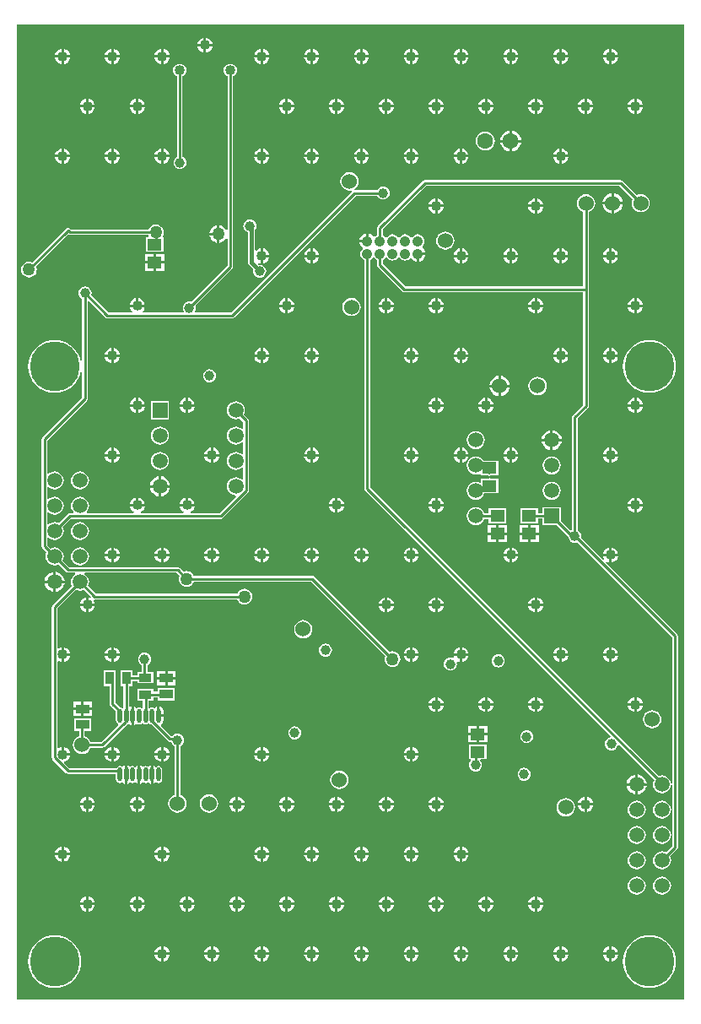
<source format=gbr>
G04 Layer_Physical_Order=4*
G04 Layer_Color=16711680*
%FSLAX26Y26*%
%MOIN*%
%TF.FileFunction,Copper,L4,Bot,Signal*%
%TF.Part,Single*%
G01*
G75*
%TA.AperFunction,SMDPad,CuDef*%
%ADD10R,0.057087X0.045276*%
%ADD13R,0.051181X0.033465*%
%ADD21R,0.033465X0.051181*%
%ADD22R,0.053150X0.037402*%
%TA.AperFunction,Conductor*%
%ADD23C,0.015000*%
%ADD24C,0.010000*%
%TA.AperFunction,ComponentPad*%
%ADD25C,0.060000*%
%ADD26C,0.059055*%
%ADD27C,0.062992*%
%ADD28C,0.040000*%
%ADD29R,0.059055X0.059055*%
%TA.AperFunction,ViaPad*%
%ADD30C,0.196850*%
%TA.AperFunction,ComponentPad*%
%ADD31C,0.042000*%
%TA.AperFunction,ViaPad*%
%ADD32C,0.050000*%
%ADD33C,0.039370*%
%ADD34C,0.040000*%
%TA.AperFunction,SMDPad,CuDef*%
%ADD47O,0.017716X0.055118*%
G36*
X2637795Y3852110D02*
X2637795Y110D01*
X110D01*
Y3852110D01*
X2637795Y3852110D01*
D02*
G37*
%LPC*%
G36*
X2449882Y1194955D02*
Y1170354D01*
X2474483D01*
X2474110Y1173186D01*
X2471087Y1180484D01*
X2466278Y1186751D01*
X2460011Y1191559D01*
X2452714Y1194582D01*
X2449882Y1194955D01*
D02*
G37*
G36*
X623591Y1231220D02*
X558630D01*
Y1215765D01*
X539606D01*
Y1227284D01*
X476614D01*
Y1182008D01*
X498172D01*
Y1153595D01*
X497199Y1152832D01*
X493178Y1151382D01*
X493162Y1151387D01*
X489462Y1153860D01*
X483701Y1155006D01*
X477940Y1153860D01*
X473487Y1150884D01*
X471706Y1153549D01*
X465469Y1157717D01*
X463110Y1158186D01*
Y1121252D01*
Y1084318D01*
X465469Y1084787D01*
X471706Y1088955D01*
X473487Y1091620D01*
X477940Y1088644D01*
X483701Y1087498D01*
X489462Y1088644D01*
X494345Y1091907D01*
X498648D01*
X503531Y1088644D01*
X509291Y1087498D01*
X515052Y1088644D01*
X518753Y1091117D01*
X522087Y1091597D01*
X525421Y1091117D01*
X529122Y1088644D01*
X531437Y1088184D01*
X532299Y1087321D01*
X532846Y1086502D01*
X597481Y1021868D01*
X597481Y1021867D01*
X601089Y1019457D01*
X605344Y1018611D01*
X609922Y1017945D01*
X609990Y1017430D01*
X612568Y1011205D01*
X616670Y1005859D01*
X622016Y1001757D01*
X623798Y1001019D01*
Y808370D01*
X616806Y805474D01*
X609305Y799718D01*
X603550Y792218D01*
X599932Y783483D01*
X598698Y774110D01*
X599932Y764737D01*
X603550Y756003D01*
X609305Y748502D01*
X616806Y742747D01*
X625540Y739129D01*
X634913Y737895D01*
X644287Y739129D01*
X653021Y742747D01*
X660521Y748502D01*
X666277Y756003D01*
X669895Y764737D01*
X671129Y774110D01*
X669895Y783483D01*
X666277Y792218D01*
X660521Y799718D01*
X653021Y805474D01*
X646037Y808367D01*
Y1001015D01*
X647827Y1001757D01*
X653173Y1005859D01*
X657275Y1011205D01*
X659853Y1017430D01*
X660733Y1024110D01*
X659853Y1030791D01*
X657275Y1037016D01*
X653173Y1042361D01*
X647827Y1046463D01*
X641602Y1049042D01*
X634922Y1049921D01*
X628241Y1049042D01*
X622016Y1046463D01*
X616670Y1042361D01*
X615510Y1040849D01*
X609949D01*
X570242Y1080557D01*
X570979Y1086891D01*
X574069Y1088955D01*
X578237Y1095193D01*
X579700Y1102551D01*
Y1116252D01*
X560473D01*
Y1121252D01*
X555473D01*
Y1158186D01*
X553115Y1157717D01*
X546877Y1153549D01*
X545096Y1150884D01*
X540643Y1153860D01*
X534882Y1155006D01*
X529122Y1153860D01*
X525421Y1151387D01*
X525405Y1151382D01*
X521385Y1152832D01*
X520411Y1153595D01*
Y1182008D01*
X539606D01*
Y1193526D01*
X558630D01*
Y1182008D01*
X623591D01*
Y1231220D01*
D02*
G37*
G36*
X2056181Y1194955D02*
Y1170354D01*
X2080782D01*
X2080409Y1173186D01*
X2077386Y1180484D01*
X2072577Y1186751D01*
X2066311Y1191559D01*
X2059013Y1194582D01*
X2056181Y1194955D01*
D02*
G37*
G36*
X2439882D02*
X2437050Y1194582D01*
X2429753Y1191559D01*
X2423486Y1186751D01*
X2418677Y1180484D01*
X2415654Y1173186D01*
X2415281Y1170354D01*
X2439882D01*
Y1194955D01*
D02*
G37*
G36*
X586110Y1264606D02*
X554535D01*
Y1240905D01*
X586110D01*
Y1264606D01*
D02*
G37*
G36*
X627685Y1298307D02*
X596110D01*
Y1274606D01*
X627685D01*
Y1298307D01*
D02*
G37*
G36*
X505110Y1369921D02*
X498430Y1369042D01*
X492205Y1366463D01*
X486859Y1362361D01*
X482757Y1357016D01*
X480178Y1350791D01*
X479299Y1344110D01*
X480178Y1337430D01*
X482757Y1331205D01*
X486859Y1325859D01*
X492205Y1321757D01*
X493991Y1321017D01*
Y1294213D01*
X476614D01*
Y1280229D01*
X456213D01*
Y1300606D01*
X410937D01*
Y1237614D01*
X421401D01*
Y1153595D01*
X420427Y1152832D01*
X416406Y1151382D01*
X416390Y1151387D01*
X412690Y1153860D01*
X407768Y1154839D01*
X389497Y1173110D01*
Y1257377D01*
X389497Y1257378D01*
X389284Y1258453D01*
Y1300606D01*
X344008D01*
Y1237614D01*
X367259D01*
Y1168505D01*
X367259Y1168504D01*
X368105Y1164249D01*
X370515Y1160641D01*
X391876Y1139281D01*
Y1102551D01*
X393022Y1096791D01*
X396285Y1091907D01*
X399375Y1089843D01*
X400642Y1084039D01*
X333581Y1016977D01*
X292017D01*
X289122Y1023966D01*
X283367Y1031466D01*
X275866Y1037221D01*
X268878Y1040116D01*
Y1061008D01*
X292591D01*
Y1110220D01*
X227630D01*
Y1061008D01*
X246639D01*
Y1040116D01*
X239651Y1037221D01*
X232151Y1031466D01*
X226395Y1023966D01*
X222777Y1015231D01*
X221543Y1005858D01*
X222777Y996485D01*
X226395Y987750D01*
X232151Y980250D01*
X239651Y974495D01*
X248386Y970877D01*
X257759Y969643D01*
X267132Y970877D01*
X275866Y974495D01*
X283367Y980250D01*
X289122Y987750D01*
X292017Y994739D01*
X338186D01*
X338186Y994739D01*
X342442Y995585D01*
X346049Y997995D01*
X436304Y1088251D01*
X438280Y1088644D01*
X442734Y1091620D01*
X444514Y1088955D01*
X450752Y1084787D01*
X453110Y1084318D01*
Y1121252D01*
Y1158186D01*
X450752Y1157717D01*
X448639Y1156305D01*
X443639Y1158977D01*
Y1237614D01*
X456213D01*
Y1257991D01*
X476614D01*
Y1248937D01*
X539606D01*
Y1294213D01*
X516229D01*
Y1321017D01*
X518016Y1321757D01*
X523361Y1325859D01*
X527463Y1331205D01*
X530042Y1337430D01*
X530922Y1344110D01*
X530042Y1350791D01*
X527463Y1357016D01*
X523361Y1362361D01*
X518016Y1366463D01*
X511791Y1369042D01*
X505110Y1369921D01*
D02*
G37*
G36*
X627685Y1264606D02*
X596110D01*
Y1240905D01*
X627685D01*
Y1264606D01*
D02*
G37*
G36*
X586110Y1298307D02*
X554535D01*
Y1274606D01*
X586110D01*
Y1298307D01*
D02*
G37*
G36*
X2046181Y1194955D02*
X2043350Y1194582D01*
X2036052Y1191559D01*
X2029785Y1186751D01*
X2024976Y1180484D01*
X2021953Y1173186D01*
X2021581Y1170354D01*
X2046181D01*
Y1194955D01*
D02*
G37*
G36*
X2474483Y1160354D02*
X2449882D01*
Y1135754D01*
X2452714Y1136127D01*
X2460011Y1139149D01*
X2466278Y1143958D01*
X2471087Y1150225D01*
X2474110Y1157523D01*
X2474483Y1160354D01*
D02*
G37*
G36*
X255110Y1177307D02*
X223535D01*
Y1153606D01*
X255110D01*
Y1177307D01*
D02*
G37*
G36*
X2080782Y1160354D02*
X2056181D01*
Y1135754D01*
X2059013Y1136127D01*
X2066311Y1139149D01*
X2072577Y1143958D01*
X2077386Y1150225D01*
X2080409Y1157523D01*
X2080782Y1160354D01*
D02*
G37*
G36*
X2439882D02*
X2415281D01*
X2415654Y1157523D01*
X2418677Y1150225D01*
X2423486Y1143958D01*
X2429753Y1139149D01*
X2437050Y1136127D01*
X2439882Y1135754D01*
Y1160354D01*
D02*
G37*
G36*
X296685Y1177307D02*
X265110D01*
Y1153606D01*
X296685D01*
Y1177307D01*
D02*
G37*
G36*
X1849331Y1194955D02*
X1846499Y1194582D01*
X1839201Y1191559D01*
X1832935Y1186751D01*
X1828126Y1180484D01*
X1825103Y1173186D01*
X1824730Y1170354D01*
X1849331D01*
Y1194955D01*
D02*
G37*
G36*
X1859331D02*
Y1170354D01*
X1883931D01*
X1883559Y1173186D01*
X1880536Y1180484D01*
X1875727Y1186751D01*
X1869460Y1191559D01*
X1862162Y1194582D01*
X1859331Y1194955D01*
D02*
G37*
G36*
X1652480D02*
X1649649Y1194582D01*
X1642351Y1191559D01*
X1636084Y1186751D01*
X1631275Y1180484D01*
X1628253Y1173186D01*
X1627880Y1170354D01*
X1652480D01*
Y1194955D01*
D02*
G37*
G36*
X1662480D02*
Y1170354D01*
X1687081D01*
X1686708Y1173186D01*
X1683685Y1180484D01*
X1678877Y1186751D01*
X1672610Y1191559D01*
X1665312Y1194582D01*
X1662480Y1194955D01*
D02*
G37*
G36*
X1220000Y1405811D02*
X1213320Y1404932D01*
X1207094Y1402353D01*
X1201749Y1398251D01*
X1197647Y1392906D01*
X1195068Y1386680D01*
X1194189Y1380000D01*
X1195068Y1373320D01*
X1197647Y1367094D01*
X1201749Y1361749D01*
X1207094Y1357647D01*
X1213320Y1355068D01*
X1220000Y1354189D01*
X1226680Y1355068D01*
X1232906Y1357647D01*
X1238251Y1361749D01*
X1242353Y1367094D01*
X1244932Y1373320D01*
X1245811Y1380000D01*
X1244932Y1386680D01*
X1242353Y1392906D01*
X1238251Y1398251D01*
X1232906Y1402353D01*
X1226680Y1404932D01*
X1220000Y1405811D01*
D02*
G37*
G36*
X186102Y1391805D02*
Y1367205D01*
X210703D01*
X210330Y1370036D01*
X207307Y1377334D01*
X202499Y1383601D01*
X196232Y1388410D01*
X188934Y1391433D01*
X186102Y1391805D01*
D02*
G37*
G36*
X2376057Y1357205D02*
X2351457D01*
Y1332604D01*
X2354288Y1332977D01*
X2361586Y1336000D01*
X2367853Y1340809D01*
X2372662Y1347075D01*
X2375685Y1354373D01*
X2376057Y1357205D01*
D02*
G37*
G36*
X1750906D02*
X1726305D01*
X1726678Y1354373D01*
X1727421Y1352579D01*
X1723594Y1348752D01*
X1720480Y1350042D01*
X1713800Y1350921D01*
X1707120Y1350042D01*
X1700894Y1347463D01*
X1695549Y1343361D01*
X1691447Y1338016D01*
X1688868Y1331791D01*
X1687989Y1325110D01*
X1688868Y1318429D01*
X1691447Y1312204D01*
X1695549Y1306859D01*
X1700894Y1302757D01*
X1707120Y1300178D01*
X1713800Y1299299D01*
X1720480Y1300178D01*
X1726706Y1302757D01*
X1732051Y1306859D01*
X1736153Y1312204D01*
X1738732Y1318429D01*
X1739611Y1325110D01*
X1738774Y1331469D01*
X1739570Y1332501D01*
X1742737Y1335188D01*
X1748074Y1332977D01*
X1750906Y1332604D01*
Y1357205D01*
D02*
G37*
G36*
X372953Y1391805D02*
X370121Y1391433D01*
X362823Y1388410D01*
X356557Y1383601D01*
X351748Y1377334D01*
X348725Y1370036D01*
X348352Y1367205D01*
X372953D01*
Y1391805D01*
D02*
G37*
G36*
X1564055D02*
Y1367205D01*
X1588656D01*
X1588283Y1370036D01*
X1585260Y1377334D01*
X1580451Y1383601D01*
X1574185Y1388410D01*
X1566887Y1391433D01*
X1564055Y1391805D01*
D02*
G37*
G36*
X1750906D02*
X1748074Y1391433D01*
X1740776Y1388410D01*
X1734509Y1383601D01*
X1729701Y1377334D01*
X1726678Y1370036D01*
X1726305Y1367205D01*
X1750906D01*
Y1391805D01*
D02*
G37*
G36*
X382953D02*
Y1367205D01*
X407553D01*
X407181Y1370036D01*
X404158Y1377334D01*
X399349Y1383601D01*
X393082Y1388410D01*
X385784Y1391433D01*
X382953Y1391805D01*
D02*
G37*
G36*
X1554055D02*
X1551224Y1391433D01*
X1543926Y1388410D01*
X1537659Y1383601D01*
X1532850Y1377334D01*
X1529827Y1370036D01*
X1529455Y1367205D01*
X1554055D01*
Y1391805D01*
D02*
G37*
G36*
X2341457Y1357205D02*
X2316856D01*
X2317229Y1354373D01*
X2320252Y1347075D01*
X2325061Y1340809D01*
X2331327Y1336000D01*
X2338625Y1332977D01*
X2341457Y1332604D01*
Y1357205D01*
D02*
G37*
G36*
X372953D02*
X348352D01*
X348725Y1354373D01*
X351748Y1347075D01*
X356557Y1340809D01*
X362823Y1336000D01*
X370121Y1332977D01*
X372953Y1332604D01*
Y1357205D01*
D02*
G37*
G36*
X407553D02*
X382953D01*
Y1332604D01*
X385784Y1332977D01*
X393082Y1336000D01*
X399349Y1340809D01*
X404158Y1347075D01*
X407181Y1354373D01*
X407553Y1357205D01*
D02*
G37*
G36*
X1903009Y1363285D02*
X1896328Y1362405D01*
X1890103Y1359827D01*
X1884757Y1355725D01*
X1880656Y1350379D01*
X1878077Y1344154D01*
X1877197Y1337474D01*
X1878077Y1330793D01*
X1880656Y1324568D01*
X1884757Y1319222D01*
X1890103Y1315120D01*
X1896328Y1312542D01*
X1903009Y1311662D01*
X1909689Y1312542D01*
X1915914Y1315120D01*
X1921260Y1319222D01*
X1925362Y1324568D01*
X1927941Y1330793D01*
X1928820Y1337474D01*
X1927941Y1344154D01*
X1925362Y1350379D01*
X1921260Y1355725D01*
X1915914Y1359827D01*
X1909689Y1362405D01*
X1903009Y1363285D01*
D02*
G37*
G36*
X210703Y1357205D02*
X186102D01*
Y1332604D01*
X188934Y1332977D01*
X196232Y1336000D01*
X202499Y1340809D01*
X207307Y1347075D01*
X210330Y1354373D01*
X210703Y1357205D01*
D02*
G37*
G36*
X1554055D02*
X1529455D01*
X1529827Y1354373D01*
X1532850Y1347075D01*
X1537659Y1340809D01*
X1543926Y1336000D01*
X1551224Y1332977D01*
X1554055Y1332604D01*
Y1357205D01*
D02*
G37*
G36*
X2144606D02*
X2120006D01*
X2120378Y1354373D01*
X2123401Y1347075D01*
X2128210Y1340809D01*
X2134477Y1336000D01*
X2141775Y1332977D01*
X2144606Y1332604D01*
Y1357205D01*
D02*
G37*
G36*
X2179207D02*
X2154606D01*
Y1332604D01*
X2157438Y1332977D01*
X2164736Y1336000D01*
X2171003Y1340809D01*
X2175811Y1347075D01*
X2178834Y1354373D01*
X2179207Y1357205D01*
D02*
G37*
G36*
X1588656D02*
X1564055D01*
Y1332604D01*
X1566887Y1332977D01*
X1574185Y1336000D01*
X1580451Y1340809D01*
X1585260Y1347075D01*
X1588283Y1354373D01*
X1588656Y1357205D01*
D02*
G37*
G36*
X1785506D02*
X1760906D01*
Y1332604D01*
X1763737Y1332977D01*
X1771035Y1336000D01*
X1777302Y1340809D01*
X1782111Y1347075D01*
X1785133Y1354373D01*
X1785506Y1357205D01*
D02*
G37*
G36*
X2046181Y1160354D02*
X2021581D01*
X2021953Y1157523D01*
X2024976Y1150225D01*
X2029785Y1143958D01*
X2036052Y1139149D01*
X2043350Y1136127D01*
X2046181Y1135754D01*
Y1160354D01*
D02*
G37*
G36*
X998105Y963504D02*
X973504D01*
Y938903D01*
X976336Y939276D01*
X983633Y942299D01*
X989900Y947108D01*
X994709Y953375D01*
X997732Y960672D01*
X998105Y963504D01*
D02*
G37*
G36*
X1554055D02*
X1529455D01*
X1529827Y960672D01*
X1532850Y953375D01*
X1537659Y947108D01*
X1543926Y942299D01*
X1551224Y939276D01*
X1554055Y938903D01*
Y963504D01*
D02*
G37*
G36*
X604404D02*
X579803D01*
Y938903D01*
X582635Y939276D01*
X589933Y942299D01*
X596199Y947108D01*
X601008Y953375D01*
X604031Y960672D01*
X604404Y963504D01*
D02*
G37*
G36*
X963504D02*
X938903D01*
X939276Y960672D01*
X942299Y953375D01*
X947108Y947108D01*
X953375Y942299D01*
X960672Y939276D01*
X963504Y938903D01*
Y963504D01*
D02*
G37*
G36*
X1588656D02*
X1564055D01*
Y938903D01*
X1566887Y939276D01*
X1574185Y942299D01*
X1580451Y947108D01*
X1585260Y953375D01*
X1588283Y960672D01*
X1588656Y963504D01*
D02*
G37*
G36*
X382953Y998105D02*
Y973504D01*
X407553D01*
X407181Y976336D01*
X404158Y983633D01*
X399349Y989900D01*
X393082Y994709D01*
X385784Y997732D01*
X382953Y998105D01*
D02*
G37*
G36*
X569803D02*
X566972Y997732D01*
X559674Y994709D01*
X553407Y989900D01*
X548598Y983633D01*
X545575Y976336D01*
X545202Y973504D01*
X569803D01*
Y998105D01*
D02*
G37*
G36*
X186102D02*
Y973504D01*
X210703D01*
X210330Y976336D01*
X207307Y983633D01*
X202499Y989900D01*
X196232Y994709D01*
X188934Y997732D01*
X186102Y998105D01*
D02*
G37*
G36*
X372953D02*
X370121Y997732D01*
X362823Y994709D01*
X356557Y989900D01*
X351748Y983633D01*
X348725Y976336D01*
X348352Y973504D01*
X372953D01*
Y998105D01*
D02*
G37*
G36*
X569803Y963504D02*
X545202D01*
X545575Y960672D01*
X548598Y953375D01*
X553407Y947108D01*
X559674Y942299D01*
X566972Y939276D01*
X569803Y938903D01*
Y963504D01*
D02*
G37*
G36*
X2445110Y889320D02*
X2439791Y888620D01*
X2430176Y884637D01*
X2421919Y878301D01*
X2415583Y870044D01*
X2411600Y860429D01*
X2410900Y855110D01*
X2445110D01*
Y889320D01*
D02*
G37*
G36*
X2455110D02*
Y855110D01*
X2489320D01*
X2488620Y860429D01*
X2484637Y870044D01*
X2478301Y878301D01*
X2470044Y884637D01*
X2460429Y888620D01*
X2455110Y889320D01*
D02*
G37*
G36*
X437520Y925902D02*
Y888968D01*
Y852034D01*
X439878Y852504D01*
X446116Y856672D01*
X447896Y859336D01*
X452350Y856361D01*
X458110Y855215D01*
X463871Y856361D01*
X468325Y859336D01*
X470105Y856672D01*
X476343Y852504D01*
X478701Y852034D01*
Y888968D01*
Y925902D01*
X476343Y925433D01*
X470105Y921265D01*
X468325Y918601D01*
X463871Y921576D01*
X458110Y922722D01*
X452350Y921576D01*
X447896Y918601D01*
X446116Y921265D01*
X439878Y925433D01*
X437520Y925902D01*
D02*
G37*
G36*
X488701D02*
Y888968D01*
Y852034D01*
X491059Y852504D01*
X497297Y856672D01*
X499077Y859336D01*
X503531Y856361D01*
X509291Y855215D01*
X515052Y856361D01*
X519506Y859336D01*
X521286Y856672D01*
X527524Y852504D01*
X529882Y852034D01*
Y888968D01*
Y925902D01*
X527524Y925433D01*
X521286Y921265D01*
X519506Y918601D01*
X515052Y921576D01*
X509291Y922722D01*
X503531Y921576D01*
X499077Y918601D01*
X497297Y921265D01*
X491059Y925433D01*
X488701Y925902D01*
D02*
G37*
G36*
X539882D02*
Y888968D01*
Y852034D01*
X542240Y852504D01*
X548478Y856672D01*
X550259Y859336D01*
X554712Y856361D01*
X560473Y855215D01*
X566233Y856361D01*
X571117Y859624D01*
X574380Y864507D01*
X575525Y870268D01*
Y907669D01*
X574380Y913430D01*
X571117Y918313D01*
X566233Y921576D01*
X560473Y922722D01*
X554712Y921576D01*
X550259Y918601D01*
X548478Y921265D01*
X542240Y925433D01*
X539882Y925902D01*
D02*
G37*
G36*
X372953Y963504D02*
X348352D01*
X348725Y960672D01*
X351748Y953375D01*
X356557Y947108D01*
X362823Y942299D01*
X370121Y939276D01*
X372953Y938903D01*
Y963504D01*
D02*
G37*
G36*
X407553D02*
X382953D01*
Y938903D01*
X385784Y939276D01*
X393082Y942299D01*
X399349Y947108D01*
X404158Y953375D01*
X407181Y960672D01*
X407553Y963504D01*
D02*
G37*
G36*
X2005362Y915921D02*
X1998681Y915042D01*
X1992456Y912463D01*
X1987111Y908361D01*
X1983009Y903016D01*
X1980430Y896790D01*
X1979551Y890110D01*
X1980430Y883429D01*
X1983009Y877204D01*
X1987111Y871859D01*
X1992456Y867757D01*
X1998681Y865178D01*
X2005362Y864299D01*
X2012043Y865178D01*
X2018268Y867757D01*
X2023613Y871859D01*
X2027715Y877204D01*
X2030294Y883429D01*
X2031173Y890110D01*
X2030294Y896790D01*
X2027715Y903016D01*
X2023613Y908361D01*
X2018268Y912463D01*
X2012043Y915042D01*
X2005362Y915921D01*
D02*
G37*
G36*
X1856559Y1006221D02*
X1787661D01*
Y949134D01*
X1793007D01*
X1794659Y945179D01*
X1794826Y944134D01*
X1790899Y939016D01*
X1788320Y932791D01*
X1787441Y926110D01*
X1788320Y919430D01*
X1790899Y913205D01*
X1795001Y907859D01*
X1800347Y903757D01*
X1806572Y901178D01*
X1813252Y900299D01*
X1819933Y901178D01*
X1826158Y903757D01*
X1831504Y907859D01*
X1835605Y913205D01*
X1838184Y919430D01*
X1839063Y926110D01*
X1838184Y932791D01*
X1835605Y939016D01*
X1831678Y944134D01*
X1831845Y945179D01*
X1833497Y949134D01*
X1856559D01*
Y1006221D01*
D02*
G37*
G36*
X255110Y1143606D02*
X223535D01*
Y1119905D01*
X255110D01*
Y1143606D01*
D02*
G37*
G36*
X296685D02*
X265110D01*
Y1119905D01*
X296685D01*
Y1143606D01*
D02*
G37*
G36*
X1860654Y1081181D02*
X1827110D01*
Y1053543D01*
X1860654D01*
Y1081181D01*
D02*
G37*
G36*
X2511110Y1143325D02*
X2501737Y1142091D01*
X2493003Y1138474D01*
X2485502Y1132718D01*
X2479747Y1125218D01*
X2476129Y1116483D01*
X2474895Y1107110D01*
X2476129Y1097737D01*
X2479747Y1089003D01*
X2485502Y1081502D01*
X2493003Y1075747D01*
X2501737Y1072129D01*
X2511110Y1070895D01*
X2520483Y1072129D01*
X2529218Y1075747D01*
X2536718Y1081502D01*
X2542474Y1089003D01*
X2546091Y1097737D01*
X2547325Y1107110D01*
X2546091Y1116483D01*
X2542474Y1125218D01*
X2536718Y1132718D01*
X2529218Y1138474D01*
X2520483Y1142091D01*
X2511110Y1143325D01*
D02*
G37*
G36*
X565473Y1158186D02*
Y1126252D01*
X579700D01*
Y1139953D01*
X578237Y1147311D01*
X574069Y1153549D01*
X567831Y1157717D01*
X565473Y1158186D01*
D02*
G37*
G36*
X1849331Y1160354D02*
X1824730D01*
X1825103Y1157523D01*
X1828126Y1150225D01*
X1832935Y1143958D01*
X1839201Y1139149D01*
X1846499Y1136127D01*
X1849331Y1135754D01*
Y1160354D01*
D02*
G37*
G36*
X1883931D02*
X1859331D01*
Y1135754D01*
X1862162Y1136127D01*
X1869460Y1139149D01*
X1875727Y1143958D01*
X1880536Y1150225D01*
X1883559Y1157523D01*
X1883931Y1160354D01*
D02*
G37*
G36*
X1652480D02*
X1627880D01*
X1628253Y1157523D01*
X1631275Y1150225D01*
X1636084Y1143958D01*
X1642351Y1139149D01*
X1649649Y1136127D01*
X1652480Y1135754D01*
Y1160354D01*
D02*
G37*
G36*
X1687081D02*
X1662480D01*
Y1135754D01*
X1665312Y1136127D01*
X1672610Y1139149D01*
X1678877Y1143958D01*
X1683685Y1150225D01*
X1686708Y1157523D01*
X1687081Y1160354D01*
D02*
G37*
G36*
X1817110Y1081181D02*
X1783567D01*
Y1053543D01*
X1817110D01*
Y1081181D01*
D02*
G37*
G36*
X973504Y998105D02*
Y973504D01*
X998105D01*
X997732Y976336D01*
X994709Y983633D01*
X989900Y989900D01*
X983633Y994709D01*
X976336Y997732D01*
X973504Y998105D01*
D02*
G37*
G36*
X1554055D02*
X1551224Y997732D01*
X1543926Y994709D01*
X1537659Y989900D01*
X1532850Y983633D01*
X1529827Y976336D01*
X1529455Y973504D01*
X1554055D01*
Y998105D01*
D02*
G37*
G36*
X579803D02*
Y973504D01*
X604404D01*
X604031Y976336D01*
X601008Y983633D01*
X596199Y989900D01*
X589933Y994709D01*
X582635Y997732D01*
X579803Y998105D01*
D02*
G37*
G36*
X963504D02*
X960672Y997732D01*
X953375Y994709D01*
X947108Y989900D01*
X942299Y983633D01*
X939276Y976336D01*
X938903Y973504D01*
X963504D01*
Y998105D01*
D02*
G37*
G36*
X1564055D02*
Y973504D01*
X1588656D01*
X1588283Y976336D01*
X1585260Y983633D01*
X1580451Y989900D01*
X1574185Y994709D01*
X1566887Y997732D01*
X1564055Y998105D01*
D02*
G37*
G36*
X1860654Y1043543D02*
X1827110D01*
Y1015905D01*
X1860654D01*
Y1043543D01*
D02*
G37*
G36*
X1099110Y1078921D02*
X1092430Y1078042D01*
X1086205Y1075463D01*
X1080859Y1071361D01*
X1076757Y1066016D01*
X1074178Y1059791D01*
X1073299Y1053110D01*
X1074178Y1046430D01*
X1076757Y1040205D01*
X1080859Y1034859D01*
X1086205Y1030757D01*
X1092430Y1028178D01*
X1099110Y1027299D01*
X1105791Y1028178D01*
X1112016Y1030757D01*
X1117361Y1034859D01*
X1121463Y1040205D01*
X1124042Y1046430D01*
X1124921Y1053110D01*
X1124042Y1059791D01*
X1121463Y1066016D01*
X1117361Y1071361D01*
X1112016Y1075463D01*
X1105791Y1078042D01*
X1099110Y1078921D01*
D02*
G37*
G36*
X2015488Y1064591D02*
X2008807Y1063712D01*
X2002582Y1061133D01*
X1997237Y1057031D01*
X1993135Y1051686D01*
X1990556Y1045460D01*
X1989677Y1038780D01*
X1990556Y1032100D01*
X1993135Y1025874D01*
X1997237Y1020529D01*
X2002582Y1016427D01*
X2008807Y1013848D01*
X2015488Y1012969D01*
X2022168Y1013848D01*
X2028394Y1016427D01*
X2033739Y1020529D01*
X2037841Y1025874D01*
X2040420Y1032100D01*
X2041299Y1038780D01*
X2040420Y1045460D01*
X2037841Y1051686D01*
X2033739Y1057031D01*
X2028394Y1061133D01*
X2022168Y1063712D01*
X2015488Y1064591D01*
D02*
G37*
G36*
X1817110Y1043543D02*
X1783567D01*
Y1015905D01*
X1817110D01*
Y1043543D01*
D02*
G37*
G36*
X1160354Y1785506D02*
X1157523Y1785133D01*
X1150225Y1782111D01*
X1143958Y1777302D01*
X1139149Y1771035D01*
X1136127Y1763737D01*
X1135754Y1760906D01*
X1160354D01*
Y1785506D01*
D02*
G37*
G36*
X1170354D02*
Y1760906D01*
X1194955D01*
X1194582Y1763737D01*
X1191559Y1771035D01*
X1186751Y1777302D01*
X1180484Y1782111D01*
X1173186Y1785133D01*
X1170354Y1785506D01*
D02*
G37*
G36*
X963504D02*
X960672Y1785133D01*
X953375Y1782111D01*
X947108Y1777302D01*
X942299Y1771035D01*
X939276Y1763737D01*
X938903Y1760906D01*
X963504D01*
Y1785506D01*
D02*
G37*
G36*
X973504D02*
Y1760906D01*
X998105D01*
X997732Y1763737D01*
X994709Y1771035D01*
X989900Y1777302D01*
X983633Y1782111D01*
X976336Y1785133D01*
X973504Y1785506D01*
D02*
G37*
G36*
X1357205D02*
X1354373Y1785133D01*
X1347075Y1782111D01*
X1340809Y1777302D01*
X1336000Y1771035D01*
X1332977Y1763737D01*
X1332604Y1760906D01*
X1357205D01*
Y1785506D01*
D02*
G37*
G36*
X1564055D02*
Y1760906D01*
X1588656D01*
X1588283Y1763737D01*
X1585260Y1771035D01*
X1580451Y1777302D01*
X1574185Y1782111D01*
X1566887Y1785133D01*
X1564055Y1785506D01*
D02*
G37*
G36*
X1947756D02*
X1944924Y1785133D01*
X1937627Y1782111D01*
X1931360Y1777302D01*
X1926551Y1771035D01*
X1923528Y1763737D01*
X1923155Y1760906D01*
X1947756D01*
Y1785506D01*
D02*
G37*
G36*
X1367205D02*
Y1760906D01*
X1391805D01*
X1391433Y1763737D01*
X1388410Y1771035D01*
X1383601Y1777302D01*
X1377334Y1782111D01*
X1370036Y1785133D01*
X1367205Y1785506D01*
D02*
G37*
G36*
X1554055D02*
X1551224Y1785133D01*
X1543926Y1782111D01*
X1537659Y1777302D01*
X1532850Y1771035D01*
X1529827Y1763737D01*
X1529455Y1760906D01*
X1554055D01*
Y1785506D01*
D02*
G37*
G36*
X776654D02*
Y1760906D01*
X801254D01*
X800881Y1763737D01*
X797859Y1771035D01*
X793050Y1777302D01*
X786783Y1782111D01*
X779485Y1785133D01*
X776654Y1785506D01*
D02*
G37*
G36*
X1982357Y1750906D02*
X1957756D01*
Y1726305D01*
X1960588Y1726678D01*
X1967885Y1729701D01*
X1974152Y1734509D01*
X1978961Y1740776D01*
X1981984Y1748074D01*
X1982357Y1750906D01*
D02*
G37*
G36*
X2376057D02*
X2351457D01*
Y1726305D01*
X2354288Y1726678D01*
X2361586Y1729701D01*
X2367853Y1734509D01*
X2372662Y1740776D01*
X2375685Y1748074D01*
X2376057Y1750906D01*
D02*
G37*
G36*
X1588656D02*
X1564055D01*
Y1726305D01*
X1566887Y1726678D01*
X1574185Y1729701D01*
X1580451Y1734509D01*
X1585260Y1740776D01*
X1588283Y1748074D01*
X1588656Y1750906D01*
D02*
G37*
G36*
X1947756D02*
X1923155D01*
X1923528Y1748074D01*
X1926551Y1740776D01*
X1931360Y1734509D01*
X1937627Y1729701D01*
X1944924Y1726678D01*
X1947756Y1726305D01*
Y1750906D01*
D02*
G37*
G36*
X372953Y1785506D02*
X370121Y1785133D01*
X362823Y1782111D01*
X356557Y1777302D01*
X351748Y1771035D01*
X348725Y1763737D01*
X348352Y1760906D01*
X372953D01*
Y1785506D01*
D02*
G37*
G36*
X579803D02*
Y1760906D01*
X604404D01*
X604031Y1763737D01*
X601008Y1771035D01*
X596199Y1777302D01*
X589933Y1782111D01*
X582635Y1785133D01*
X579803Y1785506D01*
D02*
G37*
G36*
X766654D02*
X763822Y1785133D01*
X756524Y1782111D01*
X750257Y1777302D01*
X745449Y1771035D01*
X742426Y1763737D01*
X742053Y1760906D01*
X766654D01*
Y1785506D01*
D02*
G37*
G36*
X382953D02*
Y1760906D01*
X407553D01*
X407181Y1763737D01*
X404158Y1771035D01*
X399349Y1777302D01*
X393082Y1782111D01*
X385784Y1785133D01*
X382953Y1785506D01*
D02*
G37*
G36*
X569803D02*
X566972Y1785133D01*
X559674Y1782111D01*
X553407Y1777302D01*
X548598Y1771035D01*
X545575Y1763737D01*
X545202Y1760906D01*
X569803D01*
Y1785506D01*
D02*
G37*
G36*
X1814134Y1945307D02*
X1804884Y1944089D01*
X1796265Y1940519D01*
X1788863Y1934839D01*
X1783183Y1927437D01*
X1779613Y1918818D01*
X1778395Y1909568D01*
X1779613Y1900318D01*
X1783183Y1891699D01*
X1788863Y1884297D01*
X1796265Y1878617D01*
X1804884Y1875047D01*
X1814134Y1873829D01*
X1823384Y1875047D01*
X1832003Y1878617D01*
X1839405Y1884297D01*
X1845085Y1891699D01*
X1847881Y1898449D01*
X1865551D01*
Y1881889D01*
X1934449D01*
Y1938976D01*
X1896039D01*
X1893933Y1940383D01*
X1889678Y1941229D01*
X1885423Y1940383D01*
X1883317Y1938976D01*
X1865551D01*
Y1920687D01*
X1847881D01*
X1845085Y1927437D01*
X1839405Y1934839D01*
X1832003Y1940519D01*
X1823384Y1944089D01*
X1814134Y1945307D01*
D02*
G37*
G36*
X1258780Y1947756D02*
X1234179D01*
X1234552Y1944924D01*
X1237575Y1937627D01*
X1242383Y1931360D01*
X1248650Y1926551D01*
X1255948Y1923528D01*
X1258780Y1923155D01*
Y1947756D01*
D02*
G37*
G36*
X2020000Y1872205D02*
X1986457D01*
Y1844567D01*
X2020000D01*
Y1872205D01*
D02*
G37*
G36*
X2063543D02*
X2030000D01*
Y1844567D01*
X2063543D01*
Y1872205D01*
D02*
G37*
G36*
X1293380Y1947756D02*
X1268780D01*
Y1923155D01*
X1271611Y1923528D01*
X1278909Y1926551D01*
X1285176Y1931360D01*
X1289985Y1937627D01*
X1293007Y1944924D01*
X1293380Y1947756D01*
D02*
G37*
G36*
X2439882D02*
X2415281D01*
X2415654Y1944924D01*
X2418677Y1937627D01*
X2423486Y1931360D01*
X2429753Y1926551D01*
X2437050Y1923528D01*
X2439882Y1923155D01*
Y1947756D01*
D02*
G37*
G36*
X2474483D02*
X2449882D01*
Y1923155D01*
X2452714Y1923528D01*
X2460011Y1926551D01*
X2466278Y1931360D01*
X2471087Y1937627D01*
X2474110Y1944924D01*
X2474483Y1947756D01*
D02*
G37*
G36*
X1652480D02*
X1627880D01*
X1628253Y1944924D01*
X1631275Y1937627D01*
X1636084Y1931360D01*
X1642351Y1926551D01*
X1649649Y1923528D01*
X1652480Y1923155D01*
Y1947756D01*
D02*
G37*
G36*
X1687081D02*
X1662480D01*
Y1923155D01*
X1665312Y1923528D01*
X1672610Y1926551D01*
X1678877Y1931360D01*
X1683685Y1937627D01*
X1686708Y1944924D01*
X1687081Y1947756D01*
D02*
G37*
G36*
X1938543Y1872204D02*
X1905000D01*
Y1844566D01*
X1938543D01*
Y1872204D01*
D02*
G37*
G36*
X2351457Y1785506D02*
Y1760906D01*
X2376057D01*
X2375685Y1763737D01*
X2372662Y1771035D01*
X2367853Y1777302D01*
X2361586Y1782111D01*
X2354288Y1785133D01*
X2351457Y1785506D01*
D02*
G37*
G36*
X1895000Y1834566D02*
X1861457D01*
Y1806928D01*
X1895000D01*
Y1834566D01*
D02*
G37*
G36*
X1957756Y1785506D02*
Y1760906D01*
X1982357D01*
X1981984Y1763737D01*
X1978961Y1771035D01*
X1974152Y1777302D01*
X1967885Y1782111D01*
X1960588Y1785133D01*
X1957756Y1785506D01*
D02*
G37*
G36*
X2341457D02*
X2338625Y1785133D01*
X2331327Y1782111D01*
X2325061Y1777302D01*
X2320252Y1771035D01*
X2317229Y1763737D01*
X2316856Y1760906D01*
X2341457D01*
Y1785506D01*
D02*
G37*
G36*
X1938543Y1834566D02*
X1905000D01*
Y1806928D01*
X1938543D01*
Y1834566D01*
D02*
G37*
G36*
X250110Y1885849D02*
X240860Y1884631D01*
X232241Y1881061D01*
X224839Y1875381D01*
X219159Y1867979D01*
X215589Y1859360D01*
X214371Y1850110D01*
X215589Y1840860D01*
X219159Y1832241D01*
X224839Y1824839D01*
X232241Y1819159D01*
X240860Y1815589D01*
X250110Y1814371D01*
X259360Y1815589D01*
X267979Y1819159D01*
X275381Y1824839D01*
X281061Y1832241D01*
X284631Y1840860D01*
X285849Y1850110D01*
X284631Y1859360D01*
X281061Y1867979D01*
X275381Y1875381D01*
X267979Y1881061D01*
X259360Y1884631D01*
X250110Y1885849D01*
D02*
G37*
G36*
X1895000Y1872204D02*
X1861457D01*
Y1844566D01*
X1895000D01*
Y1872204D01*
D02*
G37*
G36*
X2020000Y1834567D02*
X1986457D01*
Y1806929D01*
X2020000D01*
Y1834567D01*
D02*
G37*
G36*
X2063543D02*
X2030000D01*
Y1806929D01*
X2063543D01*
Y1834567D01*
D02*
G37*
G36*
X1554055Y1750906D02*
X1529455D01*
X1529827Y1748074D01*
X1532850Y1740776D01*
X1537659Y1734509D01*
X1543926Y1729701D01*
X1551224Y1726678D01*
X1554055Y1726305D01*
Y1750906D01*
D02*
G37*
G36*
X2046181Y1554055D02*
X2021581D01*
X2021953Y1551224D01*
X2024976Y1543926D01*
X2029785Y1537659D01*
X2036052Y1532850D01*
X2043350Y1529827D01*
X2046181Y1529455D01*
Y1554055D01*
D02*
G37*
G36*
X2080782D02*
X2056181D01*
Y1529455D01*
X2059013Y1529827D01*
X2066311Y1532850D01*
X2072577Y1537659D01*
X2077386Y1543926D01*
X2080409Y1551224D01*
X2080782Y1554055D01*
D02*
G37*
G36*
X1652480D02*
X1627880D01*
X1628253Y1551224D01*
X1631275Y1543926D01*
X1636084Y1537659D01*
X1642351Y1532850D01*
X1649649Y1529827D01*
X1652480Y1529455D01*
Y1554055D01*
D02*
G37*
G36*
X1687081D02*
X1662480D01*
Y1529455D01*
X1665312Y1529827D01*
X1672610Y1532850D01*
X1678877Y1537659D01*
X1683685Y1543926D01*
X1686708Y1551224D01*
X1687081Y1554055D01*
D02*
G37*
G36*
X274528Y1588656D02*
X271696Y1588283D01*
X264398Y1585260D01*
X258131Y1580451D01*
X253323Y1574185D01*
X250300Y1566887D01*
X249927Y1564055D01*
X274528D01*
Y1588656D01*
D02*
G37*
G36*
X1652480D02*
X1649649Y1588283D01*
X1642351Y1585260D01*
X1636084Y1580451D01*
X1631275Y1574185D01*
X1628253Y1566887D01*
X1627880Y1564055D01*
X1652480D01*
Y1588656D01*
D02*
G37*
G36*
X1662480D02*
Y1564055D01*
X1687081D01*
X1686708Y1566887D01*
X1683685Y1574185D01*
X1678877Y1580451D01*
X1672610Y1585260D01*
X1665312Y1588283D01*
X1662480Y1588656D01*
D02*
G37*
G36*
X1455630D02*
X1452798Y1588283D01*
X1445501Y1585260D01*
X1439234Y1580451D01*
X1434425Y1574185D01*
X1431402Y1566887D01*
X1431029Y1564055D01*
X1455630D01*
Y1588656D01*
D02*
G37*
G36*
X1465630D02*
Y1564055D01*
X1490231D01*
X1489858Y1566887D01*
X1486835Y1574185D01*
X1482026Y1580451D01*
X1475759Y1585260D01*
X1468462Y1588283D01*
X1465630Y1588656D01*
D02*
G37*
G36*
X1490231Y1554055D02*
X1465630D01*
Y1529455D01*
X1468462Y1529827D01*
X1475759Y1532850D01*
X1482026Y1537659D01*
X1486835Y1543926D01*
X1489858Y1551224D01*
X1490231Y1554055D01*
D02*
G37*
G36*
X2154606Y1391805D02*
Y1367205D01*
X2179207D01*
X2178834Y1370036D01*
X2175811Y1377334D01*
X2171003Y1383601D01*
X2164736Y1388410D01*
X2157438Y1391433D01*
X2154606Y1391805D01*
D02*
G37*
G36*
X2341457D02*
X2338625Y1391433D01*
X2331327Y1388410D01*
X2325061Y1383601D01*
X2320252Y1377334D01*
X2317229Y1370036D01*
X2316856Y1367205D01*
X2341457D01*
Y1391805D01*
D02*
G37*
G36*
X1760906D02*
Y1367205D01*
X1785506D01*
X1785133Y1370036D01*
X1782111Y1377334D01*
X1777302Y1383601D01*
X1771035Y1388410D01*
X1763737Y1391433D01*
X1760906Y1391805D01*
D02*
G37*
G36*
X2144606D02*
X2141775Y1391433D01*
X2134477Y1388410D01*
X2128210Y1383601D01*
X2123401Y1377334D01*
X2120378Y1370036D01*
X2120006Y1367205D01*
X2144606D01*
Y1391805D01*
D02*
G37*
G36*
X2351457D02*
Y1367205D01*
X2376057D01*
X2375685Y1370036D01*
X2372662Y1377334D01*
X2367853Y1383601D01*
X2361586Y1388410D01*
X2354288Y1391433D01*
X2351457Y1391805D01*
D02*
G37*
G36*
X309128Y1554055D02*
X284528D01*
Y1529455D01*
X287359Y1529827D01*
X294657Y1532850D01*
X300924Y1537659D01*
X305733Y1543926D01*
X308755Y1551224D01*
X309128Y1554055D01*
D02*
G37*
G36*
X1455630D02*
X1431029D01*
X1431402Y1551224D01*
X1434425Y1543926D01*
X1439234Y1537659D01*
X1445501Y1532850D01*
X1452798Y1529827D01*
X1455630Y1529455D01*
Y1554055D01*
D02*
G37*
G36*
X1132110Y1499325D02*
X1122737Y1498091D01*
X1114003Y1494474D01*
X1106502Y1488718D01*
X1100747Y1481218D01*
X1097129Y1472483D01*
X1095895Y1463110D01*
X1097129Y1453737D01*
X1100747Y1445003D01*
X1106502Y1437502D01*
X1114003Y1431747D01*
X1122737Y1428129D01*
X1132110Y1426895D01*
X1141483Y1428129D01*
X1150218Y1431747D01*
X1157718Y1437502D01*
X1163474Y1445003D01*
X1167091Y1453737D01*
X1168325Y1463110D01*
X1167091Y1472483D01*
X1163474Y1481218D01*
X1157718Y1488718D01*
X1150218Y1494474D01*
X1141483Y1498091D01*
X1132110Y1499325D01*
D02*
G37*
G36*
X274528Y1554055D02*
X249927D01*
X250300Y1551224D01*
X253323Y1543926D01*
X258131Y1537659D01*
X264398Y1532850D01*
X271696Y1529827D01*
X274528Y1529455D01*
Y1554055D01*
D02*
G37*
G36*
X801254Y1750906D02*
X776654D01*
Y1726305D01*
X779485Y1726678D01*
X786783Y1729701D01*
X793050Y1734509D01*
X797859Y1740776D01*
X800881Y1748074D01*
X801254Y1750906D01*
D02*
G37*
G36*
X963504D02*
X938903D01*
X939276Y1748074D01*
X942299Y1740776D01*
X947108Y1734509D01*
X953375Y1729701D01*
X960672Y1726678D01*
X963504Y1726305D01*
Y1750906D01*
D02*
G37*
G36*
X604404D02*
X579803D01*
Y1726305D01*
X582635Y1726678D01*
X589933Y1729701D01*
X596199Y1734509D01*
X601008Y1740776D01*
X604031Y1748074D01*
X604404Y1750906D01*
D02*
G37*
G36*
X766654D02*
X742053D01*
X742426Y1748074D01*
X745449Y1740776D01*
X750257Y1734509D01*
X756524Y1729701D01*
X763822Y1726678D01*
X766654Y1726305D01*
Y1750906D01*
D02*
G37*
G36*
X998105D02*
X973504D01*
Y1726305D01*
X976336Y1726678D01*
X983633Y1729701D01*
X989900Y1734509D01*
X994709Y1740776D01*
X997732Y1748074D01*
X998105Y1750906D01*
D02*
G37*
G36*
X1357205D02*
X1332604D01*
X1332977Y1748074D01*
X1336000Y1740776D01*
X1340809Y1734509D01*
X1347075Y1729701D01*
X1354373Y1726678D01*
X1357205Y1726305D01*
Y1750906D01*
D02*
G37*
G36*
X1391805D02*
X1367205D01*
Y1726305D01*
X1370036Y1726678D01*
X1377334Y1729701D01*
X1383601Y1734509D01*
X1388410Y1740776D01*
X1391433Y1748074D01*
X1391805Y1750906D01*
D02*
G37*
G36*
X1160354D02*
X1135754D01*
X1136127Y1748074D01*
X1139149Y1740776D01*
X1143958Y1734509D01*
X1150225Y1729701D01*
X1157523Y1726678D01*
X1160354Y1726305D01*
Y1750906D01*
D02*
G37*
G36*
X1194955D02*
X1170354D01*
Y1726305D01*
X1173186Y1726678D01*
X1180484Y1729701D01*
X1186751Y1734509D01*
X1191559Y1740776D01*
X1194582Y1748074D01*
X1194955Y1750906D01*
D02*
G37*
G36*
X569803D02*
X545202D01*
X545575Y1748074D01*
X548598Y1740776D01*
X553407Y1734509D01*
X559674Y1729701D01*
X566972Y1726678D01*
X569803Y1726305D01*
Y1750906D01*
D02*
G37*
G36*
X145110Y1645110D02*
X110900D01*
X111600Y1639791D01*
X115583Y1630176D01*
X121919Y1621919D01*
X130176Y1615583D01*
X139791Y1611600D01*
X145110Y1610900D01*
Y1645110D01*
D02*
G37*
G36*
X189320D02*
X155110D01*
Y1610900D01*
X160429Y1611600D01*
X170044Y1615583D01*
X178301Y1621919D01*
X184637Y1630176D01*
X188620Y1639791D01*
X189320Y1645110D01*
D02*
G37*
G36*
X2046181Y1588656D02*
X2043350Y1588283D01*
X2036052Y1585260D01*
X2029785Y1580451D01*
X2024976Y1574185D01*
X2021953Y1566887D01*
X2021581Y1564055D01*
X2046181D01*
Y1588656D01*
D02*
G37*
G36*
X2056181D02*
Y1564055D01*
X2080782D01*
X2080409Y1566887D01*
X2077386Y1574185D01*
X2072577Y1580451D01*
X2066311Y1585260D01*
X2059013Y1588283D01*
X2056181Y1588656D01*
D02*
G37*
G36*
X145110Y1689320D02*
X139791Y1688620D01*
X130176Y1684637D01*
X121919Y1678301D01*
X115583Y1670044D01*
X111600Y1660429D01*
X110900Y1655110D01*
X145110D01*
Y1689320D01*
D02*
G37*
G36*
X372953Y1750906D02*
X348352D01*
X348725Y1748074D01*
X351748Y1740776D01*
X356557Y1734509D01*
X362823Y1729701D01*
X370121Y1726678D01*
X372953Y1726305D01*
Y1750906D01*
D02*
G37*
G36*
X407553D02*
X382953D01*
Y1726305D01*
X385784Y1726678D01*
X393082Y1729701D01*
X399349Y1734509D01*
X404158Y1740776D01*
X407181Y1748074D01*
X407553Y1750906D01*
D02*
G37*
G36*
X155110Y1689320D02*
Y1655110D01*
X189320D01*
X188620Y1660429D01*
X184637Y1670044D01*
X178301Y1678301D01*
X170044Y1684637D01*
X160429Y1688620D01*
X155110Y1689320D01*
D02*
G37*
G36*
X250110Y1785849D02*
X240860Y1784631D01*
X232241Y1781061D01*
X224839Y1775381D01*
X219159Y1767979D01*
X215589Y1759360D01*
X214371Y1750110D01*
X215589Y1740860D01*
X219159Y1732241D01*
X224839Y1724839D01*
X232241Y1719159D01*
X240860Y1715589D01*
X250110Y1714371D01*
X259360Y1715589D01*
X267979Y1719159D01*
X275381Y1724839D01*
X281061Y1732241D01*
X284631Y1740860D01*
X285849Y1750110D01*
X284631Y1759360D01*
X281061Y1767979D01*
X275381Y1775381D01*
X267979Y1781061D01*
X259360Y1784631D01*
X250110Y1785849D01*
D02*
G37*
G36*
X1096530Y372953D02*
X1071929D01*
Y348352D01*
X1074761Y348725D01*
X1082059Y351748D01*
X1088325Y356557D01*
X1093134Y362823D01*
X1096157Y370121D01*
X1096530Y372953D01*
D02*
G37*
G36*
X1258780D02*
X1234179D01*
X1234552Y370121D01*
X1237575Y362823D01*
X1242383Y356557D01*
X1248650Y351748D01*
X1255948Y348725D01*
X1258780Y348352D01*
Y372953D01*
D02*
G37*
G36*
X899679D02*
X875079D01*
Y348352D01*
X877910Y348725D01*
X885208Y351748D01*
X891475Y356557D01*
X896284Y362823D01*
X899307Y370121D01*
X899679Y372953D01*
D02*
G37*
G36*
X1061929D02*
X1037329D01*
X1037701Y370121D01*
X1040724Y362823D01*
X1045533Y356557D01*
X1051800Y351748D01*
X1059098Y348725D01*
X1061929Y348352D01*
Y372953D01*
D02*
G37*
G36*
X1293380D02*
X1268780D01*
Y348352D01*
X1271611Y348725D01*
X1278909Y351748D01*
X1285176Y356557D01*
X1289985Y362823D01*
X1293007Y370121D01*
X1293380Y372953D01*
D02*
G37*
G36*
X1652480D02*
X1627880D01*
X1628253Y370121D01*
X1631275Y362823D01*
X1636084Y356557D01*
X1642351Y351748D01*
X1649649Y348725D01*
X1652480Y348352D01*
Y372953D01*
D02*
G37*
G36*
X1687081D02*
X1662480D01*
Y348352D01*
X1665312Y348725D01*
X1672610Y351748D01*
X1678877Y356557D01*
X1683685Y362823D01*
X1686708Y370121D01*
X1687081Y372953D01*
D02*
G37*
G36*
X1455630D02*
X1431029D01*
X1431402Y370121D01*
X1434425Y362823D01*
X1439234Y356557D01*
X1445501Y351748D01*
X1452798Y348725D01*
X1455630Y348352D01*
Y372953D01*
D02*
G37*
G36*
X1490231D02*
X1465630D01*
Y348352D01*
X1468462Y348725D01*
X1475759Y351748D01*
X1482026Y356557D01*
X1486835Y362823D01*
X1489858Y370121D01*
X1490231Y372953D01*
D02*
G37*
G36*
X865079D02*
X840478D01*
X840851Y370121D01*
X843874Y362823D01*
X848683Y356557D01*
X854949Y351748D01*
X862247Y348725D01*
X865079Y348352D01*
Y372953D01*
D02*
G37*
G36*
X2351457Y210703D02*
Y186102D01*
X2376057D01*
X2375685Y188934D01*
X2372662Y196232D01*
X2367853Y202499D01*
X2361586Y207307D01*
X2354288Y210330D01*
X2351457Y210703D01*
D02*
G37*
G36*
X274528Y372953D02*
X249927D01*
X250300Y370121D01*
X253323Y362823D01*
X258131Y356557D01*
X264398Y351748D01*
X271696Y348725D01*
X274528Y348352D01*
Y372953D01*
D02*
G37*
G36*
X2154606Y210703D02*
Y186102D01*
X2179207D01*
X2178834Y188934D01*
X2175811Y196232D01*
X2171003Y202499D01*
X2164736Y207307D01*
X2157438Y210330D01*
X2154606Y210703D01*
D02*
G37*
G36*
X2341457D02*
X2338625Y210330D01*
X2331327Y207307D01*
X2325061Y202499D01*
X2320252Y196232D01*
X2317229Y188934D01*
X2316856Y186102D01*
X2341457D01*
Y210703D01*
D02*
G37*
G36*
X309128Y372953D02*
X284528D01*
Y348352D01*
X287359Y348725D01*
X294657Y351748D01*
X300924Y356557D01*
X305733Y362823D01*
X308755Y370121D01*
X309128Y372953D01*
D02*
G37*
G36*
X668228D02*
X643628D01*
X644000Y370121D01*
X647023Y362823D01*
X651832Y356557D01*
X658099Y351748D01*
X665397Y348725D01*
X668228Y348352D01*
Y372953D01*
D02*
G37*
G36*
X702829D02*
X678228D01*
Y348352D01*
X681060Y348725D01*
X688358Y351748D01*
X694625Y356557D01*
X699433Y362823D01*
X702456Y370121D01*
X702829Y372953D01*
D02*
G37*
G36*
X471378D02*
X446777D01*
X447150Y370121D01*
X450173Y362823D01*
X454982Y356557D01*
X461249Y351748D01*
X468546Y348725D01*
X471378Y348352D01*
Y372953D01*
D02*
G37*
G36*
X505979D02*
X481378D01*
Y348352D01*
X484210Y348725D01*
X491507Y351748D01*
X497774Y356557D01*
X502583Y362823D01*
X505606Y370121D01*
X505979Y372953D01*
D02*
G37*
G36*
X1061929Y407553D02*
X1059098Y407181D01*
X1051800Y404158D01*
X1045533Y399349D01*
X1040724Y393082D01*
X1037701Y385784D01*
X1037329Y382953D01*
X1061929D01*
Y407553D01*
D02*
G37*
G36*
X1071929D02*
Y382953D01*
X1096530D01*
X1096157Y385784D01*
X1093134Y393082D01*
X1088325Y399349D01*
X1082059Y404158D01*
X1074761Y407181D01*
X1071929Y407553D01*
D02*
G37*
G36*
X865079D02*
X862247Y407181D01*
X854949Y404158D01*
X848683Y399349D01*
X843874Y393082D01*
X840851Y385784D01*
X840478Y382953D01*
X865079D01*
Y407553D01*
D02*
G37*
G36*
X875079D02*
Y382953D01*
X899679D01*
X899307Y385784D01*
X896284Y393082D01*
X891475Y399349D01*
X885208Y404158D01*
X877910Y407181D01*
X875079Y407553D01*
D02*
G37*
G36*
X1258780D02*
X1255948Y407181D01*
X1248650Y404158D01*
X1242383Y399349D01*
X1237575Y393082D01*
X1234552Y385784D01*
X1234179Y382953D01*
X1258780D01*
Y407553D01*
D02*
G37*
G36*
X1465630D02*
Y382953D01*
X1490231D01*
X1489858Y385784D01*
X1486835Y393082D01*
X1482026Y399349D01*
X1475759Y404158D01*
X1468462Y407181D01*
X1465630Y407553D01*
D02*
G37*
G36*
X1652480D02*
X1649649Y407181D01*
X1642351Y404158D01*
X1636084Y399349D01*
X1631275Y393082D01*
X1628253Y385784D01*
X1627880Y382953D01*
X1652480D01*
Y407553D01*
D02*
G37*
G36*
X1268780D02*
Y382953D01*
X1293380D01*
X1293007Y385784D01*
X1289985Y393082D01*
X1285176Y399349D01*
X1278909Y404158D01*
X1271611Y407181D01*
X1268780Y407553D01*
D02*
G37*
G36*
X1455630D02*
X1452798Y407181D01*
X1445501Y404158D01*
X1439234Y399349D01*
X1434425Y393082D01*
X1431402Y385784D01*
X1431029Y382953D01*
X1455630D01*
Y407553D01*
D02*
G37*
G36*
X678228D02*
Y382953D01*
X702829D01*
X702456Y385784D01*
X699433Y393082D01*
X694625Y399349D01*
X688358Y404158D01*
X681060Y407181D01*
X678228Y407553D01*
D02*
G37*
G36*
X2046181Y372953D02*
X2021581D01*
X2021953Y370121D01*
X2024976Y362823D01*
X2029785Y356557D01*
X2036052Y351748D01*
X2043350Y348725D01*
X2046181Y348352D01*
Y372953D01*
D02*
G37*
G36*
X2080782D02*
X2056181D01*
Y348352D01*
X2059013Y348725D01*
X2066311Y351748D01*
X2072577Y356557D01*
X2077386Y362823D01*
X2080409Y370121D01*
X2080782Y372953D01*
D02*
G37*
G36*
X1849331D02*
X1824730D01*
X1825103Y370121D01*
X1828126Y362823D01*
X1832935Y356557D01*
X1839201Y351748D01*
X1846499Y348725D01*
X1849331Y348352D01*
Y372953D01*
D02*
G37*
G36*
X1883931D02*
X1859331D01*
Y348352D01*
X1862162Y348725D01*
X1869460Y351748D01*
X1875727Y356557D01*
X1880536Y362823D01*
X1883559Y370121D01*
X1883931Y372953D01*
D02*
G37*
G36*
X274528Y407553D02*
X271696Y407181D01*
X264398Y404158D01*
X258131Y399349D01*
X253323Y393082D01*
X250300Y385784D01*
X249927Y382953D01*
X274528D01*
Y407553D01*
D02*
G37*
G36*
X481378D02*
Y382953D01*
X505979D01*
X505606Y385784D01*
X502583Y393082D01*
X497774Y399349D01*
X491507Y404158D01*
X484210Y407181D01*
X481378Y407553D01*
D02*
G37*
G36*
X668228D02*
X665397Y407181D01*
X658099Y404158D01*
X651832Y399349D01*
X647023Y393082D01*
X644000Y385784D01*
X643628Y382953D01*
X668228D01*
Y407553D01*
D02*
G37*
G36*
X284528D02*
Y382953D01*
X309128D01*
X308755Y385784D01*
X305733Y393082D01*
X300924Y399349D01*
X294657Y404158D01*
X287359Y407181D01*
X284528Y407553D01*
D02*
G37*
G36*
X471378D02*
X468546Y407181D01*
X461249Y404158D01*
X454982Y399349D01*
X450173Y393082D01*
X447150Y385784D01*
X446777Y382953D01*
X471378D01*
Y407553D01*
D02*
G37*
G36*
X2144606Y210703D02*
X2141775Y210330D01*
X2134477Y207307D01*
X2128210Y202499D01*
X2123401Y196232D01*
X2120378Y188934D01*
X2120006Y186102D01*
X2144606D01*
Y210703D01*
D02*
G37*
G36*
X1554055Y176102D02*
X1529455D01*
X1529827Y173271D01*
X1532850Y165973D01*
X1537659Y159706D01*
X1543926Y154897D01*
X1551224Y151875D01*
X1554055Y151502D01*
Y176102D01*
D02*
G37*
G36*
X1588656D02*
X1564055D01*
Y151502D01*
X1566887Y151875D01*
X1574185Y154897D01*
X1580451Y159706D01*
X1585260Y165973D01*
X1588283Y173271D01*
X1588656Y176102D01*
D02*
G37*
G36*
X1357205D02*
X1332604D01*
X1332977Y173271D01*
X1336000Y165973D01*
X1340809Y159706D01*
X1347075Y154897D01*
X1354373Y151875D01*
X1357205Y151502D01*
Y176102D01*
D02*
G37*
G36*
X1391805D02*
X1367205D01*
Y151502D01*
X1370036Y151875D01*
X1377334Y154897D01*
X1383601Y159706D01*
X1388410Y165973D01*
X1391433Y173271D01*
X1391805Y176102D01*
D02*
G37*
G36*
X1750906D02*
X1726305D01*
X1726678Y173271D01*
X1729701Y165973D01*
X1734509Y159706D01*
X1740776Y154897D01*
X1748074Y151875D01*
X1750906Y151502D01*
Y176102D01*
D02*
G37*
G36*
X1982357D02*
X1957756D01*
Y151502D01*
X1960588Y151875D01*
X1967885Y154897D01*
X1974152Y159706D01*
X1978961Y165973D01*
X1981984Y173271D01*
X1982357Y176102D01*
D02*
G37*
G36*
X2144606D02*
X2120006D01*
X2120378Y173271D01*
X2123401Y165973D01*
X2128210Y159706D01*
X2134477Y154897D01*
X2141775Y151875D01*
X2144606Y151502D01*
Y176102D01*
D02*
G37*
G36*
X1785506D02*
X1760906D01*
Y151502D01*
X1763737Y151875D01*
X1771035Y154897D01*
X1777302Y159706D01*
X1782111Y165973D01*
X1785133Y173271D01*
X1785506Y176102D01*
D02*
G37*
G36*
X1947756D02*
X1923155D01*
X1923528Y173271D01*
X1926551Y165973D01*
X1931360Y159706D01*
X1937627Y154897D01*
X1944924Y151875D01*
X1947756Y151502D01*
Y176102D01*
D02*
G37*
G36*
X1194955D02*
X1170354D01*
Y151502D01*
X1173186Y151875D01*
X1180484Y154897D01*
X1186751Y159706D01*
X1191559Y165973D01*
X1194582Y173271D01*
X1194955Y176102D01*
D02*
G37*
G36*
X569803D02*
X545202D01*
X545575Y173271D01*
X548598Y165973D01*
X553407Y159706D01*
X559674Y154897D01*
X566972Y151875D01*
X569803Y151502D01*
Y176102D01*
D02*
G37*
G36*
X604404D02*
X579803D01*
Y151502D01*
X582635Y151875D01*
X589933Y154897D01*
X596199Y159706D01*
X601008Y165973D01*
X604031Y173271D01*
X604404Y176102D01*
D02*
G37*
G36*
X150110Y254763D02*
X133739Y253475D01*
X117770Y249641D01*
X102598Y243357D01*
X88596Y234776D01*
X76109Y224111D01*
X65444Y211624D01*
X56863Y197622D01*
X50579Y182450D01*
X46745Y166481D01*
X45457Y150110D01*
X46745Y133739D01*
X50579Y117770D01*
X56863Y102598D01*
X65444Y88596D01*
X76109Y76109D01*
X88596Y65444D01*
X102598Y56863D01*
X117770Y50579D01*
X133739Y46745D01*
X150110Y45457D01*
X166481Y46745D01*
X182450Y50579D01*
X197622Y56863D01*
X211624Y65444D01*
X224111Y76109D01*
X234776Y88596D01*
X243357Y102598D01*
X249641Y117770D01*
X253475Y133739D01*
X254763Y150110D01*
X253475Y166481D01*
X249641Y182450D01*
X243357Y197622D01*
X234776Y211624D01*
X224111Y224111D01*
X211624Y234776D01*
X197622Y243357D01*
X182450Y249641D01*
X166481Y253475D01*
X150110Y254763D01*
D02*
G37*
G36*
X2500110D02*
X2483739Y253475D01*
X2467770Y249641D01*
X2452598Y243357D01*
X2438596Y234776D01*
X2426109Y224111D01*
X2415444Y211624D01*
X2406863Y197622D01*
X2400579Y182450D01*
X2396745Y166481D01*
X2395457Y150110D01*
X2396745Y133739D01*
X2400579Y117770D01*
X2406863Y102598D01*
X2415444Y88596D01*
X2426109Y76109D01*
X2438596Y65444D01*
X2452598Y56863D01*
X2467770Y50579D01*
X2483739Y46745D01*
X2500110Y45457D01*
X2516481Y46745D01*
X2532450Y50579D01*
X2547622Y56863D01*
X2561624Y65444D01*
X2574111Y76109D01*
X2584776Y88596D01*
X2593357Y102598D01*
X2599641Y117770D01*
X2603475Y133739D01*
X2604763Y150110D01*
X2603475Y166481D01*
X2599641Y182450D01*
X2593357Y197622D01*
X2584776Y211624D01*
X2574111Y224111D01*
X2561624Y234776D01*
X2547622Y243357D01*
X2532450Y249641D01*
X2516481Y253475D01*
X2500110Y254763D01*
D02*
G37*
G36*
X766654Y176102D02*
X742053D01*
X742426Y173271D01*
X745449Y165973D01*
X750257Y159706D01*
X756524Y154897D01*
X763822Y151875D01*
X766654Y151502D01*
Y176102D01*
D02*
G37*
G36*
X998105D02*
X973504D01*
Y151502D01*
X976336Y151875D01*
X983633Y154897D01*
X989900Y159706D01*
X994709Y165973D01*
X997732Y173271D01*
X998105Y176102D01*
D02*
G37*
G36*
X1160354D02*
X1135754D01*
X1136127Y173271D01*
X1139149Y165973D01*
X1143958Y159706D01*
X1150225Y154897D01*
X1157523Y151875D01*
X1160354Y151502D01*
Y176102D01*
D02*
G37*
G36*
X801254D02*
X776654D01*
Y151502D01*
X779485Y151875D01*
X786783Y154897D01*
X793050Y159706D01*
X797859Y165973D01*
X800881Y173271D01*
X801254Y176102D01*
D02*
G37*
G36*
X963504D02*
X938903D01*
X939276Y173271D01*
X942299Y165973D01*
X947108Y159706D01*
X953375Y154897D01*
X960672Y151875D01*
X963504Y151502D01*
Y176102D01*
D02*
G37*
G36*
X1367205Y210703D02*
Y186102D01*
X1391805D01*
X1391433Y188934D01*
X1388410Y196232D01*
X1383601Y202499D01*
X1377334Y207307D01*
X1370036Y210330D01*
X1367205Y210703D01*
D02*
G37*
G36*
X1554055D02*
X1551224Y210330D01*
X1543926Y207307D01*
X1537659Y202499D01*
X1532850Y196232D01*
X1529827Y188934D01*
X1529455Y186102D01*
X1554055D01*
Y210703D01*
D02*
G37*
G36*
X1170354D02*
Y186102D01*
X1194955D01*
X1194582Y188934D01*
X1191559Y196232D01*
X1186751Y202499D01*
X1180484Y207307D01*
X1173186Y210330D01*
X1170354Y210703D01*
D02*
G37*
G36*
X1357205D02*
X1354373Y210330D01*
X1347075Y207307D01*
X1340809Y202499D01*
X1336000Y196232D01*
X1332977Y188934D01*
X1332604Y186102D01*
X1357205D01*
Y210703D01*
D02*
G37*
G36*
X1564055D02*
Y186102D01*
X1588656D01*
X1588283Y188934D01*
X1585260Y196232D01*
X1580451Y202499D01*
X1574185Y207307D01*
X1566887Y210330D01*
X1564055Y210703D01*
D02*
G37*
G36*
X1947756D02*
X1944924Y210330D01*
X1937627Y207307D01*
X1931360Y202499D01*
X1926551Y196232D01*
X1923528Y188934D01*
X1923155Y186102D01*
X1947756D01*
Y210703D01*
D02*
G37*
G36*
X1957756D02*
Y186102D01*
X1982357D01*
X1981984Y188934D01*
X1978961Y196232D01*
X1974152Y202499D01*
X1967885Y207307D01*
X1960588Y210330D01*
X1957756Y210703D01*
D02*
G37*
G36*
X1750906D02*
X1748074Y210330D01*
X1740776Y207307D01*
X1734509Y202499D01*
X1729701Y196232D01*
X1726678Y188934D01*
X1726305Y186102D01*
X1750906D01*
Y210703D01*
D02*
G37*
G36*
X1760906D02*
Y186102D01*
X1785506D01*
X1785133Y188934D01*
X1782111Y196232D01*
X1777302Y202499D01*
X1771035Y207307D01*
X1763737Y210330D01*
X1760906Y210703D01*
D02*
G37*
G36*
X1160354D02*
X1157523Y210330D01*
X1150225Y207307D01*
X1143958Y202499D01*
X1139149Y196232D01*
X1136127Y188934D01*
X1135754Y186102D01*
X1160354D01*
Y210703D01*
D02*
G37*
G36*
X2376057Y176102D02*
X2351457D01*
Y151502D01*
X2354288Y151875D01*
X2361586Y154897D01*
X2367853Y159706D01*
X2372662Y165973D01*
X2375685Y173271D01*
X2376057Y176102D01*
D02*
G37*
G36*
X569803Y210703D02*
X566972Y210330D01*
X559674Y207307D01*
X553407Y202499D01*
X548598Y196232D01*
X545575Y188934D01*
X545202Y186102D01*
X569803D01*
Y210703D01*
D02*
G37*
G36*
X2179207Y176102D02*
X2154606D01*
Y151502D01*
X2157438Y151875D01*
X2164736Y154897D01*
X2171003Y159706D01*
X2175811Y165973D01*
X2178834Y173271D01*
X2179207Y176102D01*
D02*
G37*
G36*
X2341457D02*
X2316856D01*
X2317229Y173271D01*
X2320252Y165973D01*
X2325061Y159706D01*
X2331327Y154897D01*
X2338625Y151875D01*
X2341457Y151502D01*
Y176102D01*
D02*
G37*
G36*
X579803Y210703D02*
Y186102D01*
X604404D01*
X604031Y188934D01*
X601008Y196232D01*
X596199Y202499D01*
X589933Y207307D01*
X582635Y210330D01*
X579803Y210703D01*
D02*
G37*
G36*
X963504D02*
X960672Y210330D01*
X953375Y207307D01*
X947108Y202499D01*
X942299Y196232D01*
X939276Y188934D01*
X938903Y186102D01*
X963504D01*
Y210703D01*
D02*
G37*
G36*
X973504D02*
Y186102D01*
X998105D01*
X997732Y188934D01*
X994709Y196232D01*
X989900Y202499D01*
X983633Y207307D01*
X976336Y210330D01*
X973504Y210703D01*
D02*
G37*
G36*
X766654D02*
X763822Y210330D01*
X756524Y207307D01*
X750257Y202499D01*
X745449Y196232D01*
X742426Y188934D01*
X742053Y186102D01*
X766654D01*
Y210703D01*
D02*
G37*
G36*
X776654D02*
Y186102D01*
X801254D01*
X800881Y188934D01*
X797859Y196232D01*
X793050Y202499D01*
X786783Y207307D01*
X779485Y210330D01*
X776654Y210703D01*
D02*
G37*
G36*
X1293380Y766654D02*
X1268780D01*
Y742053D01*
X1271611Y742426D01*
X1278909Y745449D01*
X1285176Y750257D01*
X1289985Y756524D01*
X1293007Y763822D01*
X1293380Y766654D01*
D02*
G37*
G36*
X1455630D02*
X1431029D01*
X1431402Y763822D01*
X1434425Y756524D01*
X1439234Y750257D01*
X1445501Y745449D01*
X1452798Y742426D01*
X1455630Y742053D01*
Y766654D01*
D02*
G37*
G36*
X1096530D02*
X1071929D01*
Y742053D01*
X1074761Y742426D01*
X1082059Y745449D01*
X1088325Y750257D01*
X1093134Y756524D01*
X1096157Y763822D01*
X1096530Y766654D01*
D02*
G37*
G36*
X1258780D02*
X1234179D01*
X1234552Y763822D01*
X1237575Y756524D01*
X1242383Y750257D01*
X1248650Y745449D01*
X1255948Y742426D01*
X1258780Y742053D01*
Y766654D01*
D02*
G37*
G36*
X1490231D02*
X1465630D01*
Y742053D01*
X1468462Y742426D01*
X1475759Y745449D01*
X1482026Y750257D01*
X1486835Y756524D01*
X1489858Y763822D01*
X1490231Y766654D01*
D02*
G37*
G36*
X2243032D02*
X2218431D01*
X2218804Y763822D01*
X2221827Y756524D01*
X2226635Y750257D01*
X2232902Y745449D01*
X2240200Y742426D01*
X2243032Y742053D01*
Y766654D01*
D02*
G37*
G36*
X2277632D02*
X2253032D01*
Y742053D01*
X2255863Y742426D01*
X2263161Y745449D01*
X2269428Y750257D01*
X2274237Y756524D01*
X2277260Y763822D01*
X2277632Y766654D01*
D02*
G37*
G36*
X1652480D02*
X1627880D01*
X1628253Y763822D01*
X1631275Y756524D01*
X1636084Y750257D01*
X1642351Y745449D01*
X1649649Y742426D01*
X1652480Y742053D01*
Y766654D01*
D02*
G37*
G36*
X1687081D02*
X1662480D01*
Y742053D01*
X1665312Y742426D01*
X1672610Y745449D01*
X1678877Y750257D01*
X1683685Y756524D01*
X1686708Y763822D01*
X1687081Y766654D01*
D02*
G37*
G36*
X1061929D02*
X1037329D01*
X1037701Y763822D01*
X1040724Y756524D01*
X1045533Y750257D01*
X1051800Y745449D01*
X1059098Y742426D01*
X1061929Y742053D01*
Y766654D01*
D02*
G37*
G36*
X760110Y810326D02*
X750737Y809091D01*
X742003Y805474D01*
X734502Y799718D01*
X728747Y792218D01*
X725129Y783483D01*
X723895Y774110D01*
X725129Y764737D01*
X728747Y756003D01*
X734502Y748502D01*
X742003Y742747D01*
X750737Y739129D01*
X760110Y737895D01*
X769483Y739129D01*
X778218Y742747D01*
X785718Y748502D01*
X791474Y756003D01*
X795091Y764737D01*
X796326Y774110D01*
X795091Y783483D01*
X791474Y792218D01*
X785718Y799718D01*
X778218Y805474D01*
X769483Y809091D01*
X760110Y810326D01*
D02*
G37*
G36*
X274528Y766654D02*
X249927D01*
X250300Y763822D01*
X253323Y756524D01*
X258131Y750257D01*
X264398Y745449D01*
X271696Y742426D01*
X274528Y742053D01*
Y766654D01*
D02*
G37*
G36*
X2550110Y785849D02*
X2540860Y784631D01*
X2532241Y781061D01*
X2524839Y775381D01*
X2519159Y767979D01*
X2515589Y759360D01*
X2514371Y750110D01*
X2515589Y740860D01*
X2519159Y732241D01*
X2524839Y724839D01*
X2532241Y719159D01*
X2540860Y715589D01*
X2550110Y714371D01*
X2559360Y715589D01*
X2567979Y719159D01*
X2575381Y724839D01*
X2581061Y732241D01*
X2584631Y740860D01*
X2585849Y750110D01*
X2584631Y759360D01*
X2581061Y767979D01*
X2575381Y775381D01*
X2567979Y781061D01*
X2559360Y784631D01*
X2550110Y785849D01*
D02*
G37*
G36*
X2170000Y796215D02*
X2160627Y794981D01*
X2151892Y791363D01*
X2144392Y785608D01*
X2138637Y778108D01*
X2135019Y769373D01*
X2133785Y760000D01*
X2135019Y750627D01*
X2138637Y741892D01*
X2144392Y734392D01*
X2151892Y728637D01*
X2160627Y725019D01*
X2170000Y723785D01*
X2179373Y725019D01*
X2188108Y728637D01*
X2195608Y734392D01*
X2201363Y741892D01*
X2204981Y750627D01*
X2206215Y760000D01*
X2204981Y769373D01*
X2201363Y778108D01*
X2195608Y785608D01*
X2188108Y791363D01*
X2179373Y794981D01*
X2170000Y796215D01*
D02*
G37*
G36*
X309128Y766654D02*
X284528D01*
Y742053D01*
X287359Y742426D01*
X294657Y745449D01*
X300924Y750257D01*
X305733Y756524D01*
X308755Y763822D01*
X309128Y766654D01*
D02*
G37*
G36*
X865079D02*
X840478D01*
X840851Y763822D01*
X843874Y756524D01*
X848683Y750257D01*
X854949Y745449D01*
X862247Y742426D01*
X865079Y742053D01*
Y766654D01*
D02*
G37*
G36*
X899679D02*
X875079D01*
Y742053D01*
X877910Y742426D01*
X885208Y745449D01*
X891475Y750257D01*
X896284Y756524D01*
X899307Y763822D01*
X899679Y766654D01*
D02*
G37*
G36*
X471378D02*
X446777D01*
X447150Y763822D01*
X450173Y756524D01*
X454982Y750257D01*
X461249Y745449D01*
X468546Y742426D01*
X471378Y742053D01*
Y766654D01*
D02*
G37*
G36*
X505979D02*
X481378D01*
Y742053D01*
X484210Y742426D01*
X491507Y745449D01*
X497774Y750257D01*
X502583Y756524D01*
X505606Y763822D01*
X505979Y766654D01*
D02*
G37*
G36*
X1652480Y801254D02*
X1649649Y800881D01*
X1642351Y797859D01*
X1636084Y793050D01*
X1631275Y786783D01*
X1628253Y779485D01*
X1627880Y776654D01*
X1652480D01*
Y801254D01*
D02*
G37*
G36*
X1662480D02*
Y776654D01*
X1687081D01*
X1686708Y779485D01*
X1683685Y786783D01*
X1678877Y793050D01*
X1672610Y797859D01*
X1665312Y800881D01*
X1662480Y801254D01*
D02*
G37*
G36*
X1455630D02*
X1452798Y800881D01*
X1445501Y797859D01*
X1439234Y793050D01*
X1434425Y786783D01*
X1431402Y779485D01*
X1431029Y776654D01*
X1455630D01*
Y801254D01*
D02*
G37*
G36*
X1465630D02*
Y776654D01*
X1490231D01*
X1489858Y779485D01*
X1486835Y786783D01*
X1482026Y793050D01*
X1475759Y797859D01*
X1468462Y800881D01*
X1465630Y801254D01*
D02*
G37*
G36*
X2243032D02*
X2240200Y800881D01*
X2232902Y797859D01*
X2226635Y793050D01*
X2221827Y786783D01*
X2218804Y779485D01*
X2218431Y776654D01*
X2243032D01*
Y801254D01*
D02*
G37*
G36*
X2489320Y845110D02*
X2455110D01*
Y810900D01*
X2460429Y811600D01*
X2470044Y815583D01*
X2478301Y821919D01*
X2484637Y830176D01*
X2488620Y839791D01*
X2489320Y845110D01*
D02*
G37*
G36*
X1275110Y904326D02*
X1265737Y903091D01*
X1257003Y899474D01*
X1249502Y893718D01*
X1243747Y886218D01*
X1240129Y877483D01*
X1238895Y868110D01*
X1240129Y858737D01*
X1243747Y850003D01*
X1249502Y842502D01*
X1257003Y836747D01*
X1265737Y833129D01*
X1275110Y831895D01*
X1284483Y833129D01*
X1293218Y836747D01*
X1300718Y842502D01*
X1306474Y850003D01*
X1310091Y858737D01*
X1311325Y868110D01*
X1310091Y877483D01*
X1306474Y886218D01*
X1300718Y893718D01*
X1293218Y899474D01*
X1284483Y903091D01*
X1275110Y904326D01*
D02*
G37*
G36*
X2253032Y801254D02*
Y776654D01*
X2277632D01*
X2277260Y779485D01*
X2274237Y786783D01*
X2269428Y793050D01*
X2263161Y797859D01*
X2255863Y800881D01*
X2253032Y801254D01*
D02*
G37*
G36*
X2445110Y845110D02*
X2410900D01*
X2411600Y839791D01*
X2415583Y830176D01*
X2421919Y821919D01*
X2430176Y815583D01*
X2439791Y811600D01*
X2445110Y810900D01*
Y845110D01*
D02*
G37*
G36*
X1268780Y801254D02*
Y776654D01*
X1293380D01*
X1293007Y779485D01*
X1289985Y786783D01*
X1285176Y793050D01*
X1278909Y797859D01*
X1271611Y800881D01*
X1268780Y801254D01*
D02*
G37*
G36*
X471378D02*
X468546Y800881D01*
X461249Y797859D01*
X454982Y793050D01*
X450173Y786783D01*
X447150Y779485D01*
X446777Y776654D01*
X471378D01*
Y801254D01*
D02*
G37*
G36*
X481378D02*
Y776654D01*
X505979D01*
X505606Y779485D01*
X502583Y786783D01*
X497774Y793050D01*
X491507Y797859D01*
X484210Y800881D01*
X481378Y801254D01*
D02*
G37*
G36*
X274528D02*
X271696Y800881D01*
X264398Y797859D01*
X258131Y793050D01*
X253323Y786783D01*
X250300Y779485D01*
X249927Y776654D01*
X274528D01*
Y801254D01*
D02*
G37*
G36*
X284528D02*
Y776654D01*
X309128D01*
X308755Y779485D01*
X305733Y786783D01*
X300924Y793050D01*
X294657Y797859D01*
X287359Y800881D01*
X284528Y801254D01*
D02*
G37*
G36*
X865079D02*
X862247Y800881D01*
X854949Y797859D01*
X848683Y793050D01*
X843874Y786783D01*
X840851Y779485D01*
X840478Y776654D01*
X865079D01*
Y801254D01*
D02*
G37*
G36*
X1071929D02*
Y776654D01*
X1096530D01*
X1096157Y779485D01*
X1093134Y786783D01*
X1088325Y793050D01*
X1082059Y797859D01*
X1074761Y800881D01*
X1071929Y801254D01*
D02*
G37*
G36*
X1258780D02*
X1255948Y800881D01*
X1248650Y797859D01*
X1242383Y793050D01*
X1237575Y786783D01*
X1234552Y779485D01*
X1234179Y776654D01*
X1258780D01*
Y801254D01*
D02*
G37*
G36*
X875079D02*
Y776654D01*
X899679D01*
X899307Y779485D01*
X896284Y786783D01*
X891475Y793050D01*
X885208Y797859D01*
X877910Y800881D01*
X875079Y801254D01*
D02*
G37*
G36*
X1061929D02*
X1059098Y800881D01*
X1051800Y797859D01*
X1045533Y793050D01*
X1040724Y786783D01*
X1037701Y779485D01*
X1037329Y776654D01*
X1061929D01*
Y801254D01*
D02*
G37*
G36*
X2450110Y785849D02*
X2440860Y784631D01*
X2432241Y781061D01*
X2424839Y775381D01*
X2419159Y767979D01*
X2415589Y759360D01*
X2414371Y750110D01*
X2415589Y740860D01*
X2419159Y732241D01*
X2424839Y724839D01*
X2432241Y719159D01*
X2440860Y715589D01*
X2450110Y714371D01*
X2459360Y715589D01*
X2467979Y719159D01*
X2475381Y724839D01*
X2481061Y732241D01*
X2484631Y740860D01*
X2485849Y750110D01*
X2484631Y759360D01*
X2481061Y767979D01*
X2475381Y775381D01*
X2467979Y781061D01*
X2459360Y784631D01*
X2450110Y785849D01*
D02*
G37*
G36*
X963504Y569803D02*
X938903D01*
X939276Y566972D01*
X942299Y559674D01*
X947108Y553407D01*
X953375Y548598D01*
X960672Y545575D01*
X963504Y545202D01*
Y569803D01*
D02*
G37*
G36*
X998105D02*
X973504D01*
Y545202D01*
X976336Y545575D01*
X983633Y548598D01*
X989900Y553407D01*
X994709Y559674D01*
X997732Y566972D01*
X998105Y569803D01*
D02*
G37*
G36*
X569803D02*
X545202D01*
X545575Y566972D01*
X548598Y559674D01*
X553407Y553407D01*
X559674Y548598D01*
X566972Y545575D01*
X569803Y545202D01*
Y569803D01*
D02*
G37*
G36*
X604404D02*
X579803D01*
Y545202D01*
X582635Y545575D01*
X589933Y548598D01*
X596199Y553407D01*
X601008Y559674D01*
X604031Y566972D01*
X604404Y569803D01*
D02*
G37*
G36*
X1160354D02*
X1135754D01*
X1136127Y566972D01*
X1139149Y559674D01*
X1143958Y553407D01*
X1150225Y548598D01*
X1157523Y545575D01*
X1160354Y545202D01*
Y569803D01*
D02*
G37*
G36*
X1391805D02*
X1367205D01*
Y545202D01*
X1370036Y545575D01*
X1377334Y548598D01*
X1383601Y553407D01*
X1388410Y559674D01*
X1391433Y566972D01*
X1391805Y569803D01*
D02*
G37*
G36*
X1554055D02*
X1529455D01*
X1529827Y566972D01*
X1532850Y559674D01*
X1537659Y553407D01*
X1543926Y548598D01*
X1551224Y545575D01*
X1554055Y545202D01*
Y569803D01*
D02*
G37*
G36*
X1194955D02*
X1170354D01*
Y545202D01*
X1173186Y545575D01*
X1180484Y548598D01*
X1186751Y553407D01*
X1191559Y559674D01*
X1194582Y566972D01*
X1194955Y569803D01*
D02*
G37*
G36*
X1357205D02*
X1332604D01*
X1332977Y566972D01*
X1336000Y559674D01*
X1340809Y553407D01*
X1347075Y548598D01*
X1354373Y545575D01*
X1357205Y545202D01*
Y569803D01*
D02*
G37*
G36*
X210703D02*
X186102D01*
Y545202D01*
X188934Y545575D01*
X196232Y548598D01*
X202499Y553407D01*
X207307Y559674D01*
X210330Y566972D01*
X210703Y569803D01*
D02*
G37*
G36*
X1859331Y407553D02*
Y382953D01*
X1883931D01*
X1883559Y385784D01*
X1880536Y393082D01*
X1875727Y399349D01*
X1869460Y404158D01*
X1862162Y407181D01*
X1859331Y407553D01*
D02*
G37*
G36*
X2046181D02*
X2043350Y407181D01*
X2036052Y404158D01*
X2029785Y399349D01*
X2024976Y393082D01*
X2021953Y385784D01*
X2021581Y382953D01*
X2046181D01*
Y407553D01*
D02*
G37*
G36*
X1662480D02*
Y382953D01*
X1687081D01*
X1686708Y385784D01*
X1683685Y393082D01*
X1678877Y399349D01*
X1672610Y404158D01*
X1665312Y407181D01*
X1662480Y407553D01*
D02*
G37*
G36*
X1849331D02*
X1846499Y407181D01*
X1839201Y404158D01*
X1832935Y399349D01*
X1828126Y393082D01*
X1825103Y385784D01*
X1824730Y382953D01*
X1849331D01*
Y407553D01*
D02*
G37*
G36*
X2056181D02*
Y382953D01*
X2080782D01*
X2080409Y385784D01*
X2077386Y393082D01*
X2072577Y399349D01*
X2066311Y404158D01*
X2059013Y407181D01*
X2056181Y407553D01*
D02*
G37*
G36*
X2450110Y585849D02*
X2440860Y584631D01*
X2432241Y581061D01*
X2424839Y575381D01*
X2419159Y567979D01*
X2415589Y559360D01*
X2414371Y550110D01*
X2415589Y540860D01*
X2419159Y532241D01*
X2424839Y524839D01*
X2432241Y519159D01*
X2440860Y515589D01*
X2450110Y514371D01*
X2459360Y515589D01*
X2467979Y519159D01*
X2475381Y524839D01*
X2481061Y532241D01*
X2484631Y540860D01*
X2485849Y550110D01*
X2484631Y559360D01*
X2481061Y567979D01*
X2475381Y575381D01*
X2467979Y581061D01*
X2459360Y584631D01*
X2450110Y585849D01*
D02*
G37*
G36*
X176102Y569803D02*
X151502D01*
X151875Y566972D01*
X154897Y559674D01*
X159706Y553407D01*
X165973Y548598D01*
X173271Y545575D01*
X176102Y545202D01*
Y569803D01*
D02*
G37*
G36*
X2450110Y485849D02*
X2440860Y484631D01*
X2432241Y481061D01*
X2424839Y475381D01*
X2419159Y467979D01*
X2415589Y459360D01*
X2414371Y450110D01*
X2415589Y440860D01*
X2419159Y432241D01*
X2424839Y424839D01*
X2432241Y419159D01*
X2440860Y415589D01*
X2450110Y414371D01*
X2459360Y415589D01*
X2467979Y419159D01*
X2475381Y424839D01*
X2481061Y432241D01*
X2484631Y440860D01*
X2485849Y450110D01*
X2484631Y459360D01*
X2481061Y467979D01*
X2475381Y475381D01*
X2467979Y481061D01*
X2459360Y484631D01*
X2450110Y485849D01*
D02*
G37*
G36*
X2550110D02*
X2540860Y484631D01*
X2532241Y481061D01*
X2524839Y475381D01*
X2519159Y467979D01*
X2515589Y459360D01*
X2514371Y450110D01*
X2515589Y440860D01*
X2519159Y432241D01*
X2524839Y424839D01*
X2532241Y419159D01*
X2540860Y415589D01*
X2550110Y414371D01*
X2559360Y415589D01*
X2567979Y419159D01*
X2575381Y424839D01*
X2581061Y432241D01*
X2584631Y440860D01*
X2585849Y450110D01*
X2584631Y459360D01*
X2581061Y467979D01*
X2575381Y475381D01*
X2567979Y481061D01*
X2559360Y484631D01*
X2550110Y485849D01*
D02*
G37*
G36*
X1367205Y604404D02*
Y579803D01*
X1391805D01*
X1391433Y582635D01*
X1388410Y589933D01*
X1383601Y596199D01*
X1377334Y601008D01*
X1370036Y604031D01*
X1367205Y604404D01*
D02*
G37*
G36*
X1554055D02*
X1551224Y604031D01*
X1543926Y601008D01*
X1537659Y596199D01*
X1532850Y589933D01*
X1529827Y582635D01*
X1529455Y579803D01*
X1554055D01*
Y604404D01*
D02*
G37*
G36*
X1170354D02*
Y579803D01*
X1194955D01*
X1194582Y582635D01*
X1191559Y589933D01*
X1186751Y596199D01*
X1180484Y601008D01*
X1173186Y604031D01*
X1170354Y604404D01*
D02*
G37*
G36*
X1357205D02*
X1354373Y604031D01*
X1347075Y601008D01*
X1340809Y596199D01*
X1336000Y589933D01*
X1332977Y582635D01*
X1332604Y579803D01*
X1357205D01*
Y604404D01*
D02*
G37*
G36*
X1564055D02*
Y579803D01*
X1588656D01*
X1588283Y582635D01*
X1585260Y589933D01*
X1580451Y596199D01*
X1574185Y601008D01*
X1566887Y604031D01*
X1564055Y604404D01*
D02*
G37*
G36*
X2450110Y685849D02*
X2440860Y684631D01*
X2432241Y681061D01*
X2424839Y675381D01*
X2419159Y667979D01*
X2415589Y659360D01*
X2414371Y650110D01*
X2415589Y640860D01*
X2419159Y632241D01*
X2424839Y624839D01*
X2432241Y619159D01*
X2440860Y615589D01*
X2450110Y614371D01*
X2459360Y615589D01*
X2467979Y619159D01*
X2475381Y624839D01*
X2481061Y632241D01*
X2484631Y640860D01*
X2485849Y650110D01*
X2484631Y659360D01*
X2481061Y667979D01*
X2475381Y675381D01*
X2467979Y681061D01*
X2459360Y684631D01*
X2450110Y685849D01*
D02*
G37*
G36*
X2550110D02*
X2540860Y684631D01*
X2532241Y681061D01*
X2524839Y675381D01*
X2519159Y667979D01*
X2515589Y659360D01*
X2514371Y650110D01*
X2515589Y640860D01*
X2519159Y632241D01*
X2524839Y624839D01*
X2532241Y619159D01*
X2540860Y615589D01*
X2550110Y614371D01*
X2559360Y615589D01*
X2567979Y619159D01*
X2575381Y624839D01*
X2581061Y632241D01*
X2584631Y640860D01*
X2585849Y650110D01*
X2584631Y659360D01*
X2581061Y667979D01*
X2575381Y675381D01*
X2567979Y681061D01*
X2559360Y684631D01*
X2550110Y685849D01*
D02*
G37*
G36*
X1750906Y604404D02*
X1748074Y604031D01*
X1740776Y601008D01*
X1734509Y596199D01*
X1729701Y589933D01*
X1726678Y582635D01*
X1726305Y579803D01*
X1750906D01*
Y604404D01*
D02*
G37*
G36*
X1760906D02*
Y579803D01*
X1785506D01*
X1785133Y582635D01*
X1782111Y589933D01*
X1777302Y596199D01*
X1771035Y601008D01*
X1763737Y604031D01*
X1760906Y604404D01*
D02*
G37*
G36*
X1160354D02*
X1157523Y604031D01*
X1150225Y601008D01*
X1143958Y596199D01*
X1139149Y589933D01*
X1136127Y582635D01*
X1135754Y579803D01*
X1160354D01*
Y604404D01*
D02*
G37*
G36*
X1785506Y569803D02*
X1760906D01*
Y545202D01*
X1763737Y545575D01*
X1771035Y548598D01*
X1777302Y553407D01*
X1782111Y559674D01*
X1785133Y566972D01*
X1785506Y569803D01*
D02*
G37*
G36*
X176102Y604404D02*
X173271Y604031D01*
X165973Y601008D01*
X159706Y596199D01*
X154897Y589933D01*
X151875Y582635D01*
X151502Y579803D01*
X176102D01*
Y604404D01*
D02*
G37*
G36*
X1588656Y569803D02*
X1564055D01*
Y545202D01*
X1566887Y545575D01*
X1574185Y548598D01*
X1580451Y553407D01*
X1585260Y559674D01*
X1588283Y566972D01*
X1588656Y569803D01*
D02*
G37*
G36*
X1750906D02*
X1726305D01*
X1726678Y566972D01*
X1729701Y559674D01*
X1734509Y553407D01*
X1740776Y548598D01*
X1748074Y545575D01*
X1750906Y545202D01*
Y569803D01*
D02*
G37*
G36*
X186102Y604404D02*
Y579803D01*
X210703D01*
X210330Y582635D01*
X207307Y589933D01*
X202499Y596199D01*
X196232Y601008D01*
X188934Y604031D01*
X186102Y604404D01*
D02*
G37*
G36*
X963504D02*
X960672Y604031D01*
X953375Y601008D01*
X947108Y596199D01*
X942299Y589933D01*
X939276Y582635D01*
X938903Y579803D01*
X963504D01*
Y604404D01*
D02*
G37*
G36*
X973504D02*
Y579803D01*
X998105D01*
X997732Y582635D01*
X994709Y589933D01*
X989900Y596199D01*
X983633Y601008D01*
X976336Y604031D01*
X973504Y604404D01*
D02*
G37*
G36*
X569803D02*
X566972Y604031D01*
X559674Y601008D01*
X553407Y596199D01*
X548598Y589933D01*
X545575Y582635D01*
X545202Y579803D01*
X569803D01*
Y604404D01*
D02*
G37*
G36*
X579803D02*
Y579803D01*
X604404D01*
X604031Y582635D01*
X601008Y589933D01*
X596199Y596199D01*
X589933Y601008D01*
X582635Y604031D01*
X579803Y604404D01*
D02*
G37*
G36*
X471378Y1982357D02*
X468546Y1981984D01*
X461249Y1978961D01*
X454982Y1974152D01*
X450173Y1967885D01*
X447150Y1960588D01*
X446777Y1957756D01*
X471378D01*
Y1982357D01*
D02*
G37*
G36*
X1160354Y3360309D02*
X1157523Y3359937D01*
X1150225Y3356914D01*
X1143958Y3352105D01*
X1139149Y3345838D01*
X1136127Y3338540D01*
X1135754Y3335709D01*
X1160354D01*
Y3360309D01*
D02*
G37*
G36*
X1170354D02*
Y3335709D01*
X1194955D01*
X1194582Y3338540D01*
X1191559Y3345838D01*
X1186751Y3352105D01*
X1180484Y3356914D01*
X1173186Y3359937D01*
X1170354Y3360309D01*
D02*
G37*
G36*
X963504D02*
X960672Y3359937D01*
X953375Y3356914D01*
X947108Y3352105D01*
X942299Y3345838D01*
X939276Y3338540D01*
X938903Y3335709D01*
X963504D01*
Y3360309D01*
D02*
G37*
G36*
X973504D02*
Y3335709D01*
X998105D01*
X997732Y3338540D01*
X994709Y3345838D01*
X989900Y3352105D01*
X983633Y3356914D01*
X976336Y3359937D01*
X973504Y3360309D01*
D02*
G37*
G36*
X1357205D02*
X1354373Y3359937D01*
X1347075Y3356914D01*
X1340809Y3352105D01*
X1336000Y3345838D01*
X1332977Y3338540D01*
X1332604Y3335709D01*
X1357205D01*
Y3360309D01*
D02*
G37*
G36*
X1564055D02*
Y3335709D01*
X1588656D01*
X1588283Y3338540D01*
X1585260Y3345838D01*
X1580451Y3352105D01*
X1574185Y3356914D01*
X1566887Y3359937D01*
X1564055Y3360309D01*
D02*
G37*
G36*
X1750906D02*
X1748074Y3359937D01*
X1740776Y3356914D01*
X1734509Y3352105D01*
X1729701Y3345838D01*
X1726678Y3338540D01*
X1726305Y3335709D01*
X1750906D01*
Y3360309D01*
D02*
G37*
G36*
X1367205D02*
Y3335709D01*
X1391805D01*
X1391433Y3338540D01*
X1388410Y3345838D01*
X1383601Y3352105D01*
X1377334Y3356914D01*
X1370036Y3359937D01*
X1367205Y3360309D01*
D02*
G37*
G36*
X1554055D02*
X1551224Y3359937D01*
X1543926Y3356914D01*
X1537659Y3352105D01*
X1532850Y3345838D01*
X1529827Y3338540D01*
X1529455Y3335709D01*
X1554055D01*
Y3360309D01*
D02*
G37*
G36*
X579803D02*
Y3335709D01*
X604404D01*
X604031Y3338540D01*
X601008Y3345838D01*
X596199Y3352105D01*
X589933Y3356914D01*
X582635Y3359937D01*
X579803Y3360309D01*
D02*
G37*
G36*
X2144606Y3325709D02*
X2120006D01*
X2120378Y3322877D01*
X2123401Y3315579D01*
X2128210Y3309312D01*
X2134477Y3304504D01*
X2141775Y3301481D01*
X2144606Y3301108D01*
Y3325709D01*
D02*
G37*
G36*
X2179207D02*
X2154606D01*
Y3301108D01*
X2157438Y3301481D01*
X2164736Y3304504D01*
X2171003Y3309312D01*
X2175811Y3315579D01*
X2178834Y3322877D01*
X2179207Y3325709D01*
D02*
G37*
G36*
X1750906D02*
X1726305D01*
X1726678Y3322877D01*
X1729701Y3315579D01*
X1734509Y3309312D01*
X1740776Y3304504D01*
X1748074Y3301481D01*
X1750906Y3301108D01*
Y3325709D01*
D02*
G37*
G36*
X1785506D02*
X1760906D01*
Y3301108D01*
X1763737Y3301481D01*
X1771035Y3304504D01*
X1777302Y3309312D01*
X1782111Y3315579D01*
X1785133Y3322877D01*
X1785506Y3325709D01*
D02*
G37*
G36*
X176102Y3360309D02*
X173271Y3359937D01*
X165973Y3356914D01*
X159706Y3352105D01*
X154897Y3345838D01*
X151875Y3338540D01*
X151502Y3335709D01*
X176102D01*
Y3360309D01*
D02*
G37*
G36*
X382953D02*
Y3335709D01*
X407553D01*
X407181Y3338540D01*
X404158Y3345838D01*
X399349Y3352105D01*
X393082Y3356914D01*
X385784Y3359937D01*
X382953Y3360309D01*
D02*
G37*
G36*
X569803D02*
X566972Y3359937D01*
X559674Y3356914D01*
X553407Y3352105D01*
X548598Y3345838D01*
X545575Y3338540D01*
X545202Y3335709D01*
X569803D01*
Y3360309D01*
D02*
G37*
G36*
X186102D02*
Y3335709D01*
X210703D01*
X210330Y3338540D01*
X207307Y3345838D01*
X202499Y3352105D01*
X196232Y3356914D01*
X188934Y3359937D01*
X186102Y3360309D01*
D02*
G37*
G36*
X372953D02*
X370121Y3359937D01*
X362823Y3356914D01*
X356557Y3352105D01*
X351748Y3345838D01*
X348725Y3338540D01*
X348352Y3335709D01*
X372953D01*
Y3360309D01*
D02*
G37*
G36*
X1061929Y3522559D02*
X1037329D01*
X1037701Y3519728D01*
X1040724Y3512430D01*
X1045533Y3506163D01*
X1051800Y3501354D01*
X1059098Y3498331D01*
X1061929Y3497959D01*
Y3522559D01*
D02*
G37*
G36*
X1096530D02*
X1071929D01*
Y3497959D01*
X1074761Y3498331D01*
X1082059Y3501354D01*
X1088325Y3506163D01*
X1093134Y3512430D01*
X1096157Y3519728D01*
X1096530Y3522559D01*
D02*
G37*
G36*
X471378D02*
X446777D01*
X447150Y3519728D01*
X450173Y3512430D01*
X454982Y3506163D01*
X461249Y3501354D01*
X468546Y3498331D01*
X471378Y3497959D01*
Y3522559D01*
D02*
G37*
G36*
X505979D02*
X481378D01*
Y3497959D01*
X484210Y3498331D01*
X491507Y3501354D01*
X497774Y3506163D01*
X502583Y3512430D01*
X505606Y3519728D01*
X505979Y3522559D01*
D02*
G37*
G36*
X1258780D02*
X1234179D01*
X1234552Y3519728D01*
X1237575Y3512430D01*
X1242383Y3506163D01*
X1248650Y3501354D01*
X1255948Y3498331D01*
X1258780Y3497959D01*
Y3522559D01*
D02*
G37*
G36*
X1490231D02*
X1465630D01*
Y3497959D01*
X1468462Y3498331D01*
X1475759Y3501354D01*
X1482026Y3506163D01*
X1486835Y3512430D01*
X1489858Y3519728D01*
X1490231Y3522559D01*
D02*
G37*
G36*
X1652480D02*
X1627880D01*
X1628253Y3519728D01*
X1631275Y3512430D01*
X1636084Y3506163D01*
X1642351Y3501354D01*
X1649649Y3498331D01*
X1652480Y3497959D01*
Y3522559D01*
D02*
G37*
G36*
X1293380D02*
X1268780D01*
Y3497959D01*
X1271611Y3498331D01*
X1278909Y3501354D01*
X1285176Y3506163D01*
X1289985Y3512430D01*
X1293007Y3519728D01*
X1293380Y3522559D01*
D02*
G37*
G36*
X1455630D02*
X1431029D01*
X1431402Y3519728D01*
X1434425Y3512430D01*
X1439234Y3506163D01*
X1445501Y3501354D01*
X1452798Y3498331D01*
X1455630Y3497959D01*
Y3522559D01*
D02*
G37*
G36*
X309128D02*
X284528D01*
Y3497959D01*
X287359Y3498331D01*
X294657Y3501354D01*
X300924Y3506163D01*
X305733Y3512430D01*
X308755Y3519728D01*
X309128Y3522559D01*
D02*
G37*
G36*
X2154606Y3360309D02*
Y3335709D01*
X2179207D01*
X2178834Y3338540D01*
X2175811Y3345838D01*
X2171003Y3352105D01*
X2164736Y3356914D01*
X2157438Y3359937D01*
X2154606Y3360309D01*
D02*
G37*
G36*
X1947110Y3385110D02*
X1910914D01*
X1911682Y3379277D01*
X1915863Y3369183D01*
X1922515Y3360515D01*
X1931183Y3353863D01*
X1941277Y3349682D01*
X1947110Y3348914D01*
Y3385110D01*
D02*
G37*
G36*
X1760906Y3360309D02*
Y3335709D01*
X1785506D01*
X1785133Y3338540D01*
X1782111Y3345838D01*
X1777302Y3352105D01*
X1771035Y3356914D01*
X1763737Y3359937D01*
X1760906Y3360309D01*
D02*
G37*
G36*
X2144606D02*
X2141775Y3359937D01*
X2134477Y3356914D01*
X2128210Y3352105D01*
X2123401Y3345838D01*
X2120378Y3338540D01*
X2120006Y3335709D01*
X2144606D01*
Y3360309D01*
D02*
G37*
G36*
X1993306Y3385110D02*
X1957110D01*
Y3348914D01*
X1962943Y3349682D01*
X1973037Y3353863D01*
X1981705Y3360515D01*
X1988357Y3369183D01*
X1992538Y3379277D01*
X1993306Y3385110D01*
D02*
G37*
G36*
X1957110Y3431306D02*
Y3395110D01*
X1993306D01*
X1992538Y3400943D01*
X1988357Y3411037D01*
X1981705Y3419705D01*
X1973037Y3426357D01*
X1962943Y3430538D01*
X1957110Y3431306D01*
D02*
G37*
G36*
X274528Y3522559D02*
X249927D01*
X250300Y3519728D01*
X253323Y3512430D01*
X258131Y3506163D01*
X264398Y3501354D01*
X271696Y3498331D01*
X274528Y3497959D01*
Y3522559D01*
D02*
G37*
G36*
X1852110Y3427834D02*
X1842346Y3426549D01*
X1833248Y3422780D01*
X1825435Y3416785D01*
X1819440Y3408972D01*
X1815671Y3399874D01*
X1814386Y3390110D01*
X1815671Y3380346D01*
X1819440Y3371248D01*
X1825435Y3363435D01*
X1833248Y3357440D01*
X1842346Y3353671D01*
X1852110Y3352386D01*
X1861874Y3353671D01*
X1870972Y3357440D01*
X1878785Y3363435D01*
X1884780Y3371248D01*
X1888549Y3380346D01*
X1889834Y3390110D01*
X1888549Y3399874D01*
X1884780Y3408972D01*
X1878785Y3416785D01*
X1870972Y3422780D01*
X1861874Y3426549D01*
X1852110Y3427834D01*
D02*
G37*
G36*
X1947110Y3431306D02*
X1941277Y3430538D01*
X1931183Y3426357D01*
X1922515Y3419705D01*
X1915863Y3411037D01*
X1911682Y3400943D01*
X1910914Y3395110D01*
X1947110D01*
Y3431306D01*
D02*
G37*
G36*
X1588656Y3325709D02*
X1564055D01*
Y3301108D01*
X1566887Y3301481D01*
X1574185Y3304504D01*
X1580451Y3309312D01*
X1585260Y3315579D01*
X1588283Y3322877D01*
X1588656Y3325709D01*
D02*
G37*
G36*
X2046181Y3128858D02*
X2021581D01*
X2021953Y3126027D01*
X2024976Y3118729D01*
X2029785Y3112462D01*
X2036052Y3107653D01*
X2043350Y3104631D01*
X2046181Y3104258D01*
Y3128858D01*
D02*
G37*
G36*
X2080782D02*
X2056181D01*
Y3104258D01*
X2059013Y3104631D01*
X2066311Y3107653D01*
X2072577Y3112462D01*
X2077386Y3118729D01*
X2080409Y3126027D01*
X2080782Y3128858D01*
D02*
G37*
G36*
X1652480D02*
X1627880D01*
X1628253Y3126027D01*
X1631275Y3118729D01*
X1636084Y3112462D01*
X1642351Y3107653D01*
X1649649Y3104631D01*
X1652480Y3104258D01*
Y3128858D01*
D02*
G37*
G36*
X1687081D02*
X1662480D01*
Y3104258D01*
X1665312Y3104631D01*
X1672610Y3107653D01*
X1678877Y3112462D01*
X1683685Y3118729D01*
X1686708Y3126027D01*
X1687081Y3128858D01*
D02*
G37*
G36*
X2350110Y3140110D02*
X2315423D01*
X2316140Y3134668D01*
X2320170Y3124938D01*
X2326582Y3116582D01*
X2334938Y3110170D01*
X2344668Y3106140D01*
X2350110Y3105423D01*
Y3140110D01*
D02*
G37*
G36*
X1662480Y3163459D02*
Y3138858D01*
X1687081D01*
X1686708Y3141690D01*
X1683685Y3148988D01*
X1678877Y3155255D01*
X1672610Y3160063D01*
X1665312Y3163086D01*
X1662480Y3163459D01*
D02*
G37*
G36*
X2046181D02*
X2043350Y3163086D01*
X2036052Y3160063D01*
X2029785Y3155255D01*
X2024976Y3148988D01*
X2021953Y3141690D01*
X2021581Y3138858D01*
X2046181D01*
Y3163459D01*
D02*
G37*
G36*
X2394797Y3140110D02*
X2360110D01*
Y3105423D01*
X2365552Y3106140D01*
X2375283Y3110170D01*
X2383639Y3116582D01*
X2390050Y3124938D01*
X2394081Y3134668D01*
X2394797Y3140110D01*
D02*
G37*
G36*
X1652480Y3163459D02*
X1649649Y3163086D01*
X1642351Y3160063D01*
X1636084Y3155255D01*
X1631275Y3148988D01*
X1628253Y3141690D01*
X1627880Y3138858D01*
X1652480D01*
Y3163459D01*
D02*
G37*
G36*
X550000Y3061172D02*
X541932Y3060110D01*
X534414Y3056996D01*
X527958Y3052042D01*
X523004Y3045586D01*
X521154Y3041119D01*
X215330D01*
X211225Y3045224D01*
X207617Y3047635D01*
X203362Y3048481D01*
X199107Y3047635D01*
X195500Y3045224D01*
X195499Y3045224D01*
X61535Y2911260D01*
X57068Y2913110D01*
X49000Y2914172D01*
X40932Y2913110D01*
X33414Y2909996D01*
X26958Y2905042D01*
X22004Y2898586D01*
X18890Y2891068D01*
X17828Y2883000D01*
X18890Y2874932D01*
X22004Y2867414D01*
X26958Y2860958D01*
X33414Y2856004D01*
X40932Y2852890D01*
X49000Y2851828D01*
X57068Y2852890D01*
X64586Y2856004D01*
X71042Y2860958D01*
X75996Y2867414D01*
X79110Y2874932D01*
X80172Y2883000D01*
X79110Y2891068D01*
X77260Y2895535D01*
X203462Y3021737D01*
X206469Y3019727D01*
X210724Y3018881D01*
X519959D01*
X522471Y3014426D01*
X520799Y3010086D01*
X510661D01*
Y2953000D01*
X579559D01*
Y3010086D01*
X579201D01*
X577274Y3015086D01*
X580110Y3021932D01*
X581172Y3030000D01*
X580110Y3038068D01*
X576996Y3045586D01*
X572042Y3052042D01*
X565586Y3056996D01*
X558068Y3060110D01*
X550000Y3061172D01*
D02*
G37*
G36*
X2154606Y2966609D02*
Y2942008D01*
X2179207D01*
X2178834Y2944840D01*
X2175811Y2952137D01*
X2171003Y2958404D01*
X2164736Y2963213D01*
X2157438Y2966236D01*
X2154606Y2966609D01*
D02*
G37*
G36*
X2341457D02*
X2338625Y2966236D01*
X2331327Y2963213D01*
X2325061Y2958404D01*
X2320252Y2952137D01*
X2317229Y2944840D01*
X2316856Y2942008D01*
X2341457D01*
Y2966609D01*
D02*
G37*
G36*
X1957756D02*
Y2942008D01*
X1982357D01*
X1981984Y2944840D01*
X1978961Y2952137D01*
X1974152Y2958404D01*
X1967885Y2963213D01*
X1960588Y2966236D01*
X1957756Y2966609D01*
D02*
G37*
G36*
X2144606D02*
X2141775Y2966236D01*
X2134477Y2963213D01*
X2128210Y2958404D01*
X2123401Y2952137D01*
X2120378Y2944840D01*
X2120006Y2942008D01*
X2144606D01*
Y2966609D01*
D02*
G37*
G36*
X2351457D02*
Y2942008D01*
X2376057D01*
X2375685Y2944840D01*
X2372662Y2952137D01*
X2367853Y2958404D01*
X2361586Y2963213D01*
X2354288Y2966236D01*
X2351457Y2966609D01*
D02*
G37*
G36*
X1380110Y3025721D02*
X1377017Y3025314D01*
X1369476Y3022190D01*
X1363001Y3017222D01*
X1358032Y3010746D01*
X1354908Y3003205D01*
X1354501Y3000112D01*
X1380110D01*
Y3025721D01*
D02*
G37*
G36*
X792110Y3057754D02*
X787973Y3057209D01*
X779459Y3053683D01*
X772148Y3048073D01*
X766538Y3040761D01*
X763011Y3032247D01*
X762466Y3028110D01*
X792110D01*
Y3057754D01*
D02*
G37*
G36*
X1694110Y3033325D02*
X1684737Y3032091D01*
X1676003Y3028474D01*
X1668502Y3022718D01*
X1662747Y3015218D01*
X1659129Y3006483D01*
X1657895Y2997110D01*
X1659129Y2987737D01*
X1662747Y2979003D01*
X1668502Y2971502D01*
X1676003Y2965747D01*
X1684737Y2962129D01*
X1694110Y2960895D01*
X1703483Y2962129D01*
X1712218Y2965747D01*
X1719718Y2971502D01*
X1725474Y2979003D01*
X1729091Y2987737D01*
X1730325Y2997110D01*
X1729091Y3006483D01*
X1725474Y3015218D01*
X1719718Y3022718D01*
X1712218Y3028474D01*
X1703483Y3032091D01*
X1694110Y3033325D01*
D02*
G37*
G36*
X792110Y3018110D02*
X762466D01*
X763011Y3013973D01*
X766538Y3005459D01*
X772148Y2998148D01*
X779459Y2992538D01*
X787973Y2989011D01*
X792110Y2988466D01*
Y3018110D01*
D02*
G37*
G36*
X963504Y3325709D02*
X938903D01*
X939276Y3322877D01*
X942299Y3315579D01*
X947108Y3309312D01*
X953375Y3304504D01*
X960672Y3301481D01*
X963504Y3301108D01*
Y3325709D01*
D02*
G37*
G36*
X998105D02*
X973504D01*
Y3301108D01*
X976336Y3301481D01*
X983633Y3304504D01*
X989900Y3309312D01*
X994709Y3315579D01*
X997732Y3322877D01*
X998105Y3325709D01*
D02*
G37*
G36*
X569803D02*
X545202D01*
X545575Y3322877D01*
X548598Y3315579D01*
X553407Y3309312D01*
X559674Y3304504D01*
X566972Y3301481D01*
X569803Y3301108D01*
Y3325709D01*
D02*
G37*
G36*
X604404D02*
X579803D01*
Y3301108D01*
X582635Y3301481D01*
X589933Y3304504D01*
X596199Y3309312D01*
X601008Y3315579D01*
X604031Y3322877D01*
X604404Y3325709D01*
D02*
G37*
G36*
X1160354D02*
X1135754D01*
X1136127Y3322877D01*
X1139149Y3315579D01*
X1143958Y3309312D01*
X1150225Y3304504D01*
X1157523Y3301481D01*
X1160354Y3301108D01*
Y3325709D01*
D02*
G37*
G36*
X1391805D02*
X1367205D01*
Y3301108D01*
X1370036Y3301481D01*
X1377334Y3304504D01*
X1383601Y3309312D01*
X1388410Y3315579D01*
X1391433Y3322877D01*
X1391805Y3325709D01*
D02*
G37*
G36*
X1554055D02*
X1529455D01*
X1529827Y3322877D01*
X1532850Y3315579D01*
X1537659Y3309312D01*
X1543926Y3304504D01*
X1551224Y3301481D01*
X1554055Y3301108D01*
Y3325709D01*
D02*
G37*
G36*
X1194955D02*
X1170354D01*
Y3301108D01*
X1173186Y3301481D01*
X1180484Y3304504D01*
X1186751Y3309312D01*
X1191559Y3315579D01*
X1194582Y3322877D01*
X1194955Y3325709D01*
D02*
G37*
G36*
X1357205D02*
X1332604D01*
X1332977Y3322877D01*
X1336000Y3315579D01*
X1340809Y3309312D01*
X1347075Y3304504D01*
X1354373Y3301481D01*
X1357205Y3301108D01*
Y3325709D01*
D02*
G37*
G36*
X407553D02*
X382953D01*
Y3301108D01*
X385784Y3301481D01*
X393082Y3304504D01*
X399349Y3309312D01*
X404158Y3315579D01*
X407181Y3322877D01*
X407553Y3325709D01*
D02*
G37*
G36*
X2360110Y3184797D02*
Y3150110D01*
X2394797D01*
X2394081Y3155552D01*
X2390050Y3165283D01*
X2383639Y3173639D01*
X2375283Y3180050D01*
X2365552Y3184081D01*
X2360110Y3184797D01*
D02*
G37*
G36*
X844110Y3695239D02*
X837347Y3694349D01*
X831045Y3691738D01*
X825634Y3687586D01*
X821482Y3682175D01*
X818871Y3675873D01*
X817981Y3669110D01*
X818871Y3662347D01*
X821482Y3656046D01*
X825634Y3650634D01*
X831045Y3646482D01*
X832991Y3645676D01*
Y3041012D01*
X827991Y3040017D01*
X827683Y3040761D01*
X822072Y3048073D01*
X814761Y3053683D01*
X806247Y3057209D01*
X802110Y3057754D01*
Y3023110D01*
Y2988466D01*
X806247Y2989011D01*
X814761Y2992538D01*
X822072Y2998148D01*
X827683Y3005459D01*
X827991Y3006203D01*
X832991Y3005209D01*
Y2898716D01*
X690577Y2756302D01*
X688791Y2757042D01*
X682110Y2757921D01*
X675430Y2757042D01*
X669205Y2754463D01*
X663859Y2750361D01*
X659757Y2745016D01*
X657178Y2738791D01*
X656299Y2732110D01*
X657178Y2725430D01*
X659757Y2719205D01*
X660958Y2717639D01*
X658493Y2712639D01*
X498009D01*
X496312Y2717639D01*
X497774Y2718761D01*
X502583Y2725028D01*
X505606Y2732326D01*
X505979Y2735158D01*
X446777D01*
X447150Y2732326D01*
X450173Y2725028D01*
X454982Y2718761D01*
X456445Y2717639D01*
X454747Y2712639D01*
X363306D01*
X294302Y2781643D01*
X295042Y2783430D01*
X295921Y2790110D01*
X295042Y2796791D01*
X292463Y2803016D01*
X288361Y2808361D01*
X283016Y2812463D01*
X276791Y2815042D01*
X270110Y2815921D01*
X263430Y2815042D01*
X257204Y2812463D01*
X251859Y2808361D01*
X247757Y2803016D01*
X245178Y2796791D01*
X244299Y2790110D01*
X245178Y2783430D01*
X247757Y2777204D01*
X251859Y2771859D01*
X257204Y2767757D01*
X258991Y2767017D01*
Y2510122D01*
X253991Y2509925D01*
X253475Y2516481D01*
X249641Y2532450D01*
X243357Y2547622D01*
X234776Y2561624D01*
X224111Y2574111D01*
X211624Y2584776D01*
X197622Y2593357D01*
X182450Y2599641D01*
X166481Y2603475D01*
X150110Y2604763D01*
X133739Y2603475D01*
X117770Y2599641D01*
X102598Y2593357D01*
X88596Y2584776D01*
X76109Y2574111D01*
X65444Y2561624D01*
X56863Y2547622D01*
X50579Y2532450D01*
X46745Y2516481D01*
X45457Y2500110D01*
X46745Y2483739D01*
X50579Y2467770D01*
X56863Y2452598D01*
X65444Y2438596D01*
X76109Y2426109D01*
X88596Y2415444D01*
X102598Y2406863D01*
X117770Y2400579D01*
X133739Y2396745D01*
X150110Y2395457D01*
X166481Y2396745D01*
X182450Y2400579D01*
X197622Y2406863D01*
X211624Y2415444D01*
X224111Y2426109D01*
X234776Y2438596D01*
X243357Y2452598D01*
X249641Y2467770D01*
X253475Y2483739D01*
X253991Y2490295D01*
X258991Y2490098D01*
Y2377812D01*
X101814Y2220636D01*
X99404Y2217029D01*
X98558Y2212773D01*
X98558Y2212773D01*
Y1790544D01*
X98558Y1790543D01*
X99404Y1786288D01*
X101814Y1782681D01*
X118385Y1766110D01*
X115589Y1759360D01*
X114371Y1750110D01*
X115589Y1740860D01*
X119159Y1732241D01*
X124839Y1724839D01*
X132241Y1719159D01*
X140860Y1715589D01*
X150110Y1714371D01*
X159360Y1715589D01*
X166110Y1718385D01*
X195357Y1689138D01*
X195357Y1689138D01*
X198965Y1686727D01*
X203220Y1685881D01*
X230128D01*
X232045Y1681391D01*
X232006Y1680881D01*
X224839Y1675381D01*
X219159Y1667979D01*
X215589Y1659360D01*
X214371Y1650110D01*
X215589Y1640860D01*
X218385Y1634110D01*
X142334Y1558059D01*
X139924Y1554452D01*
X139078Y1550197D01*
X139078Y1550196D01*
Y955703D01*
X139078Y955703D01*
X139924Y951447D01*
X142334Y947840D01*
X195368Y894807D01*
X195368Y894807D01*
X198975Y892396D01*
X203230Y891550D01*
X203231Y891550D01*
X391876D01*
Y870268D01*
X393022Y864507D01*
X396285Y859624D01*
X401169Y856361D01*
X406929Y855215D01*
X412690Y856361D01*
X417143Y859336D01*
X418924Y856672D01*
X425162Y852504D01*
X427520Y852034D01*
Y888968D01*
Y925902D01*
X425162Y925433D01*
X418924Y921265D01*
X417143Y918601D01*
X412690Y921576D01*
X406929Y922722D01*
X401169Y921576D01*
X396285Y918313D01*
X393262Y913788D01*
X207836D01*
X187111Y934513D01*
X188719Y939248D01*
X188934Y939276D01*
X196232Y942299D01*
X202499Y947108D01*
X207307Y953375D01*
X210330Y960672D01*
X210703Y963504D01*
X181102D01*
Y968504D01*
X176102D01*
Y998105D01*
X173271Y997732D01*
X165973Y994709D01*
X165800Y994577D01*
X161316Y996788D01*
Y1333921D01*
X165800Y1336132D01*
X165973Y1336000D01*
X173271Y1332977D01*
X176102Y1332604D01*
Y1362205D01*
Y1391805D01*
X173271Y1391433D01*
X165973Y1388410D01*
X165800Y1388277D01*
X161316Y1390489D01*
Y1545591D01*
X234110Y1618385D01*
X240860Y1615589D01*
X250110Y1614371D01*
X259360Y1615589D01*
X266110Y1618385D01*
X293233Y1591262D01*
X290401Y1587023D01*
X287359Y1588283D01*
X284528Y1588656D01*
Y1564055D01*
X309128D01*
X308755Y1566887D01*
X305733Y1574185D01*
X304206Y1576174D01*
X307027Y1580711D01*
X308728Y1580373D01*
X308728Y1580373D01*
X871154D01*
X873004Y1575906D01*
X877958Y1569450D01*
X884414Y1564496D01*
X891932Y1561382D01*
X900000Y1560320D01*
X908068Y1561382D01*
X915586Y1564496D01*
X922042Y1569450D01*
X926996Y1575906D01*
X930110Y1583424D01*
X931172Y1591492D01*
X930110Y1599560D01*
X926996Y1607078D01*
X922042Y1613534D01*
X915586Y1618488D01*
X908068Y1621602D01*
X900000Y1622664D01*
X891932Y1621602D01*
X884414Y1618488D01*
X877958Y1613534D01*
X873004Y1607078D01*
X871154Y1602611D01*
X313334D01*
X281835Y1634110D01*
X284631Y1640860D01*
X285849Y1650110D01*
X284631Y1659360D01*
X281061Y1667979D01*
X275381Y1675381D01*
X268214Y1680881D01*
X268175Y1681391D01*
X270092Y1685881D01*
X632394D01*
X643740Y1674535D01*
X641890Y1670068D01*
X640828Y1662000D01*
X641890Y1653932D01*
X645004Y1646414D01*
X649958Y1639958D01*
X656414Y1635004D01*
X663932Y1631890D01*
X672000Y1630828D01*
X680068Y1631890D01*
X687586Y1635004D01*
X694042Y1639958D01*
X698996Y1646414D01*
X700846Y1650881D01*
X1163614D01*
X1456850Y1357645D01*
X1455000Y1353178D01*
X1453938Y1345110D01*
X1455000Y1337042D01*
X1458114Y1329524D01*
X1463068Y1323068D01*
X1469524Y1318114D01*
X1477042Y1315000D01*
X1485110Y1313938D01*
X1493178Y1315000D01*
X1500696Y1318114D01*
X1507152Y1323068D01*
X1512106Y1329524D01*
X1515220Y1337042D01*
X1516282Y1345110D01*
X1515220Y1353178D01*
X1512106Y1360696D01*
X1507152Y1367152D01*
X1500696Y1372106D01*
X1493178Y1375220D01*
X1485110Y1376282D01*
X1477042Y1375220D01*
X1472575Y1373370D01*
X1176082Y1669862D01*
X1172475Y1672273D01*
X1168220Y1673119D01*
X1168219Y1673119D01*
X700846D01*
X698996Y1677586D01*
X694042Y1684042D01*
X687586Y1688996D01*
X680068Y1692110D01*
X672000Y1693172D01*
X663932Y1692110D01*
X659465Y1690260D01*
X644862Y1704862D01*
X641255Y1707273D01*
X637000Y1708119D01*
X637000Y1708119D01*
X207826D01*
X181835Y1734110D01*
X184631Y1740860D01*
X185849Y1750110D01*
X184631Y1759360D01*
X181061Y1767979D01*
X175381Y1775381D01*
X167979Y1781061D01*
X159360Y1784631D01*
X150110Y1785849D01*
X140860Y1784631D01*
X134110Y1781835D01*
X120796Y1795149D01*
Y1822602D01*
X125796Y1824104D01*
X132241Y1819159D01*
X140860Y1815589D01*
X150110Y1814371D01*
X159360Y1815589D01*
X167979Y1819159D01*
X175381Y1824839D01*
X181061Y1832241D01*
X184631Y1840860D01*
X185849Y1850110D01*
X184631Y1859360D01*
X181835Y1866110D01*
X214283Y1898558D01*
X805857D01*
X805858Y1898558D01*
X810113Y1899404D01*
X813720Y1901814D01*
X914405Y2002500D01*
X914406Y2002500D01*
X916816Y2006107D01*
X917663Y2010362D01*
X917663Y2010363D01*
Y2286677D01*
X916816Y2290932D01*
X914406Y2294540D01*
X914405Y2294540D01*
X897835Y2311110D01*
X900631Y2317860D01*
X901849Y2327110D01*
X900631Y2336360D01*
X897061Y2344980D01*
X891381Y2352381D01*
X883980Y2358061D01*
X875360Y2361631D01*
X866110Y2362849D01*
X856860Y2361631D01*
X848241Y2358061D01*
X840839Y2352381D01*
X835160Y2344980D01*
X831589Y2336360D01*
X830371Y2327110D01*
X831589Y2317860D01*
X835160Y2309241D01*
X840839Y2301839D01*
X848241Y2296160D01*
X856860Y2292589D01*
X866110Y2291372D01*
X875360Y2292589D01*
X882110Y2295385D01*
X895424Y2282071D01*
Y2254618D01*
X890424Y2253116D01*
X883980Y2258061D01*
X875360Y2261631D01*
X866110Y2262849D01*
X856860Y2261631D01*
X848241Y2258061D01*
X840839Y2252381D01*
X835160Y2244980D01*
X831589Y2236360D01*
X830371Y2227110D01*
X831589Y2217860D01*
X835160Y2209241D01*
X840839Y2201839D01*
X848241Y2196160D01*
X856860Y2192589D01*
X866110Y2191372D01*
X875360Y2192589D01*
X883980Y2196160D01*
X890424Y2201105D01*
X895424Y2199603D01*
Y2154618D01*
X890424Y2153116D01*
X883980Y2158061D01*
X875360Y2161631D01*
X866110Y2162849D01*
X856860Y2161631D01*
X848241Y2158061D01*
X840839Y2152381D01*
X835160Y2144980D01*
X831589Y2136360D01*
X830371Y2127110D01*
X831589Y2117860D01*
X835160Y2109241D01*
X840839Y2101839D01*
X848241Y2096160D01*
X856860Y2092589D01*
X866110Y2091372D01*
X875360Y2092589D01*
X883980Y2096160D01*
X890424Y2101105D01*
X895424Y2099603D01*
Y2054618D01*
X890424Y2053116D01*
X883980Y2058061D01*
X875360Y2061631D01*
X866110Y2062849D01*
X856860Y2061631D01*
X848241Y2058061D01*
X840839Y2052381D01*
X835160Y2044980D01*
X831589Y2036360D01*
X830371Y2027110D01*
X831589Y2017860D01*
X835160Y2009241D01*
X840839Y2001839D01*
X848241Y1996160D01*
X856860Y1992589D01*
X864914Y1991529D01*
X867387Y1986931D01*
X801252Y1920796D01*
X687530D01*
X686535Y1925796D01*
X688358Y1926551D01*
X694625Y1931360D01*
X699433Y1937627D01*
X702456Y1944924D01*
X702829Y1947756D01*
X643628D01*
X644000Y1944924D01*
X647023Y1937627D01*
X651832Y1931360D01*
X658099Y1926551D01*
X659921Y1925796D01*
X658927Y1920796D01*
X490680D01*
X489685Y1925796D01*
X491507Y1926551D01*
X497774Y1931360D01*
X502583Y1937627D01*
X505606Y1944924D01*
X505979Y1947756D01*
X446777D01*
X447150Y1944924D01*
X450173Y1937627D01*
X454982Y1931360D01*
X461249Y1926551D01*
X463071Y1925796D01*
X462076Y1920796D01*
X277618D01*
X276116Y1925796D01*
X281061Y1932241D01*
X284631Y1940860D01*
X285849Y1950110D01*
X284631Y1959360D01*
X281061Y1967979D01*
X275381Y1975381D01*
X267979Y1981061D01*
X259360Y1984631D01*
X250110Y1985849D01*
X240860Y1984631D01*
X232241Y1981061D01*
X224839Y1975381D01*
X219159Y1967979D01*
X215589Y1959360D01*
X214371Y1950110D01*
X215589Y1940860D01*
X219159Y1932241D01*
X224104Y1925796D01*
X222602Y1920796D01*
X209677D01*
X205422Y1919950D01*
X201814Y1917539D01*
X201814Y1917539D01*
X166110Y1881835D01*
X159360Y1884631D01*
X150110Y1885849D01*
X140860Y1884631D01*
X132241Y1881061D01*
X125796Y1876116D01*
X120796Y1877618D01*
Y1922602D01*
X125796Y1924104D01*
X132241Y1919159D01*
X140860Y1915589D01*
X150110Y1914371D01*
X159360Y1915589D01*
X167979Y1919159D01*
X175381Y1924839D01*
X181061Y1932241D01*
X184631Y1940860D01*
X185849Y1950110D01*
X184631Y1959360D01*
X181061Y1967979D01*
X175381Y1975381D01*
X167979Y1981061D01*
X159360Y1984631D01*
X150110Y1985849D01*
X140860Y1984631D01*
X132241Y1981061D01*
X125796Y1976116D01*
X120796Y1977618D01*
Y2022602D01*
X125796Y2024104D01*
X132241Y2019159D01*
X140860Y2015589D01*
X150110Y2014371D01*
X159360Y2015589D01*
X167979Y2019159D01*
X175381Y2024839D01*
X181061Y2032241D01*
X184631Y2040860D01*
X185849Y2050110D01*
X184631Y2059360D01*
X181061Y2067979D01*
X175381Y2075381D01*
X167979Y2081061D01*
X159360Y2084631D01*
X150110Y2085849D01*
X140860Y2084631D01*
X132241Y2081061D01*
X125796Y2076116D01*
X120796Y2077618D01*
Y2208168D01*
X277972Y2365344D01*
X277973Y2365344D01*
X280383Y2368951D01*
X281229Y2373206D01*
X281229Y2373207D01*
Y2756733D01*
X285849Y2758646D01*
X350838Y2693657D01*
X350838Y2693657D01*
X354445Y2691247D01*
X358700Y2690400D01*
X851519D01*
X851520Y2690400D01*
X855775Y2691247D01*
X859382Y2693657D01*
X1339716Y3173991D01*
X1424523D01*
X1425263Y3172205D01*
X1429364Y3166859D01*
X1434710Y3162757D01*
X1440935Y3160178D01*
X1447616Y3159299D01*
X1454296Y3160178D01*
X1460521Y3162757D01*
X1465867Y3166859D01*
X1469969Y3172205D01*
X1472548Y3178430D01*
X1473427Y3185110D01*
X1472548Y3191791D01*
X1469969Y3198016D01*
X1465867Y3203361D01*
X1460521Y3207463D01*
X1454296Y3210042D01*
X1447616Y3210921D01*
X1440935Y3210042D01*
X1434710Y3207463D01*
X1429364Y3203361D01*
X1425263Y3198016D01*
X1424523Y3196229D01*
X1336847D01*
X1335150Y3201229D01*
X1340718Y3205502D01*
X1346474Y3213003D01*
X1350091Y3221737D01*
X1351325Y3231110D01*
X1350091Y3240483D01*
X1346474Y3249218D01*
X1340718Y3256718D01*
X1333218Y3262474D01*
X1324483Y3266091D01*
X1315110Y3267325D01*
X1305737Y3266091D01*
X1297003Y3262474D01*
X1289502Y3256718D01*
X1283747Y3249218D01*
X1280129Y3240483D01*
X1278895Y3231110D01*
X1280129Y3221737D01*
X1283747Y3213003D01*
X1289502Y3205502D01*
X1297003Y3199747D01*
X1305737Y3196129D01*
X1315110Y3194895D01*
X1323158Y3195954D01*
X1325668Y3191921D01*
X1325784Y3191510D01*
X846914Y2712639D01*
X705728D01*
X703262Y2717639D01*
X704463Y2719205D01*
X707042Y2725430D01*
X707922Y2732110D01*
X707042Y2738791D01*
X706302Y2740577D01*
X851972Y2886247D01*
X854383Y2889855D01*
X855229Y2894110D01*
Y3645676D01*
X857174Y3646482D01*
X862586Y3650634D01*
X866738Y3656046D01*
X869349Y3662347D01*
X870239Y3669110D01*
X869349Y3675873D01*
X866738Y3682175D01*
X862586Y3687586D01*
X857174Y3691738D01*
X850873Y3694349D01*
X844110Y3695239D01*
D02*
G37*
G36*
X2056181Y3163459D02*
Y3138858D01*
X2080782D01*
X2080409Y3141690D01*
X2077386Y3148988D01*
X2072577Y3155255D01*
X2066311Y3160063D01*
X2059013Y3163086D01*
X2056181Y3163459D01*
D02*
G37*
G36*
X2350110Y3184797D02*
X2344668Y3184081D01*
X2334938Y3180050D01*
X2326582Y3173639D01*
X2320170Y3165283D01*
X2316140Y3155552D01*
X2315423Y3150110D01*
X2350110D01*
Y3184797D01*
D02*
G37*
G36*
X2386220Y3236119D02*
X2386220Y3236119D01*
X1613001D01*
X1613000Y3236119D01*
X1608745Y3235273D01*
X1605138Y3232863D01*
X1605137Y3232862D01*
X1427247Y3054972D01*
X1424837Y3051365D01*
X1423991Y3047110D01*
X1423991Y3047110D01*
Y3019629D01*
X1421541Y3018614D01*
X1415921Y3014301D01*
X1415842Y3014198D01*
X1409539Y3014198D01*
X1407219Y3017222D01*
X1400744Y3022190D01*
X1393203Y3025314D01*
X1390110Y3025721D01*
Y2995112D01*
X1385110D01*
Y2990112D01*
X1354501D01*
X1354908Y2987019D01*
X1358032Y2979478D01*
X1363001Y2973003D01*
X1366024Y2970683D01*
X1366024Y2964380D01*
X1365921Y2964301D01*
X1361608Y2958681D01*
X1358897Y2952136D01*
X1357972Y2945112D01*
X1358897Y2938088D01*
X1361608Y2931543D01*
X1365921Y2925923D01*
X1371541Y2921610D01*
X1373991Y2920595D01*
Y2018372D01*
X1373991Y2018372D01*
X1374837Y2014116D01*
X1377247Y2010509D01*
X2347178Y1040579D01*
X2345386Y1035299D01*
X2343430Y1035042D01*
X2337204Y1032463D01*
X2331859Y1028361D01*
X2327757Y1023016D01*
X2325178Y1016790D01*
X2324299Y1010110D01*
X2325178Y1003429D01*
X2327757Y997204D01*
X2331859Y991859D01*
X2337204Y987757D01*
X2343430Y985178D01*
X2350110Y984299D01*
X2356791Y985178D01*
X2363016Y987757D01*
X2368361Y991859D01*
X2372463Y997204D01*
X2375042Y1003429D01*
X2375299Y1005386D01*
X2380579Y1007178D01*
X2519428Y868329D01*
X2519159Y867979D01*
X2515589Y859360D01*
X2514371Y850110D01*
X2515589Y840860D01*
X2519159Y832241D01*
X2524839Y824839D01*
X2532241Y819159D01*
X2540860Y815589D01*
X2550110Y814371D01*
X2559360Y815589D01*
X2567979Y819159D01*
X2575381Y824839D01*
X2581061Y832241D01*
X2584631Y840860D01*
X2585849Y850110D01*
X2584631Y859360D01*
X2581061Y867979D01*
X2575381Y875381D01*
X2567979Y881061D01*
X2559360Y884631D01*
X2550110Y885849D01*
X2540860Y884631D01*
X2536416Y882790D01*
X1396229Y2022977D01*
Y2920595D01*
X1398679Y2921610D01*
X1404299Y2925923D01*
X1407076Y2929542D01*
X1407701Y2929818D01*
X1412519D01*
X1413144Y2929542D01*
X1415921Y2925923D01*
X1421541Y2921610D01*
X1423991Y2920595D01*
Y2902111D01*
X1423991Y2902110D01*
X1424837Y2897855D01*
X1427247Y2894248D01*
X1524248Y2797248D01*
X1524248Y2797247D01*
X1527855Y2794837D01*
X1532110Y2793991D01*
X1532111Y2793991D01*
X2238991D01*
Y2348690D01*
X2197247Y2306946D01*
X2194837Y2303339D01*
X2193991Y2299084D01*
X2193991Y2299083D01*
Y1853203D01*
X2192204Y1852463D01*
X2189239Y1850188D01*
X2149567Y1889860D01*
Y1945001D01*
X2078701D01*
Y1921937D01*
X2059449D01*
Y1938976D01*
X1990551D01*
Y1881890D01*
X2059449D01*
Y1899699D01*
X2078701D01*
Y1874135D01*
X2133842D01*
X2179516Y1828461D01*
X2180178Y1823429D01*
X2182757Y1817204D01*
X2186859Y1811859D01*
X2192204Y1807757D01*
X2198430Y1805178D01*
X2205110Y1804299D01*
X2211791Y1805178D01*
X2215698Y1806797D01*
X2590881Y1431615D01*
Y606606D01*
X2566110Y581835D01*
X2559360Y584631D01*
X2550110Y585849D01*
X2540860Y584631D01*
X2532241Y581061D01*
X2524839Y575381D01*
X2519159Y567979D01*
X2515589Y559360D01*
X2514371Y550110D01*
X2515589Y540860D01*
X2519159Y532241D01*
X2524839Y524839D01*
X2532241Y519159D01*
X2540860Y515589D01*
X2550110Y514371D01*
X2559360Y515589D01*
X2567979Y519159D01*
X2575381Y524839D01*
X2581061Y532241D01*
X2584631Y540860D01*
X2585849Y550110D01*
X2584631Y559360D01*
X2581835Y566110D01*
X2609862Y594137D01*
X2609863Y594138D01*
X2612273Y597745D01*
X2613119Y602000D01*
Y1436220D01*
X2612273Y1440476D01*
X2609863Y1444083D01*
X2609862Y1444083D01*
X2327974Y1725971D01*
X2331278Y1729739D01*
X2331327Y1729701D01*
X2338625Y1726678D01*
X2341457Y1726305D01*
Y1750906D01*
X2316856D01*
X2317229Y1748074D01*
X2320252Y1740776D01*
X2320290Y1740727D01*
X2316523Y1737423D01*
X2230097Y1823848D01*
X2230921Y1830110D01*
X2230042Y1836791D01*
X2227463Y1843016D01*
X2223361Y1848361D01*
X2218016Y1852463D01*
X2216229Y1853203D01*
Y2294478D01*
X2257973Y2336221D01*
X2260383Y2339829D01*
X2261229Y2344084D01*
X2261229Y2344084D01*
Y2805110D01*
Y3109552D01*
X2268218Y3112447D01*
X2275718Y3118202D01*
X2281474Y3125703D01*
X2285091Y3134437D01*
X2286325Y3143810D01*
X2285091Y3153183D01*
X2281474Y3161918D01*
X2275718Y3169418D01*
X2268218Y3175174D01*
X2259483Y3178791D01*
X2250110Y3180026D01*
X2240737Y3178791D01*
X2232003Y3175174D01*
X2224502Y3169418D01*
X2218747Y3161918D01*
X2215129Y3153183D01*
X2213895Y3143810D01*
X2215129Y3134437D01*
X2218747Y3125703D01*
X2224502Y3118202D01*
X2232003Y3112447D01*
X2238991Y3109552D01*
Y2816229D01*
X1536716D01*
X1446229Y2906716D01*
Y2920595D01*
X1448679Y2921610D01*
X1454299Y2925923D01*
X1457076Y2929542D01*
X1457701Y2929818D01*
X1462519D01*
X1463144Y2929542D01*
X1465921Y2925923D01*
X1471541Y2921610D01*
X1478086Y2918899D01*
X1485110Y2917974D01*
X1492134Y2918899D01*
X1498679Y2921610D01*
X1504299Y2925923D01*
X1507076Y2929542D01*
X1507701Y2929818D01*
X1512519D01*
X1513144Y2929542D01*
X1515921Y2925923D01*
X1521541Y2921610D01*
X1528086Y2918899D01*
X1535110Y2917974D01*
X1542134Y2918899D01*
X1548679Y2921610D01*
X1554299Y2925923D01*
X1554378Y2926026D01*
X1560681Y2926026D01*
X1563001Y2923003D01*
X1569476Y2918034D01*
X1577017Y2914910D01*
X1580110Y2914503D01*
Y2945112D01*
X1585110D01*
Y2950112D01*
X1615719D01*
X1615312Y2953205D01*
X1612188Y2960746D01*
X1607219Y2967222D01*
X1604196Y2969541D01*
X1604196Y2975844D01*
X1604299Y2975923D01*
X1608612Y2981543D01*
X1611323Y2988088D01*
X1612248Y2995112D01*
X1611323Y3002136D01*
X1608612Y3008681D01*
X1604299Y3014301D01*
X1598679Y3018614D01*
X1592134Y3021325D01*
X1585110Y3022250D01*
X1578086Y3021325D01*
X1571541Y3018614D01*
X1565921Y3014301D01*
X1563144Y3010682D01*
X1562519Y3010406D01*
X1557701D01*
X1557076Y3010682D01*
X1554299Y3014301D01*
X1548679Y3018614D01*
X1542134Y3021325D01*
X1535110Y3022250D01*
X1528086Y3021325D01*
X1521541Y3018614D01*
X1515921Y3014301D01*
X1513144Y3010682D01*
X1512519Y3010406D01*
X1507701D01*
X1507076Y3010682D01*
X1504299Y3014301D01*
X1498679Y3018614D01*
X1492134Y3021325D01*
X1485110Y3022250D01*
X1478086Y3021325D01*
X1471541Y3018614D01*
X1465921Y3014301D01*
X1463144Y3010682D01*
X1462519Y3010406D01*
X1457701D01*
X1457076Y3010682D01*
X1454299Y3014301D01*
X1448679Y3018614D01*
X1446229Y3019629D01*
Y3042504D01*
X1617606Y3213881D01*
X2381615D01*
X2434024Y3161472D01*
X2431129Y3154483D01*
X2429895Y3145110D01*
X2431129Y3135737D01*
X2434747Y3127003D01*
X2440502Y3119502D01*
X2448003Y3113747D01*
X2456737Y3110129D01*
X2466110Y3108895D01*
X2475483Y3110129D01*
X2484218Y3113747D01*
X2491718Y3119502D01*
X2497474Y3127003D01*
X2501091Y3135737D01*
X2502325Y3145110D01*
X2501091Y3154483D01*
X2497474Y3163218D01*
X2491718Y3170718D01*
X2484218Y3176474D01*
X2475483Y3180091D01*
X2466110Y3181325D01*
X2456737Y3180091D01*
X2449749Y3177197D01*
X2394083Y3232863D01*
X2390476Y3235273D01*
X2386220Y3236119D01*
D02*
G37*
G36*
X210703Y3325709D02*
X186102D01*
Y3301108D01*
X188934Y3301481D01*
X196232Y3304504D01*
X202499Y3309312D01*
X207307Y3315579D01*
X210330Y3322877D01*
X210703Y3325709D01*
D02*
G37*
G36*
X372953D02*
X348352D01*
X348725Y3322877D01*
X351748Y3315579D01*
X356557Y3309312D01*
X362823Y3304504D01*
X370121Y3301481D01*
X372953Y3301108D01*
Y3325709D01*
D02*
G37*
G36*
X644110Y3695239D02*
X637347Y3694349D01*
X631045Y3691738D01*
X625634Y3687586D01*
X621482Y3682175D01*
X618871Y3675873D01*
X617981Y3669110D01*
X618871Y3662347D01*
X621482Y3656046D01*
X625634Y3650634D01*
X631045Y3646482D01*
X633491Y3645469D01*
Y3327996D01*
X632205Y3327463D01*
X626859Y3323361D01*
X622757Y3318016D01*
X620178Y3311791D01*
X619299Y3305110D01*
X620178Y3298430D01*
X622757Y3292205D01*
X626859Y3286859D01*
X632205Y3282757D01*
X638430Y3280178D01*
X645110Y3279299D01*
X651791Y3280178D01*
X658016Y3282757D01*
X663361Y3286859D01*
X667463Y3292205D01*
X670042Y3298430D01*
X670922Y3305110D01*
X670042Y3311791D01*
X667463Y3318016D01*
X663361Y3323361D01*
X658016Y3327463D01*
X655729Y3328410D01*
Y3645883D01*
X657174Y3646482D01*
X662586Y3650634D01*
X666738Y3656046D01*
X669349Y3662347D01*
X670239Y3669110D01*
X669349Y3675873D01*
X666738Y3682175D01*
X662586Y3687586D01*
X657174Y3691738D01*
X650873Y3694349D01*
X644110Y3695239D01*
D02*
G37*
G36*
X176102Y3325709D02*
X151502D01*
X151875Y3322877D01*
X154897Y3315579D01*
X159706Y3309312D01*
X165973Y3304504D01*
X173271Y3301481D01*
X176102Y3301108D01*
Y3325709D01*
D02*
G37*
G36*
Y3754010D02*
X173271Y3753637D01*
X165973Y3750615D01*
X159706Y3745806D01*
X154897Y3739539D01*
X151875Y3732241D01*
X151502Y3729410D01*
X176102D01*
Y3754010D01*
D02*
G37*
G36*
X186102D02*
Y3729410D01*
X210703D01*
X210330Y3732241D01*
X207307Y3739539D01*
X202499Y3745806D01*
X196232Y3750615D01*
X188934Y3753637D01*
X186102Y3754010D01*
D02*
G37*
G36*
X2341457Y3719410D02*
X2316856D01*
X2317229Y3716578D01*
X2320252Y3709280D01*
X2325061Y3703013D01*
X2331327Y3698205D01*
X2338625Y3695182D01*
X2341457Y3694809D01*
Y3719410D01*
D02*
G37*
G36*
X2376057D02*
X2351457D01*
Y3694809D01*
X2354288Y3695182D01*
X2361586Y3698205D01*
X2367853Y3703013D01*
X2372662Y3709280D01*
X2375685Y3716578D01*
X2376057Y3719410D01*
D02*
G37*
G36*
X372953Y3754010D02*
X370121Y3753637D01*
X362823Y3750615D01*
X356557Y3745806D01*
X351748Y3739539D01*
X348725Y3732241D01*
X348352Y3729410D01*
X372953D01*
Y3754010D01*
D02*
G37*
G36*
X579803D02*
Y3729410D01*
X604404D01*
X604031Y3732241D01*
X601008Y3739539D01*
X596199Y3745806D01*
X589933Y3750615D01*
X582635Y3753637D01*
X579803Y3754010D01*
D02*
G37*
G36*
X963504D02*
X960672Y3753637D01*
X953375Y3750615D01*
X947108Y3745806D01*
X942299Y3739539D01*
X939276Y3732241D01*
X938903Y3729410D01*
X963504D01*
Y3754010D01*
D02*
G37*
G36*
X382953D02*
Y3729410D01*
X407553D01*
X407181Y3732241D01*
X404158Y3739539D01*
X399349Y3745806D01*
X393082Y3750615D01*
X385784Y3753637D01*
X382953Y3754010D01*
D02*
G37*
G36*
X569803D02*
X566972Y3753637D01*
X559674Y3750615D01*
X553407Y3745806D01*
X548598Y3739539D01*
X545575Y3732241D01*
X545202Y3729410D01*
X569803D01*
Y3754010D01*
D02*
G37*
G36*
X2179207Y3719410D02*
X2154606D01*
Y3694809D01*
X2157438Y3695182D01*
X2164736Y3698205D01*
X2171003Y3703013D01*
X2175811Y3709280D01*
X2178834Y3716578D01*
X2179207Y3719410D01*
D02*
G37*
G36*
X1554055D02*
X1529455D01*
X1529827Y3716578D01*
X1532850Y3709280D01*
X1537659Y3703013D01*
X1543926Y3698205D01*
X1551224Y3695182D01*
X1554055Y3694809D01*
Y3719410D01*
D02*
G37*
G36*
X1588656D02*
X1564055D01*
Y3694809D01*
X1566887Y3695182D01*
X1574185Y3698205D01*
X1580451Y3703013D01*
X1585260Y3709280D01*
X1588283Y3716578D01*
X1588656Y3719410D01*
D02*
G37*
G36*
X1357205D02*
X1332604D01*
X1332977Y3716578D01*
X1336000Y3709280D01*
X1340809Y3703013D01*
X1347075Y3698205D01*
X1354373Y3695182D01*
X1357205Y3694809D01*
Y3719410D01*
D02*
G37*
G36*
X1391805D02*
X1367205D01*
Y3694809D01*
X1370036Y3695182D01*
X1377334Y3698205D01*
X1383601Y3703013D01*
X1388410Y3709280D01*
X1391433Y3716578D01*
X1391805Y3719410D01*
D02*
G37*
G36*
X1750906D02*
X1726305D01*
X1726678Y3716578D01*
X1729701Y3709280D01*
X1734509Y3703013D01*
X1740776Y3698205D01*
X1748074Y3695182D01*
X1750906Y3694809D01*
Y3719410D01*
D02*
G37*
G36*
X1982357D02*
X1957756D01*
Y3694809D01*
X1960588Y3695182D01*
X1967885Y3698205D01*
X1974152Y3703013D01*
X1978961Y3709280D01*
X1981984Y3716578D01*
X1982357Y3719410D01*
D02*
G37*
G36*
X2144606D02*
X2120006D01*
X2120378Y3716578D01*
X2123401Y3709280D01*
X2128210Y3703013D01*
X2134477Y3698205D01*
X2141775Y3695182D01*
X2144606Y3694809D01*
Y3719410D01*
D02*
G37*
G36*
X1785506D02*
X1760906D01*
Y3694809D01*
X1763737Y3695182D01*
X1771035Y3698205D01*
X1777302Y3703013D01*
X1782111Y3709280D01*
X1785133Y3716578D01*
X1785506Y3719410D01*
D02*
G37*
G36*
X1947756D02*
X1923155D01*
X1923528Y3716578D01*
X1926551Y3709280D01*
X1931360Y3703013D01*
X1937627Y3698205D01*
X1944924Y3695182D01*
X1947756Y3694809D01*
Y3719410D01*
D02*
G37*
G36*
X2154606Y3754010D02*
Y3729410D01*
X2179207D01*
X2178834Y3732241D01*
X2175811Y3739539D01*
X2171003Y3745806D01*
X2164736Y3750615D01*
X2157438Y3753637D01*
X2154606Y3754010D01*
D02*
G37*
G36*
X2341457D02*
X2338625Y3753637D01*
X2331327Y3750615D01*
X2325061Y3745806D01*
X2320252Y3739539D01*
X2317229Y3732241D01*
X2316856Y3729410D01*
X2341457D01*
Y3754010D01*
D02*
G37*
G36*
X1957756D02*
Y3729410D01*
X1982357D01*
X1981984Y3732241D01*
X1978961Y3739539D01*
X1974152Y3745806D01*
X1967885Y3750615D01*
X1960588Y3753637D01*
X1957756Y3754010D01*
D02*
G37*
G36*
X2144606D02*
X2141775Y3753637D01*
X2134477Y3750615D01*
X2128210Y3745806D01*
X2123401Y3739539D01*
X2120378Y3732241D01*
X2120006Y3729410D01*
X2144606D01*
Y3754010D01*
D02*
G37*
G36*
X2351457D02*
Y3729410D01*
X2376057D01*
X2375685Y3732241D01*
X2372662Y3739539D01*
X2367853Y3745806D01*
X2361586Y3750615D01*
X2354288Y3753637D01*
X2351457Y3754010D01*
D02*
G37*
G36*
X739110Y3798711D02*
X736278Y3798338D01*
X728981Y3795315D01*
X722714Y3790506D01*
X717905Y3784239D01*
X714882Y3776942D01*
X714509Y3774110D01*
X739110D01*
Y3798711D01*
D02*
G37*
G36*
X749110D02*
Y3774110D01*
X773711D01*
X773338Y3776942D01*
X770315Y3784239D01*
X765506Y3790506D01*
X759239Y3795315D01*
X751942Y3798338D01*
X749110Y3798711D01*
D02*
G37*
G36*
X739110Y3764110D02*
X714509D01*
X714882Y3761278D01*
X717905Y3753981D01*
X722714Y3747714D01*
X728981Y3742905D01*
X736278Y3739882D01*
X739110Y3739509D01*
Y3764110D01*
D02*
G37*
G36*
X773711D02*
X749110D01*
Y3739509D01*
X751942Y3739882D01*
X759239Y3742905D01*
X765506Y3747714D01*
X770315Y3753981D01*
X773338Y3761278D01*
X773711Y3764110D01*
D02*
G37*
G36*
X1947756Y3754010D02*
X1944924Y3753637D01*
X1937627Y3750615D01*
X1931360Y3745806D01*
X1926551Y3739539D01*
X1923528Y3732241D01*
X1923155Y3729410D01*
X1947756D01*
Y3754010D01*
D02*
G37*
G36*
X1170354D02*
Y3729410D01*
X1194955D01*
X1194582Y3732241D01*
X1191559Y3739539D01*
X1186751Y3745806D01*
X1180484Y3750615D01*
X1173186Y3753637D01*
X1170354Y3754010D01*
D02*
G37*
G36*
X1357205D02*
X1354373Y3753637D01*
X1347075Y3750615D01*
X1340809Y3745806D01*
X1336000Y3739539D01*
X1332977Y3732241D01*
X1332604Y3729410D01*
X1357205D01*
Y3754010D01*
D02*
G37*
G36*
X973504D02*
Y3729410D01*
X998105D01*
X997732Y3732241D01*
X994709Y3739539D01*
X989900Y3745806D01*
X983633Y3750615D01*
X976336Y3753637D01*
X973504Y3754010D01*
D02*
G37*
G36*
X1160354D02*
X1157523Y3753637D01*
X1150225Y3750615D01*
X1143958Y3745806D01*
X1139149Y3739539D01*
X1136127Y3732241D01*
X1135754Y3729410D01*
X1160354D01*
Y3754010D01*
D02*
G37*
G36*
X1367205D02*
Y3729410D01*
X1391805D01*
X1391433Y3732241D01*
X1388410Y3739539D01*
X1383601Y3745806D01*
X1377334Y3750615D01*
X1370036Y3753637D01*
X1367205Y3754010D01*
D02*
G37*
G36*
X1750906D02*
X1748074Y3753637D01*
X1740776Y3750615D01*
X1734509Y3745806D01*
X1729701Y3739539D01*
X1726678Y3732241D01*
X1726305Y3729410D01*
X1750906D01*
Y3754010D01*
D02*
G37*
G36*
X1760906D02*
Y3729410D01*
X1785506D01*
X1785133Y3732241D01*
X1782111Y3739539D01*
X1777302Y3745806D01*
X1771035Y3750615D01*
X1763737Y3753637D01*
X1760906Y3754010D01*
D02*
G37*
G36*
X1554055D02*
X1551224Y3753637D01*
X1543926Y3750615D01*
X1537659Y3745806D01*
X1532850Y3739539D01*
X1529827Y3732241D01*
X1529455Y3729410D01*
X1554055D01*
Y3754010D01*
D02*
G37*
G36*
X1564055D02*
Y3729410D01*
X1588656D01*
X1588283Y3732241D01*
X1585260Y3739539D01*
X1580451Y3745806D01*
X1574185Y3750615D01*
X1566887Y3753637D01*
X1564055Y3754010D01*
D02*
G37*
G36*
X1194955Y3719410D02*
X1170354D01*
Y3694809D01*
X1173186Y3695182D01*
X1180484Y3698205D01*
X1186751Y3703013D01*
X1191559Y3709280D01*
X1194582Y3716578D01*
X1194955Y3719410D01*
D02*
G37*
G36*
X481378Y3557160D02*
Y3532559D01*
X505979D01*
X505606Y3535391D01*
X502583Y3542689D01*
X497774Y3548956D01*
X491507Y3553764D01*
X484210Y3556787D01*
X481378Y3557160D01*
D02*
G37*
G36*
X1061929D02*
X1059098Y3556787D01*
X1051800Y3553764D01*
X1045533Y3548956D01*
X1040724Y3542689D01*
X1037701Y3535391D01*
X1037329Y3532559D01*
X1061929D01*
Y3557160D01*
D02*
G37*
G36*
X284528D02*
Y3532559D01*
X309128D01*
X308755Y3535391D01*
X305733Y3542689D01*
X300924Y3548956D01*
X294657Y3553764D01*
X287359Y3556787D01*
X284528Y3557160D01*
D02*
G37*
G36*
X471378D02*
X468546Y3556787D01*
X461249Y3553764D01*
X454982Y3548956D01*
X450173Y3542689D01*
X447150Y3535391D01*
X446777Y3532559D01*
X471378D01*
Y3557160D01*
D02*
G37*
G36*
X1071929D02*
Y3532559D01*
X1096530D01*
X1096157Y3535391D01*
X1093134Y3542689D01*
X1088325Y3548956D01*
X1082059Y3553764D01*
X1074761Y3556787D01*
X1071929Y3557160D01*
D02*
G37*
G36*
X1455630D02*
X1452798Y3556787D01*
X1445501Y3553764D01*
X1439234Y3548956D01*
X1434425Y3542689D01*
X1431402Y3535391D01*
X1431029Y3532559D01*
X1455630D01*
Y3557160D01*
D02*
G37*
G36*
X1465630D02*
Y3532559D01*
X1490231D01*
X1489858Y3535391D01*
X1486835Y3542689D01*
X1482026Y3548956D01*
X1475759Y3553764D01*
X1468462Y3556787D01*
X1465630Y3557160D01*
D02*
G37*
G36*
X1258780D02*
X1255948Y3556787D01*
X1248650Y3553764D01*
X1242383Y3548956D01*
X1237575Y3542689D01*
X1234552Y3535391D01*
X1234179Y3532559D01*
X1258780D01*
Y3557160D01*
D02*
G37*
G36*
X1268780D02*
Y3532559D01*
X1293380D01*
X1293007Y3535391D01*
X1289985Y3542689D01*
X1285176Y3548956D01*
X1278909Y3553764D01*
X1271611Y3556787D01*
X1268780Y3557160D01*
D02*
G37*
G36*
X274528D02*
X271696Y3556787D01*
X264398Y3553764D01*
X258131Y3548956D01*
X253323Y3542689D01*
X250300Y3535391D01*
X249927Y3532559D01*
X274528D01*
Y3557160D01*
D02*
G37*
G36*
X1883931Y3522559D02*
X1859331D01*
Y3497959D01*
X1862162Y3498331D01*
X1869460Y3501354D01*
X1875727Y3506163D01*
X1880536Y3512430D01*
X1883559Y3519728D01*
X1883931Y3522559D01*
D02*
G37*
G36*
X2046181D02*
X2021581D01*
X2021953Y3519728D01*
X2024976Y3512430D01*
X2029785Y3506163D01*
X2036052Y3501354D01*
X2043350Y3498331D01*
X2046181Y3497959D01*
Y3522559D01*
D02*
G37*
G36*
X1687081D02*
X1662480D01*
Y3497959D01*
X1665312Y3498331D01*
X1672610Y3501354D01*
X1678877Y3506163D01*
X1683685Y3512430D01*
X1686708Y3519728D01*
X1687081Y3522559D01*
D02*
G37*
G36*
X1849331D02*
X1824730D01*
X1825103Y3519728D01*
X1828126Y3512430D01*
X1832935Y3506163D01*
X1839201Y3501354D01*
X1846499Y3498331D01*
X1849331Y3497959D01*
Y3522559D01*
D02*
G37*
G36*
X2080782D02*
X2056181D01*
Y3497959D01*
X2059013Y3498331D01*
X2066311Y3501354D01*
X2072577Y3506163D01*
X2077386Y3512430D01*
X2080409Y3519728D01*
X2080782Y3522559D01*
D02*
G37*
G36*
X2439882D02*
X2415281D01*
X2415654Y3519728D01*
X2418677Y3512430D01*
X2423486Y3506163D01*
X2429753Y3501354D01*
X2437050Y3498331D01*
X2439882Y3497959D01*
Y3522559D01*
D02*
G37*
G36*
X2474483D02*
X2449882D01*
Y3497959D01*
X2452714Y3498331D01*
X2460011Y3501354D01*
X2466278Y3506163D01*
X2471087Y3512430D01*
X2474110Y3519728D01*
X2474483Y3522559D01*
D02*
G37*
G36*
X2243032D02*
X2218431D01*
X2218804Y3519728D01*
X2221827Y3512430D01*
X2226635Y3506163D01*
X2232902Y3501354D01*
X2240200Y3498331D01*
X2243032Y3497959D01*
Y3522559D01*
D02*
G37*
G36*
X2277632D02*
X2253032D01*
Y3497959D01*
X2255863Y3498331D01*
X2263161Y3501354D01*
X2269428Y3506163D01*
X2274237Y3512430D01*
X2277260Y3519728D01*
X2277632Y3522559D01*
D02*
G37*
G36*
X372953Y3719410D02*
X348352D01*
X348725Y3716578D01*
X351748Y3709280D01*
X356557Y3703013D01*
X362823Y3698205D01*
X370121Y3695182D01*
X372953Y3694809D01*
Y3719410D01*
D02*
G37*
G36*
X407553D02*
X382953D01*
Y3694809D01*
X385784Y3695182D01*
X393082Y3698205D01*
X399349Y3703013D01*
X404158Y3709280D01*
X407181Y3716578D01*
X407553Y3719410D01*
D02*
G37*
G36*
X176102D02*
X151502D01*
X151875Y3716578D01*
X154897Y3709280D01*
X159706Y3703013D01*
X165973Y3698205D01*
X173271Y3695182D01*
X176102Y3694809D01*
Y3719410D01*
D02*
G37*
G36*
X210703D02*
X186102D01*
Y3694809D01*
X188934Y3695182D01*
X196232Y3698205D01*
X202499Y3703013D01*
X207307Y3709280D01*
X210330Y3716578D01*
X210703Y3719410D01*
D02*
G37*
G36*
X569803D02*
X545202D01*
X545575Y3716578D01*
X548598Y3709280D01*
X553407Y3703013D01*
X559674Y3698205D01*
X566972Y3695182D01*
X569803Y3694809D01*
Y3719410D01*
D02*
G37*
G36*
X998105D02*
X973504D01*
Y3694809D01*
X976336Y3695182D01*
X983633Y3698205D01*
X989900Y3703013D01*
X994709Y3709280D01*
X997732Y3716578D01*
X998105Y3719410D01*
D02*
G37*
G36*
X1160354D02*
X1135754D01*
X1136127Y3716578D01*
X1139149Y3709280D01*
X1143958Y3703013D01*
X1150225Y3698205D01*
X1157523Y3695182D01*
X1160354Y3694809D01*
Y3719410D01*
D02*
G37*
G36*
X604404D02*
X579803D01*
Y3694809D01*
X582635Y3695182D01*
X589933Y3698205D01*
X596199Y3703013D01*
X601008Y3709280D01*
X604031Y3716578D01*
X604404Y3719410D01*
D02*
G37*
G36*
X963504D02*
X938903D01*
X939276Y3716578D01*
X942299Y3709280D01*
X947108Y3703013D01*
X953375Y3698205D01*
X960672Y3695182D01*
X963504Y3694809D01*
Y3719410D01*
D02*
G37*
G36*
X2449882Y3557160D02*
Y3532559D01*
X2474483D01*
X2474110Y3535391D01*
X2471087Y3542689D01*
X2466278Y3548956D01*
X2460011Y3553764D01*
X2452714Y3556787D01*
X2449882Y3557160D01*
D02*
G37*
G36*
X1849331D02*
X1846499Y3556787D01*
X1839201Y3553764D01*
X1832935Y3548956D01*
X1828126Y3542689D01*
X1825103Y3535391D01*
X1824730Y3532559D01*
X1849331D01*
Y3557160D01*
D02*
G37*
G36*
X1859331D02*
Y3532559D01*
X1883931D01*
X1883559Y3535391D01*
X1880536Y3542689D01*
X1875727Y3548956D01*
X1869460Y3553764D01*
X1862162Y3556787D01*
X1859331Y3557160D01*
D02*
G37*
G36*
X1652480D02*
X1649649Y3556787D01*
X1642351Y3553764D01*
X1636084Y3548956D01*
X1631275Y3542689D01*
X1628253Y3535391D01*
X1627880Y3532559D01*
X1652480D01*
Y3557160D01*
D02*
G37*
G36*
X1662480D02*
Y3532559D01*
X1687081D01*
X1686708Y3535391D01*
X1683685Y3542689D01*
X1678877Y3548956D01*
X1672610Y3553764D01*
X1665312Y3556787D01*
X1662480Y3557160D01*
D02*
G37*
G36*
X2046181D02*
X2043350Y3556787D01*
X2036052Y3553764D01*
X2029785Y3548956D01*
X2024976Y3542689D01*
X2021953Y3535391D01*
X2021581Y3532559D01*
X2046181D01*
Y3557160D01*
D02*
G37*
G36*
X2253032D02*
Y3532559D01*
X2277632D01*
X2277260Y3535391D01*
X2274237Y3542689D01*
X2269428Y3548956D01*
X2263161Y3553764D01*
X2255863Y3556787D01*
X2253032Y3557160D01*
D02*
G37*
G36*
X2439882D02*
X2437050Y3556787D01*
X2429753Y3553764D01*
X2423486Y3548956D01*
X2418677Y3542689D01*
X2415654Y3535391D01*
X2415281Y3532559D01*
X2439882D01*
Y3557160D01*
D02*
G37*
G36*
X2056181D02*
Y3532559D01*
X2080782D01*
X2080409Y3535391D01*
X2077386Y3542689D01*
X2072577Y3548956D01*
X2066311Y3553764D01*
X2059013Y3556787D01*
X2056181Y3557160D01*
D02*
G37*
G36*
X2243032D02*
X2240200Y3556787D01*
X2232902Y3553764D01*
X2226635Y3548956D01*
X2221827Y3542689D01*
X2218804Y3535391D01*
X2218431Y3532559D01*
X2243032D01*
Y3557160D01*
D02*
G37*
G36*
X1947756Y2966609D02*
X1944924Y2966236D01*
X1937627Y2963213D01*
X1931360Y2958404D01*
X1926551Y2952137D01*
X1923528Y2944840D01*
X1923155Y2942008D01*
X1947756D01*
Y2966609D01*
D02*
G37*
G36*
X2109134Y2248778D02*
X2103815Y2248078D01*
X2094200Y2244095D01*
X2085943Y2237759D01*
X2079607Y2229502D01*
X2075624Y2219887D01*
X2074924Y2214568D01*
X2109134D01*
Y2248778D01*
D02*
G37*
G36*
X2119134D02*
Y2214568D01*
X2153344D01*
X2152644Y2219887D01*
X2148661Y2229502D01*
X2142325Y2237759D01*
X2134068Y2244095D01*
X2124453Y2248078D01*
X2119134Y2248778D01*
D02*
G37*
G36*
X1814134Y2245307D02*
X1804884Y2244089D01*
X1796265Y2240519D01*
X1788863Y2234839D01*
X1783183Y2227437D01*
X1779613Y2218818D01*
X1778395Y2209568D01*
X1779613Y2200318D01*
X1783183Y2191699D01*
X1788863Y2184297D01*
X1796265Y2178617D01*
X1804884Y2175047D01*
X1814134Y2173829D01*
X1823384Y2175047D01*
X1832003Y2178617D01*
X1839405Y2184297D01*
X1845085Y2191699D01*
X1848655Y2200318D01*
X1849873Y2209568D01*
X1848655Y2218818D01*
X1845085Y2227437D01*
X1839405Y2234839D01*
X1832003Y2240519D01*
X1823384Y2244089D01*
X1814134Y2245307D01*
D02*
G37*
G36*
X566110Y2262849D02*
X556860Y2261631D01*
X548241Y2258061D01*
X540839Y2252381D01*
X535160Y2244980D01*
X531589Y2236360D01*
X530371Y2227110D01*
X531589Y2217860D01*
X535160Y2209241D01*
X540839Y2201839D01*
X548241Y2196160D01*
X556860Y2192589D01*
X566110Y2191372D01*
X575360Y2192589D01*
X583980Y2196160D01*
X591381Y2201839D01*
X597061Y2209241D01*
X600631Y2217860D01*
X601849Y2227110D01*
X600631Y2236360D01*
X597061Y2244980D01*
X591381Y2252381D01*
X583980Y2258061D01*
X575360Y2261631D01*
X566110Y2262849D01*
D02*
G37*
G36*
X601543Y2362543D02*
X530677D01*
Y2291677D01*
X601543D01*
Y2362543D01*
D02*
G37*
G36*
X668228Y2341457D02*
X643628D01*
X644000Y2338625D01*
X647023Y2331327D01*
X651832Y2325061D01*
X658099Y2320252D01*
X665397Y2317229D01*
X668228Y2316856D01*
Y2341457D01*
D02*
G37*
G36*
X702829D02*
X678228D01*
Y2316856D01*
X681060Y2317229D01*
X688358Y2320252D01*
X694625Y2325061D01*
X699433Y2331327D01*
X702456Y2338625D01*
X702829Y2341457D01*
D02*
G37*
G36*
X471378D02*
X446777D01*
X447150Y2338625D01*
X450173Y2331327D01*
X454982Y2325061D01*
X461249Y2320252D01*
X468546Y2317229D01*
X471378Y2316856D01*
Y2341457D01*
D02*
G37*
G36*
X505979D02*
X481378D01*
Y2316856D01*
X484210Y2317229D01*
X491507Y2320252D01*
X497774Y2325061D01*
X502583Y2331327D01*
X505606Y2338625D01*
X505979Y2341457D01*
D02*
G37*
G36*
X2153344Y2204568D02*
X2119134D01*
Y2170358D01*
X2124453Y2171058D01*
X2134068Y2175041D01*
X2142325Y2181377D01*
X2148661Y2189634D01*
X2152644Y2199249D01*
X2153344Y2204568D01*
D02*
G37*
G36*
X1750906Y2179207D02*
X1748074Y2178834D01*
X1740776Y2175811D01*
X1734509Y2171003D01*
X1729701Y2164736D01*
X1726678Y2157438D01*
X1726305Y2154606D01*
X1750906D01*
Y2179207D01*
D02*
G37*
G36*
X1760906D02*
Y2154606D01*
X1785506D01*
X1785133Y2157438D01*
X1782111Y2164736D01*
X1777302Y2171003D01*
X1771035Y2175811D01*
X1763737Y2178834D01*
X1760906Y2179207D01*
D02*
G37*
G36*
X1554055D02*
X1551224Y2178834D01*
X1543926Y2175811D01*
X1537659Y2171003D01*
X1532850Y2164736D01*
X1529827Y2157438D01*
X1529455Y2154606D01*
X1554055D01*
Y2179207D01*
D02*
G37*
G36*
X1564055D02*
Y2154606D01*
X1588656D01*
X1588283Y2157438D01*
X1585260Y2164736D01*
X1580451Y2171003D01*
X1574185Y2175811D01*
X1566887Y2178834D01*
X1564055Y2179207D01*
D02*
G37*
G36*
X1947756D02*
X1944924Y2178834D01*
X1937627Y2175811D01*
X1931360Y2171003D01*
X1926551Y2164736D01*
X1923528Y2157438D01*
X1923155Y2154606D01*
X1947756D01*
Y2179207D01*
D02*
G37*
G36*
X2351457D02*
Y2154606D01*
X2376057D01*
X2375685Y2157438D01*
X2372662Y2164736D01*
X2367853Y2171003D01*
X2361586Y2175811D01*
X2354288Y2178834D01*
X2351457Y2179207D01*
D02*
G37*
G36*
X2109134Y2204568D02*
X2074924D01*
X2075624Y2199249D01*
X2079607Y2189634D01*
X2085943Y2181377D01*
X2094200Y2175041D01*
X2103815Y2171058D01*
X2109134Y2170358D01*
Y2204568D01*
D02*
G37*
G36*
X1957756Y2179207D02*
Y2154606D01*
X1982357D01*
X1981984Y2157438D01*
X1978961Y2164736D01*
X1974152Y2171003D01*
X1967885Y2175811D01*
X1960588Y2178834D01*
X1957756Y2179207D01*
D02*
G37*
G36*
X2341457D02*
X2338625Y2178834D01*
X2331327Y2175811D01*
X2325061Y2171003D01*
X2320252Y2164736D01*
X2317229Y2157438D01*
X2316856Y2154606D01*
X2341457D01*
Y2179207D01*
D02*
G37*
G36*
X1849331Y2376057D02*
X1846499Y2375685D01*
X1839201Y2372662D01*
X1832935Y2367853D01*
X1828126Y2361586D01*
X1825103Y2354288D01*
X1824730Y2351457D01*
X1849331D01*
Y2376057D01*
D02*
G37*
G36*
X1859331D02*
Y2351457D01*
X1883931D01*
X1883559Y2354288D01*
X1880536Y2361586D01*
X1875727Y2367853D01*
X1869460Y2372662D01*
X1862162Y2375685D01*
X1859331Y2376057D01*
D02*
G37*
G36*
X1652480D02*
X1649649Y2375685D01*
X1642351Y2372662D01*
X1636084Y2367853D01*
X1631275Y2361586D01*
X1628253Y2354288D01*
X1627880Y2351457D01*
X1652480D01*
Y2376057D01*
D02*
G37*
G36*
X1662480D02*
Y2351457D01*
X1687081D01*
X1686708Y2354288D01*
X1683685Y2361586D01*
X1678877Y2367853D01*
X1672610Y2372662D01*
X1665312Y2375685D01*
X1662480Y2376057D01*
D02*
G37*
G36*
X2439882D02*
X2437050Y2375685D01*
X2429753Y2372662D01*
X2423486Y2367853D01*
X2418677Y2361586D01*
X2415654Y2354288D01*
X2415281Y2351457D01*
X2439882D01*
Y2376057D01*
D02*
G37*
G36*
X1948419Y2418260D02*
X1913732D01*
Y2383573D01*
X1919174Y2384289D01*
X1928905Y2388320D01*
X1937260Y2394732D01*
X1943672Y2403087D01*
X1947703Y2412818D01*
X1948419Y2418260D01*
D02*
G37*
G36*
X2058338Y2459475D02*
X2048965Y2458241D01*
X2040230Y2454623D01*
X2032730Y2448868D01*
X2026975Y2441368D01*
X2023357Y2432633D01*
X2022123Y2423260D01*
X2023357Y2413887D01*
X2026975Y2405152D01*
X2032730Y2397652D01*
X2040230Y2391897D01*
X2048965Y2388279D01*
X2058338Y2387045D01*
X2067711Y2388279D01*
X2076446Y2391897D01*
X2083946Y2397652D01*
X2089701Y2405152D01*
X2093319Y2413887D01*
X2094553Y2423260D01*
X2093319Y2432633D01*
X2089701Y2441368D01*
X2083946Y2448868D01*
X2076446Y2454623D01*
X2067711Y2458241D01*
X2058338Y2459475D01*
D02*
G37*
G36*
X2449882Y2376057D02*
Y2351457D01*
X2474483D01*
X2474110Y2354288D01*
X2471087Y2361586D01*
X2466278Y2367853D01*
X2460011Y2372662D01*
X2452714Y2375685D01*
X2449882Y2376057D01*
D02*
G37*
G36*
X1903732Y2418260D02*
X1869045D01*
X1869762Y2412818D01*
X1873792Y2403087D01*
X1880204Y2394732D01*
X1888559Y2388320D01*
X1898290Y2384289D01*
X1903732Y2383573D01*
Y2418260D01*
D02*
G37*
G36*
X678228Y2376057D02*
Y2351457D01*
X702829D01*
X702456Y2354288D01*
X699433Y2361586D01*
X694625Y2367853D01*
X688358Y2372662D01*
X681060Y2375685D01*
X678228Y2376057D01*
D02*
G37*
G36*
X1849331Y2341457D02*
X1824730D01*
X1825103Y2338625D01*
X1828126Y2331327D01*
X1832935Y2325061D01*
X1839201Y2320252D01*
X1846499Y2317229D01*
X1849331Y2316856D01*
Y2341457D01*
D02*
G37*
G36*
X1883931D02*
X1859331D01*
Y2316856D01*
X1862162Y2317229D01*
X1869460Y2320252D01*
X1875727Y2325061D01*
X1880536Y2331327D01*
X1883559Y2338625D01*
X1883931Y2341457D01*
D02*
G37*
G36*
X1652480D02*
X1627880D01*
X1628253Y2338625D01*
X1631275Y2331327D01*
X1636084Y2325061D01*
X1642351Y2320252D01*
X1649649Y2317229D01*
X1652480Y2316856D01*
Y2341457D01*
D02*
G37*
G36*
X1687081D02*
X1662480D01*
Y2316856D01*
X1665312Y2317229D01*
X1672610Y2320252D01*
X1678877Y2325061D01*
X1683685Y2331327D01*
X1686708Y2338625D01*
X1687081Y2341457D01*
D02*
G37*
G36*
X2439882D02*
X2415281D01*
X2415654Y2338625D01*
X2418677Y2331327D01*
X2423486Y2325061D01*
X2429753Y2320252D01*
X2437050Y2317229D01*
X2439882Y2316856D01*
Y2341457D01*
D02*
G37*
G36*
X481378Y2376057D02*
Y2351457D01*
X505979D01*
X505606Y2354288D01*
X502583Y2361586D01*
X497774Y2367853D01*
X491507Y2372662D01*
X484210Y2375685D01*
X481378Y2376057D01*
D02*
G37*
G36*
X668228D02*
X665397Y2375685D01*
X658099Y2372662D01*
X651832Y2367853D01*
X647023Y2361586D01*
X644000Y2354288D01*
X643628Y2351457D01*
X668228D01*
Y2376057D01*
D02*
G37*
G36*
X2474483Y2341457D02*
X2449882D01*
Y2316856D01*
X2452714Y2317229D01*
X2460011Y2320252D01*
X2466278Y2325061D01*
X2471087Y2331327D01*
X2474110Y2338625D01*
X2474483Y2341457D01*
D02*
G37*
G36*
X471378Y2376057D02*
X468546Y2375685D01*
X461249Y2372662D01*
X454982Y2367853D01*
X450173Y2361586D01*
X447150Y2354288D01*
X446777Y2351457D01*
X471378D01*
Y2376057D01*
D02*
G37*
G36*
X1170354Y2179207D02*
Y2154606D01*
X1194955D01*
X1194582Y2157438D01*
X1191559Y2164736D01*
X1186751Y2171003D01*
X1180484Y2175811D01*
X1173186Y2178834D01*
X1170354Y2179207D01*
D02*
G37*
G36*
X250110Y2085849D02*
X240860Y2084631D01*
X232241Y2081061D01*
X224839Y2075381D01*
X219159Y2067979D01*
X215589Y2059360D01*
X214371Y2050110D01*
X215589Y2040860D01*
X219159Y2032241D01*
X224839Y2024839D01*
X232241Y2019159D01*
X240860Y2015589D01*
X250110Y2014371D01*
X259360Y2015589D01*
X267979Y2019159D01*
X275381Y2024839D01*
X281061Y2032241D01*
X284631Y2040860D01*
X285849Y2050110D01*
X284631Y2059360D01*
X281061Y2067979D01*
X275381Y2075381D01*
X267979Y2081061D01*
X259360Y2084631D01*
X250110Y2085849D01*
D02*
G37*
G36*
X561110Y2066320D02*
X555791Y2065620D01*
X546176Y2061637D01*
X537919Y2055302D01*
X531583Y2047044D01*
X527600Y2037429D01*
X526900Y2032110D01*
X561110D01*
Y2066320D01*
D02*
G37*
G36*
Y2022110D02*
X526900D01*
X527600Y2016791D01*
X531583Y2007176D01*
X537919Y1998919D01*
X546176Y1992583D01*
X555791Y1988600D01*
X561110Y1987900D01*
Y2022110D01*
D02*
G37*
G36*
X605321D02*
X571110D01*
Y1987900D01*
X576429Y1988600D01*
X586044Y1992583D01*
X594302Y1998919D01*
X600637Y2007176D01*
X604620Y2016791D01*
X605321Y2022110D01*
D02*
G37*
G36*
X571110Y2066320D02*
Y2032110D01*
X605321D01*
X604620Y2037429D01*
X600637Y2047044D01*
X594302Y2055302D01*
X586044Y2061637D01*
X576429Y2065620D01*
X571110Y2066320D01*
D02*
G37*
G36*
X2114134Y2145307D02*
X2104884Y2144089D01*
X2096265Y2140519D01*
X2088863Y2134839D01*
X2083183Y2127437D01*
X2079613Y2118818D01*
X2078395Y2109568D01*
X2079613Y2100318D01*
X2083183Y2091699D01*
X2088863Y2084297D01*
X2096265Y2078617D01*
X2104884Y2075047D01*
X2114134Y2073829D01*
X2123384Y2075047D01*
X2132003Y2078617D01*
X2139405Y2084297D01*
X2145085Y2091699D01*
X2148655Y2100318D01*
X2149873Y2109568D01*
X2148655Y2118818D01*
X2145085Y2127437D01*
X2139405Y2134839D01*
X2132003Y2140519D01*
X2123384Y2144089D01*
X2114134Y2145307D01*
D02*
G37*
G36*
X566110Y2162849D02*
X556860Y2161631D01*
X548241Y2158061D01*
X540839Y2152381D01*
X535160Y2144980D01*
X531589Y2136360D01*
X530371Y2127110D01*
X531589Y2117860D01*
X535160Y2109241D01*
X540839Y2101839D01*
X548241Y2096160D01*
X556860Y2092589D01*
X566110Y2091372D01*
X575360Y2092589D01*
X583980Y2096160D01*
X591381Y2101839D01*
X597061Y2109241D01*
X600631Y2117860D01*
X601849Y2127110D01*
X600631Y2136360D01*
X597061Y2144980D01*
X591381Y2152381D01*
X583980Y2158061D01*
X575360Y2161631D01*
X566110Y2162849D01*
D02*
G37*
G36*
X1869134Y2058939D02*
X1864879Y2058093D01*
X1862760Y2056677D01*
X1834685D01*
Y2044370D01*
X1829685Y2041479D01*
X1823384Y2044089D01*
X1814134Y2045307D01*
X1804884Y2044089D01*
X1796265Y2040519D01*
X1788863Y2034839D01*
X1783183Y2027437D01*
X1779613Y2018818D01*
X1778395Y2009568D01*
X1779613Y2000318D01*
X1783183Y1991699D01*
X1788863Y1984297D01*
X1796265Y1978617D01*
X1804884Y1975047D01*
X1814134Y1973829D01*
X1823384Y1975047D01*
X1832003Y1978617D01*
X1839405Y1984297D01*
X1845085Y1991699D01*
X1848354Y1999591D01*
X1903583D01*
Y2056677D01*
X1875508D01*
X1873389Y2058093D01*
X1869134Y2058939D01*
D02*
G37*
G36*
X1814134Y2145307D02*
X1804884Y2144089D01*
X1796265Y2140519D01*
X1788863Y2134839D01*
X1783183Y2127437D01*
X1779613Y2118818D01*
X1778395Y2109568D01*
X1779613Y2100318D01*
X1783183Y2091699D01*
X1788863Y2084297D01*
X1796265Y2078617D01*
X1804884Y2075047D01*
X1814134Y2073829D01*
X1823384Y2075047D01*
X1829685Y2077657D01*
X1834685Y2074766D01*
Y2070457D01*
X1862763D01*
X1864879Y2069043D01*
X1869134Y2068197D01*
X1873389Y2069043D01*
X1875505Y2070457D01*
X1903583D01*
Y2127543D01*
X1845003D01*
X1839405Y2134839D01*
X1832003Y2140519D01*
X1823384Y2144089D01*
X1814134Y2145307D01*
D02*
G37*
G36*
X2114134Y2045307D02*
X2104884Y2044089D01*
X2096265Y2040519D01*
X2088863Y2034839D01*
X2083183Y2027437D01*
X2079613Y2018818D01*
X2078395Y2009568D01*
X2079613Y2000318D01*
X2083183Y1991699D01*
X2088863Y1984297D01*
X2096265Y1978617D01*
X2104884Y1975047D01*
X2114134Y1973829D01*
X2123384Y1975047D01*
X2132003Y1978617D01*
X2139405Y1984297D01*
X2145085Y1991699D01*
X2148655Y2000318D01*
X2149873Y2009568D01*
X2148655Y2018818D01*
X2145085Y2027437D01*
X2139405Y2034839D01*
X2132003Y2040519D01*
X2123384Y2044089D01*
X2114134Y2045307D01*
D02*
G37*
G36*
X678228Y1982357D02*
Y1957756D01*
X702829D01*
X702456Y1960588D01*
X699433Y1967885D01*
X694625Y1974152D01*
X688358Y1978961D01*
X681060Y1981984D01*
X678228Y1982357D01*
D02*
G37*
G36*
X1258780D02*
X1255948Y1981984D01*
X1248650Y1978961D01*
X1242383Y1974152D01*
X1237575Y1967885D01*
X1234552Y1960588D01*
X1234179Y1957756D01*
X1258780D01*
Y1982357D01*
D02*
G37*
G36*
X481378D02*
Y1957756D01*
X505979D01*
X505606Y1960588D01*
X502583Y1967885D01*
X497774Y1974152D01*
X491507Y1978961D01*
X484210Y1981984D01*
X481378Y1982357D01*
D02*
G37*
G36*
X668228D02*
X665397Y1981984D01*
X658099Y1978961D01*
X651832Y1974152D01*
X647023Y1967885D01*
X644000Y1960588D01*
X643628Y1957756D01*
X668228D01*
Y1982357D01*
D02*
G37*
G36*
X1268780D02*
Y1957756D01*
X1293380D01*
X1293007Y1960588D01*
X1289985Y1967885D01*
X1285176Y1974152D01*
X1278909Y1978961D01*
X1271611Y1981984D01*
X1268780Y1982357D01*
D02*
G37*
G36*
X2439882D02*
X2437050Y1981984D01*
X2429753Y1978961D01*
X2423486Y1974152D01*
X2418677Y1967885D01*
X2415654Y1960588D01*
X2415281Y1957756D01*
X2439882D01*
Y1982357D01*
D02*
G37*
G36*
X2449882D02*
Y1957756D01*
X2474483D01*
X2474110Y1960588D01*
X2471087Y1967885D01*
X2466278Y1974152D01*
X2460011Y1978961D01*
X2452714Y1981984D01*
X2449882Y1982357D01*
D02*
G37*
G36*
X1652480D02*
X1649649Y1981984D01*
X1642351Y1978961D01*
X1636084Y1974152D01*
X1631275Y1967885D01*
X1628253Y1960588D01*
X1627880Y1957756D01*
X1652480D01*
Y1982357D01*
D02*
G37*
G36*
X1662480D02*
Y1957756D01*
X1687081D01*
X1686708Y1960588D01*
X1683685Y1967885D01*
X1678877Y1974152D01*
X1672610Y1978961D01*
X1665312Y1981984D01*
X1662480Y1982357D01*
D02*
G37*
G36*
X2341457Y2144606D02*
X2316856D01*
X2317229Y2141775D01*
X2320252Y2134477D01*
X2325061Y2128210D01*
X2331327Y2123401D01*
X2338625Y2120378D01*
X2341457Y2120006D01*
Y2144606D01*
D02*
G37*
G36*
X2376057D02*
X2351457D01*
Y2120006D01*
X2354288Y2120378D01*
X2361586Y2123401D01*
X2367853Y2128210D01*
X2372662Y2134477D01*
X2375685Y2141775D01*
X2376057Y2144606D01*
D02*
G37*
G36*
X1947756D02*
X1923155D01*
X1923528Y2141775D01*
X1926551Y2134477D01*
X1931360Y2128210D01*
X1937627Y2123401D01*
X1944924Y2120378D01*
X1947756Y2120006D01*
Y2144606D01*
D02*
G37*
G36*
X1982357D02*
X1957756D01*
Y2120006D01*
X1960588Y2120378D01*
X1967885Y2123401D01*
X1974152Y2128210D01*
X1978961Y2134477D01*
X1981984Y2141775D01*
X1982357Y2144606D01*
D02*
G37*
G36*
X372953Y2179207D02*
X370121Y2178834D01*
X362823Y2175811D01*
X356557Y2171003D01*
X351748Y2164736D01*
X348725Y2157438D01*
X348352Y2154606D01*
X372953D01*
Y2179207D01*
D02*
G37*
G36*
X776654D02*
Y2154606D01*
X801254D01*
X800881Y2157438D01*
X797859Y2164736D01*
X793050Y2171003D01*
X786783Y2175811D01*
X779485Y2178834D01*
X776654Y2179207D01*
D02*
G37*
G36*
X1160354D02*
X1157523Y2178834D01*
X1150225Y2175811D01*
X1143958Y2171003D01*
X1139149Y2164736D01*
X1136127Y2157438D01*
X1135754Y2154606D01*
X1160354D01*
Y2179207D01*
D02*
G37*
G36*
X382953D02*
Y2154606D01*
X407553D01*
X407181Y2157438D01*
X404158Y2164736D01*
X399349Y2171003D01*
X393082Y2175811D01*
X385784Y2178834D01*
X382953Y2179207D01*
D02*
G37*
G36*
X766654D02*
X763822Y2178834D01*
X756524Y2175811D01*
X750257Y2171003D01*
X745449Y2164736D01*
X742426Y2157438D01*
X742053Y2154606D01*
X766654D01*
Y2179207D01*
D02*
G37*
G36*
X1785506Y2144606D02*
X1760906D01*
Y2120006D01*
X1763737Y2120378D01*
X1771035Y2123401D01*
X1777302Y2128210D01*
X1782111Y2134477D01*
X1785133Y2141775D01*
X1785506Y2144606D01*
D02*
G37*
G36*
X766654D02*
X742053D01*
X742426Y2141775D01*
X745449Y2134477D01*
X750257Y2128210D01*
X756524Y2123401D01*
X763822Y2120378D01*
X766654Y2120006D01*
Y2144606D01*
D02*
G37*
G36*
X801254D02*
X776654D01*
Y2120006D01*
X779485Y2120378D01*
X786783Y2123401D01*
X793050Y2128210D01*
X797859Y2134477D01*
X800881Y2141775D01*
X801254Y2144606D01*
D02*
G37*
G36*
X372953D02*
X348352D01*
X348725Y2141775D01*
X351748Y2134477D01*
X356557Y2128210D01*
X362823Y2123401D01*
X370121Y2120378D01*
X372953Y2120006D01*
Y2144606D01*
D02*
G37*
G36*
X407553D02*
X382953D01*
Y2120006D01*
X385784Y2120378D01*
X393082Y2123401D01*
X399349Y2128210D01*
X404158Y2134477D01*
X407181Y2141775D01*
X407553Y2144606D01*
D02*
G37*
G36*
X1160354D02*
X1135754D01*
X1136127Y2141775D01*
X1139149Y2134477D01*
X1143958Y2128210D01*
X1150225Y2123401D01*
X1157523Y2120378D01*
X1160354Y2120006D01*
Y2144606D01*
D02*
G37*
G36*
X1588656D02*
X1564055D01*
Y2120006D01*
X1566887Y2120378D01*
X1574185Y2123401D01*
X1580451Y2128210D01*
X1585260Y2134477D01*
X1588283Y2141775D01*
X1588656Y2144606D01*
D02*
G37*
G36*
X1750906D02*
X1726305D01*
X1726678Y2141775D01*
X1729701Y2134477D01*
X1734509Y2128210D01*
X1740776Y2123401D01*
X1748074Y2120378D01*
X1750906Y2120006D01*
Y2144606D01*
D02*
G37*
G36*
X1194955D02*
X1170354D01*
Y2120006D01*
X1173186Y2120378D01*
X1180484Y2123401D01*
X1186751Y2128210D01*
X1191559Y2134477D01*
X1194582Y2141775D01*
X1194955Y2144606D01*
D02*
G37*
G36*
X1554055D02*
X1529455D01*
X1529827Y2141775D01*
X1532850Y2134477D01*
X1537659Y2128210D01*
X1543926Y2123401D01*
X1551224Y2120378D01*
X1554055Y2120006D01*
Y2144606D01*
D02*
G37*
G36*
X2046181Y2769758D02*
X2043350Y2769385D01*
X2036052Y2766363D01*
X2029785Y2761554D01*
X2024976Y2755287D01*
X2021953Y2747989D01*
X2021581Y2745158D01*
X2046181D01*
Y2769758D01*
D02*
G37*
G36*
X2056181D02*
Y2745158D01*
X2080782D01*
X2080409Y2747989D01*
X2077386Y2755287D01*
X2072577Y2761554D01*
X2066311Y2766363D01*
X2059013Y2769385D01*
X2056181Y2769758D01*
D02*
G37*
G36*
X1652480D02*
X1649649Y2769385D01*
X1642351Y2766363D01*
X1636084Y2761554D01*
X1631275Y2755287D01*
X1628253Y2747989D01*
X1627880Y2745158D01*
X1652480D01*
Y2769758D01*
D02*
G37*
G36*
X1662480D02*
Y2745158D01*
X1687081D01*
X1686708Y2747989D01*
X1683685Y2755287D01*
X1678877Y2761554D01*
X1672610Y2766363D01*
X1665312Y2769385D01*
X1662480Y2769758D01*
D02*
G37*
G36*
X2439882D02*
X2437050Y2769385D01*
X2429753Y2766363D01*
X2423486Y2761554D01*
X2418677Y2755287D01*
X2415654Y2747989D01*
X2415281Y2745158D01*
X2439882D01*
Y2769758D01*
D02*
G37*
G36*
X583653Y2905677D02*
X550110D01*
Y2878039D01*
X583653D01*
Y2905677D01*
D02*
G37*
G36*
X921110Y3080921D02*
X914430Y3080042D01*
X908205Y3077463D01*
X902859Y3073361D01*
X898757Y3068016D01*
X896178Y3061791D01*
X895299Y3055110D01*
X896178Y3048430D01*
X898757Y3042205D01*
X902859Y3036859D01*
X908205Y3032757D01*
X914430Y3030178D01*
X914442Y3030177D01*
Y2911890D01*
X915482Y2906659D01*
X918445Y2902225D01*
X935860Y2884811D01*
X935068Y2882901D01*
X934189Y2876220D01*
X935068Y2869539D01*
X937647Y2863314D01*
X941749Y2857969D01*
X947094Y2853867D01*
X953319Y2851288D01*
X960000Y2850409D01*
X966681Y2851288D01*
X972906Y2853867D01*
X978251Y2857969D01*
X982353Y2863314D01*
X984932Y2869539D01*
X985811Y2876220D01*
X984932Y2882901D01*
X982353Y2889126D01*
X978251Y2894471D01*
X972906Y2898573D01*
X966681Y2901152D01*
X960000Y2902031D01*
X957784Y2901740D01*
X954520Y2905266D01*
X957170Y2909231D01*
X960672Y2907780D01*
X963504Y2907407D01*
Y2937008D01*
Y2966609D01*
X960672Y2966236D01*
X953375Y2963213D01*
X947108Y2958404D01*
X946778Y2957975D01*
X941778Y2959672D01*
Y3040008D01*
X943463Y3042205D01*
X946042Y3048430D01*
X946922Y3055110D01*
X946042Y3061791D01*
X943463Y3068016D01*
X939361Y3073361D01*
X934016Y3077463D01*
X927791Y3080042D01*
X921110Y3080921D01*
D02*
G37*
G36*
X2449882Y2769758D02*
Y2745158D01*
X2474483D01*
X2474110Y2747989D01*
X2471087Y2755287D01*
X2466278Y2761554D01*
X2460011Y2766363D01*
X2452714Y2769385D01*
X2449882Y2769758D01*
D02*
G37*
G36*
X540110Y2905677D02*
X506567D01*
Y2878039D01*
X540110D01*
Y2905677D01*
D02*
G37*
G36*
X1465630Y2769758D02*
Y2745158D01*
X1490231D01*
X1489858Y2747989D01*
X1486835Y2755287D01*
X1482026Y2761554D01*
X1475759Y2766363D01*
X1468462Y2769385D01*
X1465630Y2769758D01*
D02*
G37*
G36*
X2439882Y2735158D02*
X2415281D01*
X2415654Y2732326D01*
X2418677Y2725028D01*
X2423486Y2718761D01*
X2429753Y2713953D01*
X2437050Y2710930D01*
X2439882Y2710557D01*
Y2735158D01*
D02*
G37*
G36*
X2474483D02*
X2449882D01*
Y2710557D01*
X2452714Y2710930D01*
X2460011Y2713953D01*
X2466278Y2718761D01*
X2471087Y2725028D01*
X2474110Y2732326D01*
X2474483Y2735158D01*
D02*
G37*
G36*
X2046181D02*
X2021581D01*
X2021953Y2732326D01*
X2024976Y2725028D01*
X2029785Y2718761D01*
X2036052Y2713953D01*
X2043350Y2710930D01*
X2046181Y2710557D01*
Y2735158D01*
D02*
G37*
G36*
X2080782D02*
X2056181D01*
Y2710557D01*
X2059013Y2710930D01*
X2066311Y2713953D01*
X2072577Y2718761D01*
X2077386Y2725028D01*
X2080409Y2732326D01*
X2080782Y2735158D01*
D02*
G37*
G36*
X471378Y2769758D02*
X468546Y2769385D01*
X461249Y2766363D01*
X454982Y2761554D01*
X450173Y2755287D01*
X447150Y2747989D01*
X446777Y2745158D01*
X471378D01*
Y2769758D01*
D02*
G37*
G36*
X1071929D02*
Y2745158D01*
X1096530D01*
X1096157Y2747989D01*
X1093134Y2755287D01*
X1088325Y2761554D01*
X1082059Y2766363D01*
X1074761Y2769385D01*
X1071929Y2769758D01*
D02*
G37*
G36*
X1455630D02*
X1452798Y2769385D01*
X1445501Y2766363D01*
X1439234Y2761554D01*
X1434425Y2755287D01*
X1431402Y2747989D01*
X1431029Y2745158D01*
X1455630D01*
Y2769758D01*
D02*
G37*
G36*
X481378D02*
Y2745158D01*
X505979D01*
X505606Y2747989D01*
X502583Y2755287D01*
X497774Y2761554D01*
X491507Y2766363D01*
X484210Y2769385D01*
X481378Y2769758D01*
D02*
G37*
G36*
X1061929D02*
X1059098Y2769385D01*
X1051800Y2766363D01*
X1045533Y2761554D01*
X1040724Y2755287D01*
X1037701Y2747989D01*
X1037329Y2745158D01*
X1061929D01*
Y2769758D01*
D02*
G37*
G36*
X540110Y2943315D02*
X506567D01*
Y2915677D01*
X540110D01*
Y2943315D01*
D02*
G37*
G36*
X583653D02*
X550110D01*
Y2915677D01*
X583653D01*
Y2943315D01*
D02*
G37*
G36*
X2376057Y2932008D02*
X2351457D01*
Y2907407D01*
X2354288Y2907780D01*
X2361586Y2910803D01*
X2367853Y2915612D01*
X2372662Y2921879D01*
X2375685Y2929176D01*
X2376057Y2932008D01*
D02*
G37*
G36*
X1615719Y2940112D02*
X1590110D01*
Y2914503D01*
X1593203Y2914910D01*
X1600744Y2918034D01*
X1607219Y2923003D01*
X1612188Y2929478D01*
X1615312Y2937019D01*
X1615719Y2940112D01*
D02*
G37*
G36*
X973504Y2966609D02*
Y2942008D01*
X998105D01*
X997732Y2944840D01*
X994709Y2952137D01*
X989900Y2958404D01*
X983633Y2963213D01*
X976336Y2966236D01*
X973504Y2966609D01*
D02*
G37*
G36*
X1750906D02*
X1748074Y2966236D01*
X1740776Y2963213D01*
X1734509Y2958404D01*
X1729701Y2952137D01*
X1726678Y2944840D01*
X1726305Y2942008D01*
X1750906D01*
Y2966609D01*
D02*
G37*
G36*
X1760906D02*
Y2942008D01*
X1785506D01*
X1785133Y2944840D01*
X1782111Y2952137D01*
X1777302Y2958404D01*
X1771035Y2963213D01*
X1763737Y2966236D01*
X1760906Y2966609D01*
D02*
G37*
G36*
X1160354D02*
X1157523Y2966236D01*
X1150225Y2963213D01*
X1143958Y2958404D01*
X1139149Y2952137D01*
X1136127Y2944840D01*
X1135754Y2942008D01*
X1160354D01*
Y2966609D01*
D02*
G37*
G36*
X1170354D02*
Y2942008D01*
X1194955D01*
X1194582Y2944840D01*
X1191559Y2952137D01*
X1186751Y2958404D01*
X1180484Y2963213D01*
X1173186Y2966236D01*
X1170354Y2966609D01*
D02*
G37*
G36*
X2341457Y2932008D02*
X2316856D01*
X2317229Y2929176D01*
X2320252Y2921879D01*
X2325061Y2915612D01*
X2331327Y2910803D01*
X2338625Y2907780D01*
X2341457Y2907407D01*
Y2932008D01*
D02*
G37*
G36*
X1194955D02*
X1170354D01*
Y2907407D01*
X1173186Y2907780D01*
X1180484Y2910803D01*
X1186751Y2915612D01*
X1191559Y2921879D01*
X1194582Y2929176D01*
X1194955Y2932008D01*
D02*
G37*
G36*
X1750906D02*
X1726305D01*
X1726678Y2929176D01*
X1729701Y2921879D01*
X1734509Y2915612D01*
X1740776Y2910803D01*
X1748074Y2907780D01*
X1750906Y2907407D01*
Y2932008D01*
D02*
G37*
G36*
X998105D02*
X973504D01*
Y2907407D01*
X976336Y2907780D01*
X983633Y2910803D01*
X989900Y2915612D01*
X994709Y2921879D01*
X997732Y2929176D01*
X998105Y2932008D01*
D02*
G37*
G36*
X1160354D02*
X1135754D01*
X1136127Y2929176D01*
X1139149Y2921879D01*
X1143958Y2915612D01*
X1150225Y2910803D01*
X1157523Y2907780D01*
X1160354Y2907407D01*
Y2932008D01*
D02*
G37*
G36*
X1785506D02*
X1760906D01*
Y2907407D01*
X1763737Y2907780D01*
X1771035Y2910803D01*
X1777302Y2915612D01*
X1782111Y2921879D01*
X1785133Y2929176D01*
X1785506Y2932008D01*
D02*
G37*
G36*
X2144606D02*
X2120006D01*
X2120378Y2929176D01*
X2123401Y2921879D01*
X2128210Y2915612D01*
X2134477Y2910803D01*
X2141775Y2907780D01*
X2144606Y2907407D01*
Y2932008D01*
D02*
G37*
G36*
X2179207D02*
X2154606D01*
Y2907407D01*
X2157438Y2907780D01*
X2164736Y2910803D01*
X2171003Y2915612D01*
X2175811Y2921879D01*
X2178834Y2929176D01*
X2179207Y2932008D01*
D02*
G37*
G36*
X1947756D02*
X1923155D01*
X1923528Y2929176D01*
X1926551Y2921879D01*
X1931360Y2915612D01*
X1937627Y2910803D01*
X1944924Y2907780D01*
X1947756Y2907407D01*
Y2932008D01*
D02*
G37*
G36*
X1982357D02*
X1957756D01*
Y2907407D01*
X1960588Y2907780D01*
X1967885Y2910803D01*
X1974152Y2915612D01*
X1978961Y2921879D01*
X1981984Y2929176D01*
X1982357Y2932008D01*
D02*
G37*
G36*
X1687081Y2735158D02*
X1662480D01*
Y2710557D01*
X1665312Y2710930D01*
X1672610Y2713953D01*
X1678877Y2718761D01*
X1683685Y2725028D01*
X1686708Y2732326D01*
X1687081Y2735158D01*
D02*
G37*
G36*
X1750906Y2538307D02*
X1726305D01*
X1726678Y2535476D01*
X1729701Y2528178D01*
X1734509Y2521911D01*
X1740776Y2517102D01*
X1748074Y2514079D01*
X1750906Y2513706D01*
Y2538307D01*
D02*
G37*
G36*
X1785506D02*
X1760906D01*
Y2513706D01*
X1763737Y2514079D01*
X1771035Y2517102D01*
X1777302Y2521911D01*
X1782111Y2528178D01*
X1785133Y2535476D01*
X1785506Y2538307D01*
D02*
G37*
G36*
X1554055D02*
X1529455D01*
X1529827Y2535476D01*
X1532850Y2528178D01*
X1537659Y2521911D01*
X1543926Y2517102D01*
X1551224Y2514079D01*
X1554055Y2513706D01*
Y2538307D01*
D02*
G37*
G36*
X1588656D02*
X1564055D01*
Y2513706D01*
X1566887Y2514079D01*
X1574185Y2517102D01*
X1580451Y2521911D01*
X1585260Y2528178D01*
X1588283Y2535476D01*
X1588656Y2538307D01*
D02*
G37*
G36*
X2144606D02*
X2120006D01*
X2120378Y2535476D01*
X2123401Y2528178D01*
X2128210Y2521911D01*
X2134477Y2517102D01*
X2141775Y2514079D01*
X2144606Y2513706D01*
Y2538307D01*
D02*
G37*
G36*
X2376057D02*
X2351457D01*
Y2513706D01*
X2354288Y2514079D01*
X2361586Y2517102D01*
X2367853Y2521911D01*
X2372662Y2528178D01*
X2375685Y2535476D01*
X2376057Y2538307D01*
D02*
G37*
G36*
X372953Y2572908D02*
X370121Y2572535D01*
X362823Y2569512D01*
X356557Y2564704D01*
X351748Y2558437D01*
X348725Y2551139D01*
X348352Y2548307D01*
X372953D01*
Y2572908D01*
D02*
G37*
G36*
X2179207Y2538307D02*
X2154606D01*
Y2513706D01*
X2157438Y2514079D01*
X2164736Y2517102D01*
X2171003Y2521911D01*
X2175811Y2528178D01*
X2178834Y2535476D01*
X2179207Y2538307D01*
D02*
G37*
G36*
X2341457D02*
X2316856D01*
X2317229Y2535476D01*
X2320252Y2528178D01*
X2325061Y2521911D01*
X2331327Y2517102D01*
X2338625Y2514079D01*
X2341457Y2513706D01*
Y2538307D01*
D02*
G37*
G36*
X1194955D02*
X1170354D01*
Y2513706D01*
X1173186Y2514079D01*
X1180484Y2517102D01*
X1186751Y2521911D01*
X1191559Y2528178D01*
X1194582Y2535476D01*
X1194955Y2538307D01*
D02*
G37*
G36*
X1913732Y2462947D02*
Y2428260D01*
X1948419D01*
X1947703Y2433702D01*
X1943672Y2443433D01*
X1937260Y2451788D01*
X1928905Y2458200D01*
X1919174Y2462231D01*
X1913732Y2462947D01*
D02*
G37*
G36*
X762110Y2488921D02*
X755430Y2488042D01*
X749205Y2485463D01*
X743859Y2481361D01*
X739757Y2476016D01*
X737178Y2469791D01*
X736299Y2463110D01*
X737178Y2456430D01*
X739757Y2450205D01*
X743859Y2444859D01*
X749205Y2440757D01*
X755430Y2438178D01*
X762110Y2437299D01*
X768791Y2438178D01*
X775016Y2440757D01*
X780361Y2444859D01*
X784463Y2450205D01*
X787042Y2456430D01*
X787922Y2463110D01*
X787042Y2469791D01*
X784463Y2476016D01*
X780361Y2481361D01*
X775016Y2485463D01*
X768791Y2488042D01*
X762110Y2488921D01*
D02*
G37*
G36*
X2500110Y2604763D02*
X2483739Y2603475D01*
X2467770Y2599641D01*
X2452598Y2593357D01*
X2438596Y2584776D01*
X2426109Y2574111D01*
X2415444Y2561624D01*
X2406863Y2547622D01*
X2400579Y2532450D01*
X2396745Y2516481D01*
X2395457Y2500110D01*
X2396745Y2483739D01*
X2400579Y2467770D01*
X2406863Y2452598D01*
X2415444Y2438596D01*
X2426109Y2426109D01*
X2438596Y2415444D01*
X2452598Y2406863D01*
X2467770Y2400579D01*
X2483739Y2396745D01*
X2500110Y2395457D01*
X2516481Y2396745D01*
X2532450Y2400579D01*
X2547622Y2406863D01*
X2561624Y2415444D01*
X2574111Y2426109D01*
X2584776Y2438596D01*
X2593357Y2452598D01*
X2599641Y2467770D01*
X2603475Y2483739D01*
X2604763Y2500110D01*
X2603475Y2516481D01*
X2599641Y2532450D01*
X2593357Y2547622D01*
X2584776Y2561624D01*
X2574111Y2574111D01*
X2561624Y2584776D01*
X2547622Y2593357D01*
X2532450Y2599641D01*
X2516481Y2603475D01*
X2500110Y2604763D01*
D02*
G37*
G36*
X1903732Y2462947D02*
X1898290Y2462231D01*
X1888559Y2458200D01*
X1880204Y2451788D01*
X1873792Y2443433D01*
X1869762Y2433702D01*
X1869045Y2428260D01*
X1903732D01*
Y2462947D01*
D02*
G37*
G36*
X372953Y2538307D02*
X348352D01*
X348725Y2535476D01*
X351748Y2528178D01*
X356557Y2521911D01*
X362823Y2517102D01*
X370121Y2514079D01*
X372953Y2513706D01*
Y2538307D01*
D02*
G37*
G36*
X998105D02*
X973504D01*
Y2513706D01*
X976336Y2514079D01*
X983633Y2517102D01*
X989900Y2521911D01*
X994709Y2528178D01*
X997732Y2535476D01*
X998105Y2538307D01*
D02*
G37*
G36*
X1160354D02*
X1135754D01*
X1136127Y2535476D01*
X1139149Y2528178D01*
X1143958Y2521911D01*
X1150225Y2517102D01*
X1157523Y2514079D01*
X1160354Y2513706D01*
Y2538307D01*
D02*
G37*
G36*
X407553D02*
X382953D01*
Y2513706D01*
X385784Y2514079D01*
X393082Y2517102D01*
X399349Y2521911D01*
X404158Y2528178D01*
X407181Y2535476D01*
X407553Y2538307D01*
D02*
G37*
G36*
X963504D02*
X938903D01*
X939276Y2535476D01*
X942299Y2528178D01*
X947108Y2521911D01*
X953375Y2517102D01*
X960672Y2514079D01*
X963504Y2513706D01*
Y2538307D01*
D02*
G37*
G36*
X2351457Y2572908D02*
Y2548307D01*
X2376057D01*
X2375685Y2551139D01*
X2372662Y2558437D01*
X2367853Y2564704D01*
X2361586Y2569512D01*
X2354288Y2572535D01*
X2351457Y2572908D01*
D02*
G37*
G36*
X1323110Y2771325D02*
X1313737Y2770091D01*
X1305003Y2766474D01*
X1297502Y2760718D01*
X1291747Y2753218D01*
X1288129Y2744483D01*
X1286895Y2735110D01*
X1288129Y2725737D01*
X1291747Y2717003D01*
X1297502Y2709502D01*
X1305003Y2703747D01*
X1313737Y2700129D01*
X1323110Y2698895D01*
X1332483Y2700129D01*
X1341218Y2703747D01*
X1348718Y2709502D01*
X1354474Y2717003D01*
X1358091Y2725737D01*
X1359325Y2735110D01*
X1358091Y2744483D01*
X1354474Y2753218D01*
X1348718Y2760718D01*
X1341218Y2766474D01*
X1332483Y2770091D01*
X1323110Y2771325D01*
D02*
G37*
G36*
X2154606Y2572908D02*
Y2548307D01*
X2179207D01*
X2178834Y2551139D01*
X2175811Y2558437D01*
X2171003Y2564704D01*
X2164736Y2569512D01*
X2157438Y2572535D01*
X2154606Y2572908D01*
D02*
G37*
G36*
X2341457D02*
X2338625Y2572535D01*
X2331327Y2569512D01*
X2325061Y2564704D01*
X2320252Y2558437D01*
X2317229Y2551139D01*
X2316856Y2548307D01*
X2341457D01*
Y2572908D01*
D02*
G37*
G36*
X1061929Y2735158D02*
X1037329D01*
X1037701Y2732326D01*
X1040724Y2725028D01*
X1045533Y2718761D01*
X1051800Y2713953D01*
X1059098Y2710930D01*
X1061929Y2710557D01*
Y2735158D01*
D02*
G37*
G36*
X1490231D02*
X1465630D01*
Y2710557D01*
X1468462Y2710930D01*
X1475759Y2713953D01*
X1482026Y2718761D01*
X1486835Y2725028D01*
X1489858Y2732326D01*
X1490231Y2735158D01*
D02*
G37*
G36*
X1652480D02*
X1627880D01*
X1628253Y2732326D01*
X1631275Y2725028D01*
X1636084Y2718761D01*
X1642351Y2713953D01*
X1649649Y2710930D01*
X1652480Y2710557D01*
Y2735158D01*
D02*
G37*
G36*
X1096530D02*
X1071929D01*
Y2710557D01*
X1074761Y2710930D01*
X1082059Y2713953D01*
X1088325Y2718761D01*
X1093134Y2725028D01*
X1096157Y2732326D01*
X1096530Y2735158D01*
D02*
G37*
G36*
X1455630D02*
X1431029D01*
X1431402Y2732326D01*
X1434425Y2725028D01*
X1439234Y2718761D01*
X1445501Y2713953D01*
X1452798Y2710930D01*
X1455630Y2710557D01*
Y2735158D01*
D02*
G37*
G36*
X2144606Y2572908D02*
X2141775Y2572535D01*
X2134477Y2569512D01*
X2128210Y2564704D01*
X2123401Y2558437D01*
X2120378Y2551139D01*
X2120006Y2548307D01*
X2144606D01*
Y2572908D01*
D02*
G37*
G36*
X973504D02*
Y2548307D01*
X998105D01*
X997732Y2551139D01*
X994709Y2558437D01*
X989900Y2564704D01*
X983633Y2569512D01*
X976336Y2572535D01*
X973504Y2572908D01*
D02*
G37*
G36*
X1160354D02*
X1157523Y2572535D01*
X1150225Y2569512D01*
X1143958Y2564704D01*
X1139149Y2558437D01*
X1136127Y2551139D01*
X1135754Y2548307D01*
X1160354D01*
Y2572908D01*
D02*
G37*
G36*
X382953D02*
Y2548307D01*
X407553D01*
X407181Y2551139D01*
X404158Y2558437D01*
X399349Y2564704D01*
X393082Y2569512D01*
X385784Y2572535D01*
X382953Y2572908D01*
D02*
G37*
G36*
X963504D02*
X960672Y2572535D01*
X953375Y2569512D01*
X947108Y2564704D01*
X942299Y2558437D01*
X939276Y2551139D01*
X938903Y2548307D01*
X963504D01*
Y2572908D01*
D02*
G37*
G36*
X1170354D02*
Y2548307D01*
X1194955D01*
X1194582Y2551139D01*
X1191559Y2558437D01*
X1186751Y2564704D01*
X1180484Y2569512D01*
X1173186Y2572535D01*
X1170354Y2572908D01*
D02*
G37*
G36*
X1750906D02*
X1748074Y2572535D01*
X1740776Y2569512D01*
X1734509Y2564704D01*
X1729701Y2558437D01*
X1726678Y2551139D01*
X1726305Y2548307D01*
X1750906D01*
Y2572908D01*
D02*
G37*
G36*
X1760906D02*
Y2548307D01*
X1785506D01*
X1785133Y2551139D01*
X1782111Y2558437D01*
X1777302Y2564704D01*
X1771035Y2569512D01*
X1763737Y2572535D01*
X1760906Y2572908D01*
D02*
G37*
G36*
X1554055D02*
X1551224Y2572535D01*
X1543926Y2569512D01*
X1537659Y2564704D01*
X1532850Y2558437D01*
X1529827Y2551139D01*
X1529455Y2548307D01*
X1554055D01*
Y2572908D01*
D02*
G37*
G36*
X1564055D02*
Y2548307D01*
X1588656D01*
X1588283Y2551139D01*
X1585260Y2558437D01*
X1580451Y2564704D01*
X1574185Y2569512D01*
X1566887Y2572535D01*
X1564055Y2572908D01*
D02*
G37*
%LPD*%
D10*
X1822110Y977677D02*
D03*
Y1048543D02*
D03*
X545110Y2981543D02*
D03*
Y2910677D02*
D03*
X2025000Y1910433D02*
D03*
Y1839567D02*
D03*
X1869134Y2028134D02*
D03*
Y2099000D02*
D03*
X1900000Y1839566D02*
D03*
Y1910432D02*
D03*
D13*
X508110Y1271575D02*
D03*
Y1204646D02*
D03*
D21*
X433575Y1269110D02*
D03*
X366646D02*
D03*
D22*
X260110Y1085614D02*
D03*
Y1148606D02*
D03*
X591110Y1206614D02*
D03*
Y1269606D02*
D03*
D23*
X928110Y2911890D02*
Y3055110D01*
Y2911890D02*
X961890Y2878110D01*
D24*
X210724Y3030000D02*
X550000D01*
X203362Y3037362D02*
X210724Y3030000D01*
X550000Y2984496D02*
Y3030000D01*
X544110Y2978606D02*
X550000Y2984496D01*
X960000Y2876220D02*
X961890Y2878110D01*
X1335110Y3185110D02*
X1447616D01*
X851520Y2701520D02*
X1335110Y3185110D01*
X358700Y2701520D02*
X851520D01*
X366646Y1269110D02*
X378378Y1257378D01*
X150197Y1550197D02*
X250110Y1650110D01*
X150197Y955703D02*
Y1550197D01*
X203230Y902669D02*
X403365D01*
X406929Y888968D02*
Y899105D01*
X150197Y955703D02*
X203230Y902669D01*
X403365D02*
X406929Y899105D01*
X2386220Y3225000D02*
X2456410Y3154810D01*
X1613000Y3225000D02*
X2386220D01*
X1435110Y3047110D02*
X1613000Y3225000D01*
X2205110Y1833110D02*
Y2299084D01*
Y1830110D02*
Y1833110D01*
X2602000Y1436220D01*
X2202491Y1835730D02*
X2205110Y1833110D01*
X2114134Y1909568D02*
X2187972Y1835730D01*
X2112884Y1910818D02*
X2114134Y1909568D01*
X2602000Y602000D02*
Y1436220D01*
X2550110Y550110D02*
X2602000Y602000D01*
X540709Y1094365D02*
Y1094636D01*
X605344Y1029730D02*
X629302D01*
X540709Y1094365D02*
X605344Y1029730D01*
X150110Y1850110D02*
X209677Y1909677D01*
X805858D02*
X906543Y2010362D01*
X209677Y1909677D02*
X805858D01*
X109677Y2212773D02*
X270110Y2373206D01*
X109677Y1790543D02*
Y2212773D01*
Y1790543D02*
X203220Y1697000D01*
X637000D02*
X672000Y1662000D01*
X203220Y1697000D02*
X637000D01*
X1813252Y967252D02*
X1825362Y979362D01*
X1532110Y2805110D02*
X2250110D01*
X1435110Y2902110D02*
X1532110Y2805110D01*
X1435110Y2902110D02*
Y2945112D01*
Y2995112D02*
Y3047110D01*
X1813252Y926110D02*
Y967252D01*
X2187972Y1835730D02*
X2202491D01*
X1863898Y2034709D02*
Y2042584D01*
X1847559Y2018370D02*
X1863898Y2034709D01*
Y2084552D02*
Y2092425D01*
X378378Y1168504D02*
Y1257378D01*
X644610Y3305610D02*
X645110Y3305110D01*
X644610Y3305610D02*
Y3669610D01*
X431043Y1119775D02*
X432520Y1121252D01*
X634917Y1024106D02*
X634922Y1024110D01*
X629302Y1029730D02*
X634922Y1024110D01*
X2250110Y2344084D02*
Y2805110D01*
Y3143810D01*
X1168220Y1662000D02*
X1485110Y1345110D01*
X672000Y1662000D02*
X1168220D01*
X1385110Y2018372D02*
Y2945112D01*
X544110Y2978606D02*
X545110Y2977606D01*
X257759Y1005858D02*
Y1083263D01*
X260110Y1085614D01*
X634913Y774110D02*
X634917Y774114D01*
Y1024106D01*
X1385110Y2018372D02*
X2550110Y853372D01*
X308728Y1591492D02*
X900000D01*
X250110Y1650110D02*
X308728Y1591492D01*
X270110Y2373206D02*
Y2790110D01*
X2456410Y3150110D02*
Y3154810D01*
X2048134Y1910818D02*
X2112884D01*
X1872040Y1909568D02*
X1889678Y1927206D01*
X1814134Y1909568D02*
X1872040D01*
X1863898Y2084552D02*
X1869134Y2079316D01*
X1814134Y2109568D02*
X1814938Y2108764D01*
X1863898Y2042584D02*
X1869134Y2047820D01*
X1847559Y2108764D02*
X1863898Y2092425D01*
X1814938Y2108764D02*
X1847559D01*
X921110Y3055110D02*
X928110D01*
X1822936Y2018370D02*
X1847559D01*
X1814134Y2009568D02*
X1822936Y2018370D01*
X1889678Y1927206D02*
Y1930110D01*
X644610Y3669610D02*
X645110Y3670110D01*
X844110Y3665110D02*
X846110Y3667110D01*
X270110Y2790110D02*
X358700Y2701520D01*
X682110Y2732110D02*
X844110Y2894110D01*
Y3665110D01*
X866110Y2327110D02*
X906543Y2286677D01*
Y2010362D02*
Y2286677D01*
X49000Y2883000D02*
X203362Y3037362D01*
X2550110Y850110D02*
Y853372D01*
X2205110Y2299084D02*
X2250110Y2344084D01*
X433575Y1269110D02*
X505646D01*
X508110Y1271575D01*
Y1204646D02*
X589142D01*
X591110Y1206614D01*
X432520Y1121252D02*
Y1268055D01*
X433575Y1269110D01*
X406929Y1121252D02*
Y1139953D01*
X378378Y1168504D02*
X406929Y1139953D01*
X509291Y1121252D02*
Y1203464D01*
X508110Y1204646D02*
X509291Y1203464D01*
X431043Y1098715D02*
Y1119775D01*
X338186Y1005858D02*
X431043Y1098715D01*
X257759Y1005858D02*
X338186D01*
X505110Y1274575D02*
X508110Y1271575D01*
X505110Y1274575D02*
Y1344110D01*
X534882Y1100463D02*
Y1121252D01*
Y1100463D02*
X540709Y1094636D01*
D25*
X2170000Y760000D02*
D03*
X634913Y774110D02*
D03*
X2058338Y2423260D02*
D03*
X1908732D02*
D03*
X1315110Y3231110D02*
D03*
X1323110Y2735110D02*
D03*
X2466110Y3145110D02*
D03*
X2355110Y3145110D02*
D03*
X2250110Y3143810D02*
D03*
X1694110Y2997110D02*
D03*
X1132110Y1463110D02*
D03*
X760110Y774110D02*
D03*
X257759Y1005858D02*
D03*
X1275110Y868110D02*
D03*
X2511110Y1107110D02*
D03*
D26*
X150110Y2050110D02*
D03*
Y1950110D02*
D03*
Y1850110D02*
D03*
Y1750110D02*
D03*
Y1650110D02*
D03*
X250110Y2050110D02*
D03*
Y1950110D02*
D03*
Y1850110D02*
D03*
Y1750110D02*
D03*
Y1650110D02*
D03*
X1814134Y2209568D02*
D03*
Y2109568D02*
D03*
Y2009568D02*
D03*
Y1909568D02*
D03*
X2114134Y2209568D02*
D03*
Y2109568D02*
D03*
Y2009568D02*
D03*
X2450110Y850110D02*
D03*
Y750110D02*
D03*
Y650110D02*
D03*
Y550110D02*
D03*
Y450110D02*
D03*
X2550110Y850110D02*
D03*
Y750110D02*
D03*
Y650110D02*
D03*
Y550110D02*
D03*
Y450110D02*
D03*
X866110Y2027110D02*
D03*
Y2127110D02*
D03*
Y2227110D02*
D03*
Y2327110D02*
D03*
X566110Y2027110D02*
D03*
Y2127110D02*
D03*
Y2227110D02*
D03*
D27*
X1952110Y3390110D02*
D03*
X1852110D02*
D03*
D28*
X644110Y3669110D02*
D03*
X844110D02*
D03*
X744110Y3769110D02*
D03*
D29*
X2114134Y1909568D02*
D03*
X566110Y2327110D02*
D03*
D30*
X150110Y150110D02*
D03*
X2500110D02*
D03*
X150110Y2500110D02*
D03*
X2500110D02*
D03*
D31*
X1585110Y2995112D02*
D03*
Y2945112D02*
D03*
X1535110Y2995112D02*
D03*
Y2945112D02*
D03*
X1485110Y2995112D02*
D03*
Y2945112D02*
D03*
X1435110Y2995112D02*
D03*
Y2945112D02*
D03*
X1385110Y2995112D02*
D03*
Y2945112D02*
D03*
D32*
X550000Y3030000D02*
D03*
X1485110Y1345110D02*
D03*
X900000Y1591492D02*
D03*
X672000Y1662000D02*
D03*
X49000Y2883000D02*
D03*
X797110Y3023110D02*
D03*
D33*
X2005362Y890110D02*
D03*
X960000Y2876220D02*
D03*
X1220000Y1380000D02*
D03*
X1903009Y1337474D02*
D03*
X1813252Y926110D02*
D03*
X2350110Y1010110D02*
D03*
X270110Y2790110D02*
D03*
X2205110Y1830110D02*
D03*
X2015488Y1038780D02*
D03*
X1713800Y1325110D02*
D03*
X645110Y3305110D02*
D03*
X921110Y3055110D02*
D03*
X682110Y2732110D02*
D03*
X1447616Y3185110D02*
D03*
X762110Y2463110D02*
D03*
X1099110Y1053110D02*
D03*
X505110Y1344110D02*
D03*
X634922Y1024110D02*
D03*
D34*
X279528Y377953D02*
D03*
X181102Y574803D02*
D03*
X279528Y771654D02*
D03*
X181102Y968504D02*
D03*
Y1362205D02*
D03*
X279528Y1559055D02*
D03*
X181102Y3330709D02*
D03*
X279528Y3527559D02*
D03*
X181102Y3724410D02*
D03*
X476378Y377953D02*
D03*
Y771654D02*
D03*
X377953Y968504D02*
D03*
Y1362205D02*
D03*
Y1755906D02*
D03*
X476378Y1952756D02*
D03*
X377953Y2149606D02*
D03*
X476378Y2346457D02*
D03*
X377953Y2543307D02*
D03*
X476378Y2740158D02*
D03*
X377953Y3330709D02*
D03*
X476378Y3527559D02*
D03*
X377953Y3724410D02*
D03*
X574803Y181102D02*
D03*
X673228Y377953D02*
D03*
X574803Y574803D02*
D03*
Y968504D02*
D03*
Y1755906D02*
D03*
X673228Y1952756D02*
D03*
Y2346457D02*
D03*
X574803Y3330709D02*
D03*
Y3724410D02*
D03*
X771654Y181102D02*
D03*
X870079Y377953D02*
D03*
Y771654D02*
D03*
X771654Y1755906D02*
D03*
Y2149606D02*
D03*
X968504Y181102D02*
D03*
X1066929Y377953D02*
D03*
X968504Y574803D02*
D03*
X1066929Y771654D02*
D03*
X968504Y968504D02*
D03*
Y1755906D02*
D03*
Y2543307D02*
D03*
X1066929Y2740158D02*
D03*
X968504Y2937008D02*
D03*
Y3330709D02*
D03*
X1066929Y3527559D02*
D03*
X968504Y3724410D02*
D03*
X1165354Y181102D02*
D03*
X1263780Y377953D02*
D03*
X1165354Y574803D02*
D03*
X1263780Y771654D02*
D03*
X1165354Y1755906D02*
D03*
X1263780Y1952756D02*
D03*
X1165354Y2149606D02*
D03*
Y2543307D02*
D03*
Y2937008D02*
D03*
Y3330709D02*
D03*
X1263780Y3527559D02*
D03*
X1165354Y3724410D02*
D03*
X1362205Y181102D02*
D03*
X1460630Y377953D02*
D03*
X1362205Y574803D02*
D03*
X1460630Y771654D02*
D03*
Y1559055D02*
D03*
X1362205Y1755906D02*
D03*
X1460630Y2740158D02*
D03*
X1362205Y3330709D02*
D03*
X1460630Y3527559D02*
D03*
X1362205Y3724410D02*
D03*
X1559055Y181102D02*
D03*
X1657480Y377953D02*
D03*
X1559055Y574803D02*
D03*
X1657480Y771654D02*
D03*
X1559055Y968504D02*
D03*
X1657480Y1165354D02*
D03*
X1559055Y1362205D02*
D03*
X1657480Y1559055D02*
D03*
X1559055Y1755906D02*
D03*
X1657480Y1952756D02*
D03*
X1559055Y2149606D02*
D03*
X1657480Y2346457D02*
D03*
X1559055Y2543307D02*
D03*
X1657480Y2740158D02*
D03*
Y3133858D02*
D03*
X1559055Y3330709D02*
D03*
X1657480Y3527559D02*
D03*
X1559055Y3724410D02*
D03*
X1755906Y181102D02*
D03*
X1854331Y377953D02*
D03*
X1755906Y574803D02*
D03*
X1854331Y1165354D02*
D03*
X1755906Y1362205D02*
D03*
Y2149606D02*
D03*
X1854331Y2346457D02*
D03*
X1755906Y2543307D02*
D03*
Y2937008D02*
D03*
Y3330709D02*
D03*
X1854331Y3527559D02*
D03*
X1755906Y3724410D02*
D03*
X1952756Y181102D02*
D03*
X2051181Y377953D02*
D03*
Y1165354D02*
D03*
Y1559055D02*
D03*
X1952756Y1755906D02*
D03*
Y2149606D02*
D03*
X2051181Y2740158D02*
D03*
X1952756Y2937008D02*
D03*
X2051181Y3133858D02*
D03*
Y3527559D02*
D03*
X1952756Y3724410D02*
D03*
X2149606Y181102D02*
D03*
X2248032Y771654D02*
D03*
X2149606Y1362205D02*
D03*
Y2543307D02*
D03*
Y2937008D02*
D03*
Y3330709D02*
D03*
X2248032Y3527559D02*
D03*
X2149606Y3724410D02*
D03*
X2346457Y181102D02*
D03*
X2444882Y1165354D02*
D03*
X2346457Y1362205D02*
D03*
Y1755906D02*
D03*
X2444882Y1952756D02*
D03*
X2346457Y2149606D02*
D03*
X2444882Y2346457D02*
D03*
X2346457Y2543307D02*
D03*
X2444882Y2740158D02*
D03*
X2346457Y2937008D02*
D03*
X2444882Y3527559D02*
D03*
X2346457Y3724410D02*
D03*
D47*
X406929Y1121252D02*
D03*
X432520D02*
D03*
X458110D02*
D03*
X483701D02*
D03*
X509291D02*
D03*
X534882D02*
D03*
X560473D02*
D03*
X406929Y888968D02*
D03*
X432520D02*
D03*
X458110D02*
D03*
X483701D02*
D03*
X509291D02*
D03*
X534882D02*
D03*
X560473D02*
D03*
%TF.MD5,c8482290be1ce283f4b104044ead67cc*%
M02*

</source>
